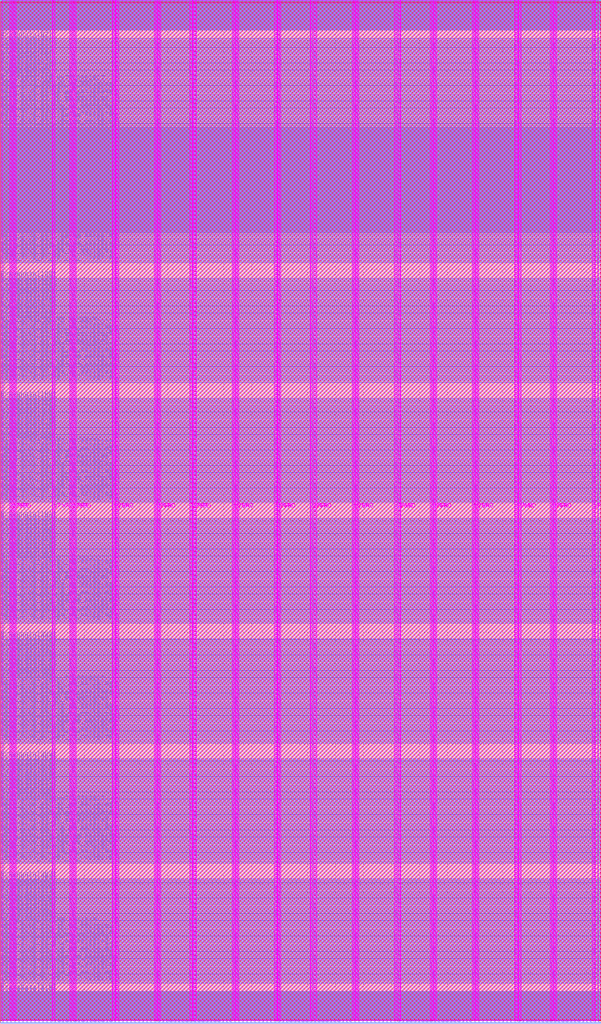
<source format=lef>
VERSION 5.7 ;
  NOWIREEXTENSIONATPIN ON ;
  DIVIDERCHAR "/" ;
  BUSBITCHARS "[]" ;
MACRO eFPGA
  CLASS BLOCK ;
  FOREIGN eFPGA ;
  ORIGIN 0.000 0.000 ;
  SIZE 1076.160 BY 1832.520 ;
  PIN FrameData[0]
    DIRECTION INPUT ;
    USE SIGNAL ;
    ANTENNAGATEAREA 0.180700 ;
    PORT
      LAYER Metal3 ;
        RECT 0.000 1778.500 0.880 1778.900 ;
    END
  END FrameData[0]
  PIN FrameData[100]
    DIRECTION INPUT ;
    USE SIGNAL ;
    ANTENNAGATEAREA 1.807000 ;
    PORT
      LAYER Metal3 ;
        RECT 0.000 1265.260 0.880 1265.660 ;
    END
  END FrameData[100]
  PIN FrameData[101]
    DIRECTION INPUT ;
    USE SIGNAL ;
    ANTENNAGATEAREA 1.807000 ;
    PORT
      LAYER Metal3 ;
        RECT 0.000 1267.780 0.880 1268.180 ;
    END
  END FrameData[101]
  PIN FrameData[102]
    DIRECTION INPUT ;
    USE SIGNAL ;
    ANTENNAGATEAREA 1.807000 ;
    PORT
      LAYER Metal3 ;
        RECT 0.000 1270.300 0.880 1270.700 ;
    END
  END FrameData[102]
  PIN FrameData[103]
    DIRECTION INPUT ;
    USE SIGNAL ;
    ANTENNAGATEAREA 1.807000 ;
    PORT
      LAYER Metal3 ;
        RECT 0.000 1272.820 0.880 1273.220 ;
    END
  END FrameData[103]
  PIN FrameData[104]
    DIRECTION INPUT ;
    USE SIGNAL ;
    ANTENNAGATEAREA 1.807000 ;
    PORT
      LAYER Metal3 ;
        RECT 0.000 1275.340 0.880 1275.740 ;
    END
  END FrameData[104]
  PIN FrameData[105]
    DIRECTION INPUT ;
    USE SIGNAL ;
    ANTENNAGATEAREA 1.807000 ;
    PORT
      LAYER Metal3 ;
        RECT 0.000 1277.860 0.880 1278.260 ;
    END
  END FrameData[105]
  PIN FrameData[106]
    DIRECTION INPUT ;
    USE SIGNAL ;
    ANTENNAGATEAREA 1.807000 ;
    PORT
      LAYER Metal3 ;
        RECT 0.000 1280.380 0.880 1280.780 ;
    END
  END FrameData[106]
  PIN FrameData[107]
    DIRECTION INPUT ;
    USE SIGNAL ;
    ANTENNAGATEAREA 1.807000 ;
    PORT
      LAYER Metal3 ;
        RECT 0.000 1282.900 0.880 1283.300 ;
    END
  END FrameData[107]
  PIN FrameData[108]
    DIRECTION INPUT ;
    USE SIGNAL ;
    ANTENNAGATEAREA 1.807000 ;
    PORT
      LAYER Metal3 ;
        RECT 0.000 1285.420 0.880 1285.820 ;
    END
  END FrameData[108]
  PIN FrameData[109]
    DIRECTION INPUT ;
    USE SIGNAL ;
    ANTENNAGATEAREA 1.807000 ;
    PORT
      LAYER Metal3 ;
        RECT 0.000 1287.940 0.880 1288.340 ;
    END
  END FrameData[109]
  PIN FrameData[10]
    DIRECTION INPUT ;
    USE SIGNAL ;
    ANTENNAGATEAREA 0.180700 ;
    PORT
      LAYER Metal3 ;
        RECT 0.000 1795.300 0.880 1795.700 ;
    END
  END FrameData[10]
  PIN FrameData[110]
    DIRECTION INPUT ;
    USE SIGNAL ;
    ANTENNAGATEAREA 1.807000 ;
    PORT
      LAYER Metal3 ;
        RECT 0.000 1290.460 0.880 1290.860 ;
    END
  END FrameData[110]
  PIN FrameData[111]
    DIRECTION INPUT ;
    USE SIGNAL ;
    ANTENNAGATEAREA 1.807000 ;
    PORT
      LAYER Metal3 ;
        RECT 0.000 1292.980 0.880 1293.380 ;
    END
  END FrameData[111]
  PIN FrameData[112]
    DIRECTION INPUT ;
    USE SIGNAL ;
    ANTENNAGATEAREA 1.807000 ;
    PORT
      LAYER Metal3 ;
        RECT 0.000 1295.500 0.860 1295.900 ;
    END
  END FrameData[112]
  PIN FrameData[113]
    DIRECTION INPUT ;
    USE SIGNAL ;
    ANTENNAGATEAREA 1.807000 ;
    PORT
      LAYER Metal3 ;
        RECT 0.000 1298.020 0.860 1298.420 ;
    END
  END FrameData[113]
  PIN FrameData[114]
    DIRECTION INPUT ;
    USE SIGNAL ;
    ANTENNAGATEAREA 1.807000 ;
    PORT
      LAYER Metal3 ;
        RECT 0.000 1300.540 0.880 1300.940 ;
    END
  END FrameData[114]
  PIN FrameData[115]
    DIRECTION INPUT ;
    USE SIGNAL ;
    ANTENNAGATEAREA 1.807000 ;
    PORT
      LAYER Metal3 ;
        RECT 0.000 1303.060 0.880 1303.460 ;
    END
  END FrameData[115]
  PIN FrameData[116]
    DIRECTION INPUT ;
    USE SIGNAL ;
    ANTENNAGATEAREA 1.807000 ;
    PORT
      LAYER Metal3 ;
        RECT 0.000 1305.580 0.880 1305.980 ;
    END
  END FrameData[116]
  PIN FrameData[117]
    DIRECTION INPUT ;
    USE SIGNAL ;
    ANTENNAGATEAREA 1.807000 ;
    PORT
      LAYER Metal3 ;
        RECT 0.000 1308.100 0.880 1308.500 ;
    END
  END FrameData[117]
  PIN FrameData[118]
    DIRECTION INPUT ;
    USE SIGNAL ;
    ANTENNAGATEAREA 1.987700 ;
    PORT
      LAYER Metal3 ;
        RECT 0.000 1310.620 0.880 1311.020 ;
    END
  END FrameData[118]
  PIN FrameData[119]
    DIRECTION INPUT ;
    USE SIGNAL ;
    ANTENNAGATEAREA 1.987700 ;
    PORT
      LAYER Metal3 ;
        RECT 0.000 1313.140 0.880 1313.540 ;
    END
  END FrameData[119]
  PIN FrameData[11]
    DIRECTION INPUT ;
    USE SIGNAL ;
    ANTENNAGATEAREA 0.180700 ;
    PORT
      LAYER Metal3 ;
        RECT 0.000 1796.980 0.880 1797.380 ;
    END
  END FrameData[11]
  PIN FrameData[120]
    DIRECTION INPUT ;
    USE SIGNAL ;
    ANTENNAGATEAREA 1.987700 ;
    PORT
      LAYER Metal3 ;
        RECT 0.000 1315.660 0.880 1316.060 ;
    END
  END FrameData[120]
  PIN FrameData[121]
    DIRECTION INPUT ;
    USE SIGNAL ;
    ANTENNAGATEAREA 1.987700 ;
    PORT
      LAYER Metal3 ;
        RECT 0.000 1318.180 0.880 1318.580 ;
    END
  END FrameData[121]
  PIN FrameData[122]
    DIRECTION INPUT ;
    USE SIGNAL ;
    ANTENNAGATEAREA 1.987700 ;
    PORT
      LAYER Metal3 ;
        RECT 0.000 1320.700 0.880 1321.100 ;
    END
  END FrameData[122]
  PIN FrameData[123]
    DIRECTION INPUT ;
    USE SIGNAL ;
    ANTENNAGATEAREA 1.987700 ;
    PORT
      LAYER Metal3 ;
        RECT 0.000 1323.220 0.880 1323.620 ;
    END
  END FrameData[123]
  PIN FrameData[124]
    DIRECTION INPUT ;
    USE SIGNAL ;
    ANTENNAGATEAREA 1.987700 ;
    PORT
      LAYER Metal3 ;
        RECT 0.000 1325.740 0.880 1326.140 ;
    END
  END FrameData[124]
  PIN FrameData[125]
    DIRECTION INPUT ;
    USE SIGNAL ;
    ANTENNAGATEAREA 1.987700 ;
    PORT
      LAYER Metal3 ;
        RECT 0.000 1328.260 0.860 1328.660 ;
    END
  END FrameData[125]
  PIN FrameData[126]
    DIRECTION INPUT ;
    USE SIGNAL ;
    ANTENNAGATEAREA 1.987700 ;
    PORT
      LAYER Metal3 ;
        RECT 0.000 1330.780 0.880 1331.180 ;
    END
  END FrameData[126]
  PIN FrameData[127]
    DIRECTION INPUT ;
    USE SIGNAL ;
    ANTENNAGATEAREA 1.987700 ;
    PORT
      LAYER Metal3 ;
        RECT 0.000 1333.300 0.880 1333.700 ;
    END
  END FrameData[127]
  PIN FrameData[128]
    DIRECTION INPUT ;
    USE SIGNAL ;
    ANTENNAGATEAREA 1.807000 ;
    PORT
      LAYER Metal3 ;
        RECT 0.000 1040.140 0.880 1040.540 ;
    END
  END FrameData[128]
  PIN FrameData[129]
    DIRECTION INPUT ;
    USE SIGNAL ;
    ANTENNAGATEAREA 1.807000 ;
    PORT
      LAYER Metal3 ;
        RECT 0.000 1042.660 0.880 1043.060 ;
    END
  END FrameData[129]
  PIN FrameData[12]
    DIRECTION INPUT ;
    USE SIGNAL ;
    ANTENNAGATEAREA 0.180700 ;
    PORT
      LAYER Metal3 ;
        RECT 0.000 1798.660 0.880 1799.060 ;
    END
  END FrameData[12]
  PIN FrameData[130]
    DIRECTION INPUT ;
    USE SIGNAL ;
    ANTENNAGATEAREA 1.807000 ;
    PORT
      LAYER Metal3 ;
        RECT 0.000 1045.180 0.880 1045.580 ;
    END
  END FrameData[130]
  PIN FrameData[131]
    DIRECTION INPUT ;
    USE SIGNAL ;
    ANTENNAGATEAREA 1.807000 ;
    PORT
      LAYER Metal3 ;
        RECT 0.000 1047.700 0.860 1048.100 ;
    END
  END FrameData[131]
  PIN FrameData[132]
    DIRECTION INPUT ;
    USE SIGNAL ;
    ANTENNAGATEAREA 1.807000 ;
    PORT
      LAYER Metal3 ;
        RECT 0.000 1050.220 0.880 1050.620 ;
    END
  END FrameData[132]
  PIN FrameData[133]
    DIRECTION INPUT ;
    USE SIGNAL ;
    ANTENNAGATEAREA 1.807000 ;
    PORT
      LAYER Metal3 ;
        RECT 0.000 1052.740 0.880 1053.140 ;
    END
  END FrameData[133]
  PIN FrameData[134]
    DIRECTION INPUT ;
    USE SIGNAL ;
    ANTENNAGATEAREA 1.807000 ;
    PORT
      LAYER Metal3 ;
        RECT 0.000 1055.260 0.880 1055.660 ;
    END
  END FrameData[134]
  PIN FrameData[135]
    DIRECTION INPUT ;
    USE SIGNAL ;
    ANTENNAGATEAREA 1.807000 ;
    PORT
      LAYER Metal3 ;
        RECT 0.000 1057.780 0.880 1058.180 ;
    END
  END FrameData[135]
  PIN FrameData[136]
    DIRECTION INPUT ;
    USE SIGNAL ;
    ANTENNAGATEAREA 1.807000 ;
    PORT
      LAYER Metal3 ;
        RECT 0.000 1060.300 0.880 1060.700 ;
    END
  END FrameData[136]
  PIN FrameData[137]
    DIRECTION INPUT ;
    USE SIGNAL ;
    ANTENNAGATEAREA 1.807000 ;
    PORT
      LAYER Metal3 ;
        RECT 0.000 1062.820 0.880 1063.220 ;
    END
  END FrameData[137]
  PIN FrameData[138]
    DIRECTION INPUT ;
    USE SIGNAL ;
    ANTENNAGATEAREA 1.807000 ;
    PORT
      LAYER Metal3 ;
        RECT 0.000 1065.340 0.880 1065.740 ;
    END
  END FrameData[138]
  PIN FrameData[139]
    DIRECTION INPUT ;
    USE SIGNAL ;
    ANTENNAGATEAREA 1.807000 ;
    PORT
      LAYER Metal3 ;
        RECT 0.000 1067.860 0.880 1068.260 ;
    END
  END FrameData[139]
  PIN FrameData[13]
    DIRECTION INPUT ;
    USE SIGNAL ;
    ANTENNAGATEAREA 0.180700 ;
    PORT
      LAYER Metal3 ;
        RECT 0.000 1800.340 0.880 1800.740 ;
    END
  END FrameData[13]
  PIN FrameData[140]
    DIRECTION INPUT ;
    USE SIGNAL ;
    ANTENNAGATEAREA 1.807000 ;
    PORT
      LAYER Metal3 ;
        RECT 0.000 1070.380 0.880 1070.780 ;
    END
  END FrameData[140]
  PIN FrameData[141]
    DIRECTION INPUT ;
    USE SIGNAL ;
    ANTENNAGATEAREA 1.807000 ;
    PORT
      LAYER Metal3 ;
        RECT 0.000 1072.900 0.880 1073.300 ;
    END
  END FrameData[141]
  PIN FrameData[142]
    DIRECTION INPUT ;
    USE SIGNAL ;
    ANTENNAGATEAREA 1.807000 ;
    PORT
      LAYER Metal3 ;
        RECT 0.000 1075.420 0.880 1075.820 ;
    END
  END FrameData[142]
  PIN FrameData[143]
    DIRECTION INPUT ;
    USE SIGNAL ;
    ANTENNAGATEAREA 1.807000 ;
    PORT
      LAYER Metal3 ;
        RECT 0.000 1077.940 0.880 1078.340 ;
    END
  END FrameData[143]
  PIN FrameData[144]
    DIRECTION INPUT ;
    USE SIGNAL ;
    ANTENNAGATEAREA 1.807000 ;
    PORT
      LAYER Metal3 ;
        RECT 0.000 1080.460 0.860 1080.860 ;
    END
  END FrameData[144]
  PIN FrameData[145]
    DIRECTION INPUT ;
    USE SIGNAL ;
    ANTENNAGATEAREA 1.807000 ;
    PORT
      LAYER Metal3 ;
        RECT 0.000 1082.980 0.860 1083.380 ;
    END
  END FrameData[145]
  PIN FrameData[146]
    DIRECTION INPUT ;
    USE SIGNAL ;
    ANTENNAGATEAREA 1.807000 ;
    PORT
      LAYER Metal3 ;
        RECT 0.000 1085.500 0.880 1085.900 ;
    END
  END FrameData[146]
  PIN FrameData[147]
    DIRECTION INPUT ;
    USE SIGNAL ;
    ANTENNAGATEAREA 1.807000 ;
    PORT
      LAYER Metal3 ;
        RECT 0.000 1088.020 0.880 1088.420 ;
    END
  END FrameData[147]
  PIN FrameData[148]
    DIRECTION INPUT ;
    USE SIGNAL ;
    ANTENNAGATEAREA 1.807000 ;
    PORT
      LAYER Metal3 ;
        RECT 0.000 1090.540 0.880 1090.940 ;
    END
  END FrameData[148]
  PIN FrameData[149]
    DIRECTION INPUT ;
    USE SIGNAL ;
    ANTENNAGATEAREA 1.807000 ;
    PORT
      LAYER Metal3 ;
        RECT 0.000 1093.060 0.880 1093.460 ;
    END
  END FrameData[149]
  PIN FrameData[14]
    DIRECTION INPUT ;
    USE SIGNAL ;
    ANTENNAGATEAREA 0.180700 ;
    PORT
      LAYER Metal3 ;
        RECT 0.000 1802.020 0.880 1802.420 ;
    END
  END FrameData[14]
  PIN FrameData[150]
    DIRECTION INPUT ;
    USE SIGNAL ;
    ANTENNAGATEAREA 1.987700 ;
    PORT
      LAYER Metal3 ;
        RECT 0.000 1095.580 0.880 1095.980 ;
    END
  END FrameData[150]
  PIN FrameData[151]
    DIRECTION INPUT ;
    USE SIGNAL ;
    ANTENNAGATEAREA 1.987700 ;
    PORT
      LAYER Metal3 ;
        RECT 0.000 1098.100 0.880 1098.500 ;
    END
  END FrameData[151]
  PIN FrameData[152]
    DIRECTION INPUT ;
    USE SIGNAL ;
    ANTENNAGATEAREA 1.987700 ;
    PORT
      LAYER Metal3 ;
        RECT 0.000 1100.620 0.880 1101.020 ;
    END
  END FrameData[152]
  PIN FrameData[153]
    DIRECTION INPUT ;
    USE SIGNAL ;
    ANTENNAGATEAREA 1.987700 ;
    PORT
      LAYER Metal3 ;
        RECT 0.000 1103.140 0.880 1103.540 ;
    END
  END FrameData[153]
  PIN FrameData[154]
    DIRECTION INPUT ;
    USE SIGNAL ;
    ANTENNAGATEAREA 1.987700 ;
    PORT
      LAYER Metal3 ;
        RECT 0.000 1105.660 0.880 1106.060 ;
    END
  END FrameData[154]
  PIN FrameData[155]
    DIRECTION INPUT ;
    USE SIGNAL ;
    ANTENNAGATEAREA 1.987700 ;
    PORT
      LAYER Metal3 ;
        RECT 0.000 1108.180 0.880 1108.580 ;
    END
  END FrameData[155]
  PIN FrameData[156]
    DIRECTION INPUT ;
    USE SIGNAL ;
    ANTENNAGATEAREA 1.987700 ;
    PORT
      LAYER Metal3 ;
        RECT 0.000 1110.700 0.880 1111.100 ;
    END
  END FrameData[156]
  PIN FrameData[157]
    DIRECTION INPUT ;
    USE SIGNAL ;
    ANTENNAGATEAREA 1.987700 ;
    PORT
      LAYER Metal3 ;
        RECT 0.000 1113.220 0.860 1113.620 ;
    END
  END FrameData[157]
  PIN FrameData[158]
    DIRECTION INPUT ;
    USE SIGNAL ;
    ANTENNAGATEAREA 1.987700 ;
    PORT
      LAYER Metal3 ;
        RECT 0.000 1115.740 0.880 1116.140 ;
    END
  END FrameData[158]
  PIN FrameData[159]
    DIRECTION INPUT ;
    USE SIGNAL ;
    ANTENNAGATEAREA 1.987700 ;
    PORT
      LAYER Metal3 ;
        RECT 0.000 1118.260 0.880 1118.660 ;
    END
  END FrameData[159]
  PIN FrameData[15]
    DIRECTION INPUT ;
    USE SIGNAL ;
    ANTENNAGATEAREA 0.180700 ;
    PORT
      LAYER Metal3 ;
        RECT 0.000 1803.700 0.880 1804.100 ;
    END
  END FrameData[15]
  PIN FrameData[160]
    DIRECTION INPUT ;
    USE SIGNAL ;
    ANTENNAGATEAREA 1.807000 ;
    PORT
      LAYER Metal3 ;
        RECT 0.000 825.100 0.880 825.500 ;
    END
  END FrameData[160]
  PIN FrameData[161]
    DIRECTION INPUT ;
    USE SIGNAL ;
    ANTENNAGATEAREA 1.807000 ;
    PORT
      LAYER Metal3 ;
        RECT 0.000 827.620 0.880 828.020 ;
    END
  END FrameData[161]
  PIN FrameData[162]
    DIRECTION INPUT ;
    USE SIGNAL ;
    ANTENNAGATEAREA 1.807000 ;
    PORT
      LAYER Metal3 ;
        RECT 0.000 830.140 0.880 830.540 ;
    END
  END FrameData[162]
  PIN FrameData[163]
    DIRECTION INPUT ;
    USE SIGNAL ;
    ANTENNAGATEAREA 1.807000 ;
    PORT
      LAYER Metal3 ;
        RECT 0.000 832.660 0.860 833.060 ;
    END
  END FrameData[163]
  PIN FrameData[164]
    DIRECTION INPUT ;
    USE SIGNAL ;
    ANTENNAGATEAREA 1.807000 ;
    PORT
      LAYER Metal3 ;
        RECT 0.000 835.180 0.880 835.580 ;
    END
  END FrameData[164]
  PIN FrameData[165]
    DIRECTION INPUT ;
    USE SIGNAL ;
    ANTENNAGATEAREA 1.807000 ;
    PORT
      LAYER Metal3 ;
        RECT 0.000 837.700 0.880 838.100 ;
    END
  END FrameData[165]
  PIN FrameData[166]
    DIRECTION INPUT ;
    USE SIGNAL ;
    ANTENNAGATEAREA 1.807000 ;
    PORT
      LAYER Metal3 ;
        RECT 0.000 840.220 0.880 840.620 ;
    END
  END FrameData[166]
  PIN FrameData[167]
    DIRECTION INPUT ;
    USE SIGNAL ;
    ANTENNAGATEAREA 1.807000 ;
    PORT
      LAYER Metal3 ;
        RECT 0.000 842.740 0.880 843.140 ;
    END
  END FrameData[167]
  PIN FrameData[168]
    DIRECTION INPUT ;
    USE SIGNAL ;
    ANTENNAGATEAREA 1.807000 ;
    PORT
      LAYER Metal3 ;
        RECT 0.000 845.260 0.880 845.660 ;
    END
  END FrameData[168]
  PIN FrameData[169]
    DIRECTION INPUT ;
    USE SIGNAL ;
    ANTENNAGATEAREA 1.807000 ;
    PORT
      LAYER Metal3 ;
        RECT 0.000 847.780 0.880 848.180 ;
    END
  END FrameData[169]
  PIN FrameData[16]
    DIRECTION INPUT ;
    USE SIGNAL ;
    ANTENNAGATEAREA 0.180700 ;
    PORT
      LAYER Metal3 ;
        RECT 0.000 1805.380 0.880 1805.780 ;
    END
  END FrameData[16]
  PIN FrameData[170]
    DIRECTION INPUT ;
    USE SIGNAL ;
    ANTENNAGATEAREA 1.807000 ;
    PORT
      LAYER Metal3 ;
        RECT 0.000 850.300 0.880 850.700 ;
    END
  END FrameData[170]
  PIN FrameData[171]
    DIRECTION INPUT ;
    USE SIGNAL ;
    ANTENNAGATEAREA 1.807000 ;
    PORT
      LAYER Metal3 ;
        RECT 0.000 852.820 0.880 853.220 ;
    END
  END FrameData[171]
  PIN FrameData[172]
    DIRECTION INPUT ;
    USE SIGNAL ;
    ANTENNAGATEAREA 1.807000 ;
    PORT
      LAYER Metal3 ;
        RECT 0.000 855.340 0.880 855.740 ;
    END
  END FrameData[172]
  PIN FrameData[173]
    DIRECTION INPUT ;
    USE SIGNAL ;
    ANTENNAGATEAREA 1.807000 ;
    PORT
      LAYER Metal3 ;
        RECT 0.000 857.860 0.880 858.260 ;
    END
  END FrameData[173]
  PIN FrameData[174]
    DIRECTION INPUT ;
    USE SIGNAL ;
    ANTENNAGATEAREA 1.807000 ;
    PORT
      LAYER Metal3 ;
        RECT 0.000 860.380 0.880 860.780 ;
    END
  END FrameData[174]
  PIN FrameData[175]
    DIRECTION INPUT ;
    USE SIGNAL ;
    ANTENNAGATEAREA 1.807000 ;
    PORT
      LAYER Metal3 ;
        RECT 0.000 862.900 0.880 863.300 ;
    END
  END FrameData[175]
  PIN FrameData[176]
    DIRECTION INPUT ;
    USE SIGNAL ;
    ANTENNAGATEAREA 1.807000 ;
    PORT
      LAYER Metal3 ;
        RECT 0.000 865.420 0.860 865.820 ;
    END
  END FrameData[176]
  PIN FrameData[177]
    DIRECTION INPUT ;
    USE SIGNAL ;
    ANTENNAGATEAREA 1.807000 ;
    PORT
      LAYER Metal3 ;
        RECT 0.000 867.940 0.860 868.340 ;
    END
  END FrameData[177]
  PIN FrameData[178]
    DIRECTION INPUT ;
    USE SIGNAL ;
    ANTENNAGATEAREA 1.807000 ;
    PORT
      LAYER Metal3 ;
        RECT 0.000 870.460 0.880 870.860 ;
    END
  END FrameData[178]
  PIN FrameData[179]
    DIRECTION INPUT ;
    USE SIGNAL ;
    ANTENNAGATEAREA 1.807000 ;
    PORT
      LAYER Metal3 ;
        RECT 0.000 872.980 0.880 873.380 ;
    END
  END FrameData[179]
  PIN FrameData[17]
    DIRECTION INPUT ;
    USE SIGNAL ;
    ANTENNAGATEAREA 0.180700 ;
    PORT
      LAYER Metal3 ;
        RECT 0.000 1807.060 0.880 1807.460 ;
    END
  END FrameData[17]
  PIN FrameData[180]
    DIRECTION INPUT ;
    USE SIGNAL ;
    ANTENNAGATEAREA 1.807000 ;
    PORT
      LAYER Metal3 ;
        RECT 0.000 875.500 0.880 875.900 ;
    END
  END FrameData[180]
  PIN FrameData[181]
    DIRECTION INPUT ;
    USE SIGNAL ;
    ANTENNAGATEAREA 1.807000 ;
    PORT
      LAYER Metal3 ;
        RECT 0.000 878.020 0.880 878.420 ;
    END
  END FrameData[181]
  PIN FrameData[182]
    DIRECTION INPUT ;
    USE SIGNAL ;
    ANTENNAGATEAREA 1.987700 ;
    PORT
      LAYER Metal3 ;
        RECT 0.000 880.540 0.880 880.940 ;
    END
  END FrameData[182]
  PIN FrameData[183]
    DIRECTION INPUT ;
    USE SIGNAL ;
    ANTENNAGATEAREA 1.987700 ;
    PORT
      LAYER Metal3 ;
        RECT 0.000 883.060 0.880 883.460 ;
    END
  END FrameData[183]
  PIN FrameData[184]
    DIRECTION INPUT ;
    USE SIGNAL ;
    ANTENNAGATEAREA 1.987700 ;
    PORT
      LAYER Metal3 ;
        RECT 0.000 885.580 0.880 885.980 ;
    END
  END FrameData[184]
  PIN FrameData[185]
    DIRECTION INPUT ;
    USE SIGNAL ;
    ANTENNAGATEAREA 1.987700 ;
    PORT
      LAYER Metal3 ;
        RECT 0.000 888.100 0.880 888.500 ;
    END
  END FrameData[185]
  PIN FrameData[186]
    DIRECTION INPUT ;
    USE SIGNAL ;
    ANTENNAGATEAREA 1.987700 ;
    PORT
      LAYER Metal3 ;
        RECT 0.000 890.620 0.880 891.020 ;
    END
  END FrameData[186]
  PIN FrameData[187]
    DIRECTION INPUT ;
    USE SIGNAL ;
    ANTENNAGATEAREA 1.987700 ;
    PORT
      LAYER Metal3 ;
        RECT 0.000 893.140 0.880 893.540 ;
    END
  END FrameData[187]
  PIN FrameData[188]
    DIRECTION INPUT ;
    USE SIGNAL ;
    ANTENNAGATEAREA 1.987700 ;
    PORT
      LAYER Metal3 ;
        RECT 0.000 895.660 0.880 896.060 ;
    END
  END FrameData[188]
  PIN FrameData[189]
    DIRECTION INPUT ;
    USE SIGNAL ;
    ANTENNAGATEAREA 1.987700 ;
    PORT
      LAYER Metal3 ;
        RECT 0.000 898.180 0.860 898.580 ;
    END
  END FrameData[189]
  PIN FrameData[18]
    DIRECTION INPUT ;
    USE SIGNAL ;
    ANTENNAGATEAREA 0.180700 ;
    PORT
      LAYER Metal3 ;
        RECT 0.000 1808.740 0.880 1809.140 ;
    END
  END FrameData[18]
  PIN FrameData[190]
    DIRECTION INPUT ;
    USE SIGNAL ;
    ANTENNAGATEAREA 1.987700 ;
    PORT
      LAYER Metal3 ;
        RECT 0.000 900.700 0.880 901.100 ;
    END
  END FrameData[190]
  PIN FrameData[191]
    DIRECTION INPUT ;
    USE SIGNAL ;
    ANTENNAGATEAREA 1.987700 ;
    PORT
      LAYER Metal3 ;
        RECT 0.000 903.220 0.880 903.620 ;
    END
  END FrameData[191]
  PIN FrameData[192]
    DIRECTION INPUT ;
    USE SIGNAL ;
    ANTENNAGATEAREA 1.807000 ;
    PORT
      LAYER Metal3 ;
        RECT 0.000 610.060 0.880 610.460 ;
    END
  END FrameData[192]
  PIN FrameData[193]
    DIRECTION INPUT ;
    USE SIGNAL ;
    ANTENNAGATEAREA 1.807000 ;
    PORT
      LAYER Metal3 ;
        RECT 0.000 612.580 0.880 612.980 ;
    END
  END FrameData[193]
  PIN FrameData[194]
    DIRECTION INPUT ;
    USE SIGNAL ;
    ANTENNAGATEAREA 1.807000 ;
    PORT
      LAYER Metal3 ;
        RECT 0.000 615.100 0.880 615.500 ;
    END
  END FrameData[194]
  PIN FrameData[195]
    DIRECTION INPUT ;
    USE SIGNAL ;
    ANTENNAGATEAREA 1.807000 ;
    PORT
      LAYER Metal3 ;
        RECT 0.000 617.620 0.860 618.020 ;
    END
  END FrameData[195]
  PIN FrameData[196]
    DIRECTION INPUT ;
    USE SIGNAL ;
    ANTENNAGATEAREA 1.807000 ;
    PORT
      LAYER Metal3 ;
        RECT 0.000 620.140 0.880 620.540 ;
    END
  END FrameData[196]
  PIN FrameData[197]
    DIRECTION INPUT ;
    USE SIGNAL ;
    ANTENNAGATEAREA 1.807000 ;
    PORT
      LAYER Metal3 ;
        RECT 0.000 622.660 0.880 623.060 ;
    END
  END FrameData[197]
  PIN FrameData[198]
    DIRECTION INPUT ;
    USE SIGNAL ;
    ANTENNAGATEAREA 1.807000 ;
    PORT
      LAYER Metal3 ;
        RECT 0.000 625.180 0.880 625.580 ;
    END
  END FrameData[198]
  PIN FrameData[199]
    DIRECTION INPUT ;
    USE SIGNAL ;
    ANTENNAGATEAREA 1.807000 ;
    PORT
      LAYER Metal3 ;
        RECT 0.000 627.700 0.880 628.100 ;
    END
  END FrameData[199]
  PIN FrameData[19]
    DIRECTION INPUT ;
    USE SIGNAL ;
    ANTENNAGATEAREA 0.180700 ;
    PORT
      LAYER Metal3 ;
        RECT 0.000 1810.420 0.880 1810.820 ;
    END
  END FrameData[19]
  PIN FrameData[1]
    DIRECTION INPUT ;
    USE SIGNAL ;
    ANTENNAGATEAREA 0.180700 ;
    PORT
      LAYER Metal3 ;
        RECT 0.000 1780.180 0.880 1780.580 ;
    END
  END FrameData[1]
  PIN FrameData[200]
    DIRECTION INPUT ;
    USE SIGNAL ;
    ANTENNAGATEAREA 1.807000 ;
    PORT
      LAYER Metal3 ;
        RECT 0.000 630.220 0.880 630.620 ;
    END
  END FrameData[200]
  PIN FrameData[201]
    DIRECTION INPUT ;
    USE SIGNAL ;
    ANTENNAGATEAREA 1.807000 ;
    PORT
      LAYER Metal3 ;
        RECT 0.000 632.740 0.880 633.140 ;
    END
  END FrameData[201]
  PIN FrameData[202]
    DIRECTION INPUT ;
    USE SIGNAL ;
    ANTENNAGATEAREA 1.807000 ;
    PORT
      LAYER Metal3 ;
        RECT 0.000 635.260 0.880 635.660 ;
    END
  END FrameData[202]
  PIN FrameData[203]
    DIRECTION INPUT ;
    USE SIGNAL ;
    ANTENNAGATEAREA 1.807000 ;
    PORT
      LAYER Metal3 ;
        RECT 0.000 637.780 0.880 638.180 ;
    END
  END FrameData[203]
  PIN FrameData[204]
    DIRECTION INPUT ;
    USE SIGNAL ;
    ANTENNAGATEAREA 1.807000 ;
    PORT
      LAYER Metal3 ;
        RECT 0.000 640.300 0.880 640.700 ;
    END
  END FrameData[204]
  PIN FrameData[205]
    DIRECTION INPUT ;
    USE SIGNAL ;
    ANTENNAGATEAREA 1.807000 ;
    PORT
      LAYER Metal3 ;
        RECT 0.000 642.820 0.880 643.220 ;
    END
  END FrameData[205]
  PIN FrameData[206]
    DIRECTION INPUT ;
    USE SIGNAL ;
    ANTENNAGATEAREA 1.807000 ;
    PORT
      LAYER Metal3 ;
        RECT 0.000 645.340 0.880 645.740 ;
    END
  END FrameData[206]
  PIN FrameData[207]
    DIRECTION INPUT ;
    USE SIGNAL ;
    ANTENNAGATEAREA 1.807000 ;
    PORT
      LAYER Metal3 ;
        RECT 0.000 647.860 0.880 648.260 ;
    END
  END FrameData[207]
  PIN FrameData[208]
    DIRECTION INPUT ;
    USE SIGNAL ;
    ANTENNAGATEAREA 1.807000 ;
    PORT
      LAYER Metal3 ;
        RECT 0.000 650.380 0.860 650.780 ;
    END
  END FrameData[208]
  PIN FrameData[209]
    DIRECTION INPUT ;
    USE SIGNAL ;
    ANTENNAGATEAREA 1.807000 ;
    PORT
      LAYER Metal3 ;
        RECT 0.000 652.900 0.860 653.300 ;
    END
  END FrameData[209]
  PIN FrameData[20]
    DIRECTION INPUT ;
    USE SIGNAL ;
    ANTENNAGATEAREA 0.180700 ;
    PORT
      LAYER Metal3 ;
        RECT 0.000 1812.100 0.880 1812.500 ;
    END
  END FrameData[20]
  PIN FrameData[210]
    DIRECTION INPUT ;
    USE SIGNAL ;
    ANTENNAGATEAREA 1.807000 ;
    PORT
      LAYER Metal3 ;
        RECT 0.000 655.420 0.880 655.820 ;
    END
  END FrameData[210]
  PIN FrameData[211]
    DIRECTION INPUT ;
    USE SIGNAL ;
    ANTENNAGATEAREA 1.807000 ;
    PORT
      LAYER Metal3 ;
        RECT 0.000 657.940 0.880 658.340 ;
    END
  END FrameData[211]
  PIN FrameData[212]
    DIRECTION INPUT ;
    USE SIGNAL ;
    ANTENNAGATEAREA 1.807000 ;
    PORT
      LAYER Metal3 ;
        RECT 0.000 660.460 0.880 660.860 ;
    END
  END FrameData[212]
  PIN FrameData[213]
    DIRECTION INPUT ;
    USE SIGNAL ;
    ANTENNAGATEAREA 1.807000 ;
    PORT
      LAYER Metal3 ;
        RECT 0.000 662.980 0.880 663.380 ;
    END
  END FrameData[213]
  PIN FrameData[214]
    DIRECTION INPUT ;
    USE SIGNAL ;
    ANTENNAGATEAREA 1.987700 ;
    PORT
      LAYER Metal3 ;
        RECT 0.000 665.500 0.880 665.900 ;
    END
  END FrameData[214]
  PIN FrameData[215]
    DIRECTION INPUT ;
    USE SIGNAL ;
    ANTENNAGATEAREA 1.987700 ;
    PORT
      LAYER Metal3 ;
        RECT 0.000 668.020 0.880 668.420 ;
    END
  END FrameData[215]
  PIN FrameData[216]
    DIRECTION INPUT ;
    USE SIGNAL ;
    ANTENNAGATEAREA 1.987700 ;
    PORT
      LAYER Metal3 ;
        RECT 0.000 670.540 0.880 670.940 ;
    END
  END FrameData[216]
  PIN FrameData[217]
    DIRECTION INPUT ;
    USE SIGNAL ;
    ANTENNAGATEAREA 1.987700 ;
    PORT
      LAYER Metal3 ;
        RECT 0.000 673.060 0.880 673.460 ;
    END
  END FrameData[217]
  PIN FrameData[218]
    DIRECTION INPUT ;
    USE SIGNAL ;
    ANTENNAGATEAREA 1.987700 ;
    PORT
      LAYER Metal3 ;
        RECT 0.000 675.580 0.880 675.980 ;
    END
  END FrameData[218]
  PIN FrameData[219]
    DIRECTION INPUT ;
    USE SIGNAL ;
    ANTENNAGATEAREA 1.987700 ;
    PORT
      LAYER Metal3 ;
        RECT 0.000 678.100 0.880 678.500 ;
    END
  END FrameData[219]
  PIN FrameData[21]
    DIRECTION INPUT ;
    USE SIGNAL ;
    ANTENNAGATEAREA 0.180700 ;
    PORT
      LAYER Metal3 ;
        RECT 0.000 1813.780 0.880 1814.180 ;
    END
  END FrameData[21]
  PIN FrameData[220]
    DIRECTION INPUT ;
    USE SIGNAL ;
    ANTENNAGATEAREA 1.987700 ;
    PORT
      LAYER Metal3 ;
        RECT 0.000 680.620 0.880 681.020 ;
    END
  END FrameData[220]
  PIN FrameData[221]
    DIRECTION INPUT ;
    USE SIGNAL ;
    ANTENNAGATEAREA 1.987700 ;
    PORT
      LAYER Metal3 ;
        RECT 0.000 683.140 0.860 683.540 ;
    END
  END FrameData[221]
  PIN FrameData[222]
    DIRECTION INPUT ;
    USE SIGNAL ;
    ANTENNAGATEAREA 1.987700 ;
    PORT
      LAYER Metal3 ;
        RECT 0.000 685.660 0.880 686.060 ;
    END
  END FrameData[222]
  PIN FrameData[223]
    DIRECTION INPUT ;
    USE SIGNAL ;
    ANTENNAGATEAREA 1.987700 ;
    PORT
      LAYER Metal3 ;
        RECT 0.000 688.180 0.880 688.580 ;
    END
  END FrameData[223]
  PIN FrameData[224]
    DIRECTION INPUT ;
    USE SIGNAL ;
    ANTENNAGATEAREA 1.807000 ;
    PORT
      LAYER Metal3 ;
        RECT 0.000 395.020 0.880 395.420 ;
    END
  END FrameData[224]
  PIN FrameData[225]
    DIRECTION INPUT ;
    USE SIGNAL ;
    ANTENNAGATEAREA 1.807000 ;
    PORT
      LAYER Metal3 ;
        RECT 0.000 397.540 0.880 397.940 ;
    END
  END FrameData[225]
  PIN FrameData[226]
    DIRECTION INPUT ;
    USE SIGNAL ;
    ANTENNAGATEAREA 1.807000 ;
    PORT
      LAYER Metal3 ;
        RECT 0.000 400.060 0.880 400.460 ;
    END
  END FrameData[226]
  PIN FrameData[227]
    DIRECTION INPUT ;
    USE SIGNAL ;
    ANTENNAGATEAREA 1.807000 ;
    PORT
      LAYER Metal3 ;
        RECT 0.000 402.580 0.860 402.980 ;
    END
  END FrameData[227]
  PIN FrameData[228]
    DIRECTION INPUT ;
    USE SIGNAL ;
    ANTENNAGATEAREA 1.807000 ;
    PORT
      LAYER Metal3 ;
        RECT 0.000 405.100 0.880 405.500 ;
    END
  END FrameData[228]
  PIN FrameData[229]
    DIRECTION INPUT ;
    USE SIGNAL ;
    ANTENNAGATEAREA 1.807000 ;
    PORT
      LAYER Metal3 ;
        RECT 0.000 407.620 0.880 408.020 ;
    END
  END FrameData[229]
  PIN FrameData[22]
    DIRECTION INPUT ;
    USE SIGNAL ;
    ANTENNAGATEAREA 0.180700 ;
    PORT
      LAYER Metal3 ;
        RECT 0.000 1815.460 0.880 1815.860 ;
    END
  END FrameData[22]
  PIN FrameData[230]
    DIRECTION INPUT ;
    USE SIGNAL ;
    ANTENNAGATEAREA 1.807000 ;
    PORT
      LAYER Metal3 ;
        RECT 0.000 410.140 0.880 410.540 ;
    END
  END FrameData[230]
  PIN FrameData[231]
    DIRECTION INPUT ;
    USE SIGNAL ;
    ANTENNAGATEAREA 1.807000 ;
    PORT
      LAYER Metal3 ;
        RECT 0.000 412.660 0.880 413.060 ;
    END
  END FrameData[231]
  PIN FrameData[232]
    DIRECTION INPUT ;
    USE SIGNAL ;
    ANTENNAGATEAREA 1.807000 ;
    PORT
      LAYER Metal3 ;
        RECT 0.000 415.180 0.880 415.580 ;
    END
  END FrameData[232]
  PIN FrameData[233]
    DIRECTION INPUT ;
    USE SIGNAL ;
    ANTENNAGATEAREA 1.807000 ;
    PORT
      LAYER Metal3 ;
        RECT 0.000 417.700 0.880 418.100 ;
    END
  END FrameData[233]
  PIN FrameData[234]
    DIRECTION INPUT ;
    USE SIGNAL ;
    ANTENNAGATEAREA 1.807000 ;
    PORT
      LAYER Metal3 ;
        RECT 0.000 420.220 0.880 420.620 ;
    END
  END FrameData[234]
  PIN FrameData[235]
    DIRECTION INPUT ;
    USE SIGNAL ;
    ANTENNAGATEAREA 1.807000 ;
    PORT
      LAYER Metal3 ;
        RECT 0.000 422.740 0.880 423.140 ;
    END
  END FrameData[235]
  PIN FrameData[236]
    DIRECTION INPUT ;
    USE SIGNAL ;
    ANTENNAGATEAREA 1.807000 ;
    PORT
      LAYER Metal3 ;
        RECT 0.000 425.260 0.880 425.660 ;
    END
  END FrameData[236]
  PIN FrameData[237]
    DIRECTION INPUT ;
    USE SIGNAL ;
    ANTENNAGATEAREA 1.807000 ;
    PORT
      LAYER Metal3 ;
        RECT 0.000 427.780 0.880 428.180 ;
    END
  END FrameData[237]
  PIN FrameData[238]
    DIRECTION INPUT ;
    USE SIGNAL ;
    ANTENNAGATEAREA 1.807000 ;
    PORT
      LAYER Metal3 ;
        RECT 0.000 430.300 0.880 430.700 ;
    END
  END FrameData[238]
  PIN FrameData[239]
    DIRECTION INPUT ;
    USE SIGNAL ;
    ANTENNAGATEAREA 1.807000 ;
    PORT
      LAYER Metal3 ;
        RECT 0.000 432.820 0.880 433.220 ;
    END
  END FrameData[239]
  PIN FrameData[23]
    DIRECTION INPUT ;
    USE SIGNAL ;
    ANTENNAGATEAREA 0.180700 ;
    PORT
      LAYER Metal3 ;
        RECT 0.000 1817.140 0.880 1817.540 ;
    END
  END FrameData[23]
  PIN FrameData[240]
    DIRECTION INPUT ;
    USE SIGNAL ;
    ANTENNAGATEAREA 1.807000 ;
    PORT
      LAYER Metal3 ;
        RECT 0.000 435.340 0.860 435.740 ;
    END
  END FrameData[240]
  PIN FrameData[241]
    DIRECTION INPUT ;
    USE SIGNAL ;
    ANTENNAGATEAREA 1.807000 ;
    PORT
      LAYER Metal3 ;
        RECT 0.000 437.860 0.860 438.260 ;
    END
  END FrameData[241]
  PIN FrameData[242]
    DIRECTION INPUT ;
    USE SIGNAL ;
    ANTENNAGATEAREA 1.807000 ;
    PORT
      LAYER Metal3 ;
        RECT 0.000 440.380 0.880 440.780 ;
    END
  END FrameData[242]
  PIN FrameData[243]
    DIRECTION INPUT ;
    USE SIGNAL ;
    ANTENNAGATEAREA 1.807000 ;
    PORT
      LAYER Metal3 ;
        RECT 0.000 442.900 0.880 443.300 ;
    END
  END FrameData[243]
  PIN FrameData[244]
    DIRECTION INPUT ;
    USE SIGNAL ;
    ANTENNAGATEAREA 1.807000 ;
    PORT
      LAYER Metal3 ;
        RECT 0.000 445.420 0.880 445.820 ;
    END
  END FrameData[244]
  PIN FrameData[245]
    DIRECTION INPUT ;
    USE SIGNAL ;
    ANTENNAGATEAREA 1.807000 ;
    PORT
      LAYER Metal3 ;
        RECT 0.000 447.940 0.880 448.340 ;
    END
  END FrameData[245]
  PIN FrameData[246]
    DIRECTION INPUT ;
    USE SIGNAL ;
    ANTENNAGATEAREA 1.987700 ;
    PORT
      LAYER Metal3 ;
        RECT 0.000 450.460 0.880 450.860 ;
    END
  END FrameData[246]
  PIN FrameData[247]
    DIRECTION INPUT ;
    USE SIGNAL ;
    ANTENNAGATEAREA 1.987700 ;
    PORT
      LAYER Metal3 ;
        RECT 0.000 452.980 0.880 453.380 ;
    END
  END FrameData[247]
  PIN FrameData[248]
    DIRECTION INPUT ;
    USE SIGNAL ;
    ANTENNAGATEAREA 1.987700 ;
    PORT
      LAYER Metal3 ;
        RECT 0.000 455.500 0.880 455.900 ;
    END
  END FrameData[248]
  PIN FrameData[249]
    DIRECTION INPUT ;
    USE SIGNAL ;
    ANTENNAGATEAREA 1.987700 ;
    PORT
      LAYER Metal3 ;
        RECT 0.000 458.020 0.880 458.420 ;
    END
  END FrameData[249]
  PIN FrameData[24]
    DIRECTION INPUT ;
    USE SIGNAL ;
    ANTENNAGATEAREA 0.180700 ;
    PORT
      LAYER Metal3 ;
        RECT 0.000 1818.820 0.880 1819.220 ;
    END
  END FrameData[24]
  PIN FrameData[250]
    DIRECTION INPUT ;
    USE SIGNAL ;
    ANTENNAGATEAREA 1.987700 ;
    PORT
      LAYER Metal3 ;
        RECT 0.000 460.540 0.880 460.940 ;
    END
  END FrameData[250]
  PIN FrameData[251]
    DIRECTION INPUT ;
    USE SIGNAL ;
    ANTENNAGATEAREA 1.987700 ;
    PORT
      LAYER Metal3 ;
        RECT 0.000 463.060 0.880 463.460 ;
    END
  END FrameData[251]
  PIN FrameData[252]
    DIRECTION INPUT ;
    USE SIGNAL ;
    ANTENNAGATEAREA 1.987700 ;
    PORT
      LAYER Metal3 ;
        RECT 0.000 465.580 0.880 465.980 ;
    END
  END FrameData[252]
  PIN FrameData[253]
    DIRECTION INPUT ;
    USE SIGNAL ;
    ANTENNAGATEAREA 1.987700 ;
    PORT
      LAYER Metal3 ;
        RECT 0.000 468.100 0.860 468.500 ;
    END
  END FrameData[253]
  PIN FrameData[254]
    DIRECTION INPUT ;
    USE SIGNAL ;
    ANTENNAGATEAREA 1.987700 ;
    PORT
      LAYER Metal3 ;
        RECT 0.000 470.620 0.880 471.020 ;
    END
  END FrameData[254]
  PIN FrameData[255]
    DIRECTION INPUT ;
    USE SIGNAL ;
    ANTENNAGATEAREA 1.987700 ;
    PORT
      LAYER Metal3 ;
        RECT 0.000 473.140 0.880 473.540 ;
    END
  END FrameData[255]
  PIN FrameData[256]
    DIRECTION INPUT ;
    USE SIGNAL ;
    ANTENNAGATEAREA 1.807000 ;
    PORT
      LAYER Metal3 ;
        RECT 0.000 179.980 0.880 180.380 ;
    END
  END FrameData[256]
  PIN FrameData[257]
    DIRECTION INPUT ;
    USE SIGNAL ;
    ANTENNAGATEAREA 1.807000 ;
    PORT
      LAYER Metal3 ;
        RECT 0.000 182.500 0.880 182.900 ;
    END
  END FrameData[257]
  PIN FrameData[258]
    DIRECTION INPUT ;
    USE SIGNAL ;
    ANTENNAGATEAREA 1.807000 ;
    PORT
      LAYER Metal3 ;
        RECT 0.000 185.020 0.880 185.420 ;
    END
  END FrameData[258]
  PIN FrameData[259]
    DIRECTION INPUT ;
    USE SIGNAL ;
    ANTENNAGATEAREA 1.807000 ;
    PORT
      LAYER Metal3 ;
        RECT 0.000 187.540 0.860 187.940 ;
    END
  END FrameData[259]
  PIN FrameData[25]
    DIRECTION INPUT ;
    USE SIGNAL ;
    ANTENNAGATEAREA 0.180700 ;
    PORT
      LAYER Metal3 ;
        RECT 0.000 1820.500 0.880 1820.900 ;
    END
  END FrameData[25]
  PIN FrameData[260]
    DIRECTION INPUT ;
    USE SIGNAL ;
    ANTENNAGATEAREA 1.807000 ;
    PORT
      LAYER Metal3 ;
        RECT 0.000 190.060 0.880 190.460 ;
    END
  END FrameData[260]
  PIN FrameData[261]
    DIRECTION INPUT ;
    USE SIGNAL ;
    ANTENNAGATEAREA 1.807000 ;
    PORT
      LAYER Metal3 ;
        RECT 0.000 192.580 0.880 192.980 ;
    END
  END FrameData[261]
  PIN FrameData[262]
    DIRECTION INPUT ;
    USE SIGNAL ;
    ANTENNAGATEAREA 1.807000 ;
    PORT
      LAYER Metal3 ;
        RECT 0.000 195.100 0.880 195.500 ;
    END
  END FrameData[262]
  PIN FrameData[263]
    DIRECTION INPUT ;
    USE SIGNAL ;
    ANTENNAGATEAREA 1.807000 ;
    PORT
      LAYER Metal3 ;
        RECT 0.000 197.620 0.880 198.020 ;
    END
  END FrameData[263]
  PIN FrameData[264]
    DIRECTION INPUT ;
    USE SIGNAL ;
    ANTENNAGATEAREA 1.807000 ;
    PORT
      LAYER Metal3 ;
        RECT 0.000 200.140 0.880 200.540 ;
    END
  END FrameData[264]
  PIN FrameData[265]
    DIRECTION INPUT ;
    USE SIGNAL ;
    ANTENNAGATEAREA 1.807000 ;
    PORT
      LAYER Metal3 ;
        RECT 0.000 202.660 0.880 203.060 ;
    END
  END FrameData[265]
  PIN FrameData[266]
    DIRECTION INPUT ;
    USE SIGNAL ;
    ANTENNAGATEAREA 1.807000 ;
    PORT
      LAYER Metal3 ;
        RECT 0.000 205.180 0.880 205.580 ;
    END
  END FrameData[266]
  PIN FrameData[267]
    DIRECTION INPUT ;
    USE SIGNAL ;
    ANTENNAGATEAREA 1.807000 ;
    PORT
      LAYER Metal3 ;
        RECT 0.000 207.700 0.880 208.100 ;
    END
  END FrameData[267]
  PIN FrameData[268]
    DIRECTION INPUT ;
    USE SIGNAL ;
    ANTENNAGATEAREA 1.807000 ;
    PORT
      LAYER Metal3 ;
        RECT 0.000 210.220 0.880 210.620 ;
    END
  END FrameData[268]
  PIN FrameData[269]
    DIRECTION INPUT ;
    USE SIGNAL ;
    ANTENNAGATEAREA 1.807000 ;
    PORT
      LAYER Metal3 ;
        RECT 0.000 212.740 0.880 213.140 ;
    END
  END FrameData[269]
  PIN FrameData[26]
    DIRECTION INPUT ;
    USE SIGNAL ;
    ANTENNAGATEAREA 0.180700 ;
    PORT
      LAYER Metal3 ;
        RECT 0.000 1822.180 0.880 1822.580 ;
    END
  END FrameData[26]
  PIN FrameData[270]
    DIRECTION INPUT ;
    USE SIGNAL ;
    ANTENNAGATEAREA 1.807000 ;
    PORT
      LAYER Metal3 ;
        RECT 0.000 215.260 0.880 215.660 ;
    END
  END FrameData[270]
  PIN FrameData[271]
    DIRECTION INPUT ;
    USE SIGNAL ;
    ANTENNAGATEAREA 1.807000 ;
    PORT
      LAYER Metal3 ;
        RECT 0.000 217.780 0.880 218.180 ;
    END
  END FrameData[271]
  PIN FrameData[272]
    DIRECTION INPUT ;
    USE SIGNAL ;
    ANTENNAGATEAREA 1.807000 ;
    PORT
      LAYER Metal3 ;
        RECT 0.000 220.300 0.860 220.700 ;
    END
  END FrameData[272]
  PIN FrameData[273]
    DIRECTION INPUT ;
    USE SIGNAL ;
    ANTENNAGATEAREA 1.807000 ;
    PORT
      LAYER Metal3 ;
        RECT 0.000 222.820 0.860 223.220 ;
    END
  END FrameData[273]
  PIN FrameData[274]
    DIRECTION INPUT ;
    USE SIGNAL ;
    ANTENNAGATEAREA 1.807000 ;
    PORT
      LAYER Metal3 ;
        RECT 0.000 225.340 0.880 225.740 ;
    END
  END FrameData[274]
  PIN FrameData[275]
    DIRECTION INPUT ;
    USE SIGNAL ;
    ANTENNAGATEAREA 1.807000 ;
    PORT
      LAYER Metal3 ;
        RECT 0.000 227.860 0.880 228.260 ;
    END
  END FrameData[275]
  PIN FrameData[276]
    DIRECTION INPUT ;
    USE SIGNAL ;
    ANTENNAGATEAREA 1.807000 ;
    PORT
      LAYER Metal3 ;
        RECT 0.000 230.380 0.880 230.780 ;
    END
  END FrameData[276]
  PIN FrameData[277]
    DIRECTION INPUT ;
    USE SIGNAL ;
    ANTENNAGATEAREA 1.807000 ;
    PORT
      LAYER Metal3 ;
        RECT 0.000 232.900 0.880 233.300 ;
    END
  END FrameData[277]
  PIN FrameData[278]
    DIRECTION INPUT ;
    USE SIGNAL ;
    ANTENNAGATEAREA 1.987700 ;
    PORT
      LAYER Metal3 ;
        RECT 0.000 235.420 0.880 235.820 ;
    END
  END FrameData[278]
  PIN FrameData[279]
    DIRECTION INPUT ;
    USE SIGNAL ;
    ANTENNAGATEAREA 1.987700 ;
    PORT
      LAYER Metal3 ;
        RECT 0.000 237.940 0.880 238.340 ;
    END
  END FrameData[279]
  PIN FrameData[27]
    DIRECTION INPUT ;
    USE SIGNAL ;
    ANTENNAGATEAREA 0.180700 ;
    PORT
      LAYER Metal3 ;
        RECT 0.000 1823.860 0.880 1824.260 ;
    END
  END FrameData[27]
  PIN FrameData[280]
    DIRECTION INPUT ;
    USE SIGNAL ;
    ANTENNAGATEAREA 1.987700 ;
    PORT
      LAYER Metal3 ;
        RECT 0.000 240.460 0.880 240.860 ;
    END
  END FrameData[280]
  PIN FrameData[281]
    DIRECTION INPUT ;
    USE SIGNAL ;
    ANTENNAGATEAREA 1.987700 ;
    PORT
      LAYER Metal3 ;
        RECT 0.000 242.980 0.880 243.380 ;
    END
  END FrameData[281]
  PIN FrameData[282]
    DIRECTION INPUT ;
    USE SIGNAL ;
    ANTENNAGATEAREA 1.987700 ;
    PORT
      LAYER Metal3 ;
        RECT 0.000 245.500 0.880 245.900 ;
    END
  END FrameData[282]
  PIN FrameData[283]
    DIRECTION INPUT ;
    USE SIGNAL ;
    ANTENNAGATEAREA 1.987700 ;
    PORT
      LAYER Metal3 ;
        RECT 0.000 248.020 0.880 248.420 ;
    END
  END FrameData[283]
  PIN FrameData[284]
    DIRECTION INPUT ;
    USE SIGNAL ;
    ANTENNAGATEAREA 1.987700 ;
    PORT
      LAYER Metal3 ;
        RECT 0.000 250.540 0.880 250.940 ;
    END
  END FrameData[284]
  PIN FrameData[285]
    DIRECTION INPUT ;
    USE SIGNAL ;
    ANTENNAGATEAREA 1.987700 ;
    PORT
      LAYER Metal3 ;
        RECT 0.000 253.060 0.860 253.460 ;
    END
  END FrameData[285]
  PIN FrameData[286]
    DIRECTION INPUT ;
    USE SIGNAL ;
    ANTENNAGATEAREA 1.987700 ;
    PORT
      LAYER Metal3 ;
        RECT 0.000 255.580 0.880 255.980 ;
    END
  END FrameData[286]
  PIN FrameData[287]
    DIRECTION INPUT ;
    USE SIGNAL ;
    ANTENNAGATEAREA 1.987700 ;
    PORT
      LAYER Metal3 ;
        RECT 0.000 258.100 0.880 258.500 ;
    END
  END FrameData[287]
  PIN FrameData[288]
    DIRECTION INPUT ;
    USE SIGNAL ;
    ANTENNAGATEAREA 0.180700 ;
    PORT
      LAYER Metal3 ;
        RECT 0.000 4.420 0.880 4.820 ;
    END
  END FrameData[288]
  PIN FrameData[289]
    DIRECTION INPUT ;
    USE SIGNAL ;
    ANTENNAGATEAREA 0.180700 ;
    PORT
      LAYER Metal3 ;
        RECT 0.000 6.100 0.880 6.500 ;
    END
  END FrameData[289]
  PIN FrameData[28]
    DIRECTION INPUT ;
    USE SIGNAL ;
    ANTENNAGATEAREA 0.180700 ;
    PORT
      LAYER Metal3 ;
        RECT 0.000 1825.540 0.880 1825.940 ;
    END
  END FrameData[28]
  PIN FrameData[290]
    DIRECTION INPUT ;
    USE SIGNAL ;
    ANTENNAGATEAREA 0.180700 ;
    PORT
      LAYER Metal3 ;
        RECT 0.000 7.780 0.880 8.180 ;
    END
  END FrameData[290]
  PIN FrameData[291]
    DIRECTION INPUT ;
    USE SIGNAL ;
    ANTENNAGATEAREA 0.180700 ;
    PORT
      LAYER Metal3 ;
        RECT 0.000 9.460 0.880 9.860 ;
    END
  END FrameData[291]
  PIN FrameData[292]
    DIRECTION INPUT ;
    USE SIGNAL ;
    ANTENNAGATEAREA 0.180700 ;
    PORT
      LAYER Metal3 ;
        RECT 0.000 11.140 0.880 11.540 ;
    END
  END FrameData[292]
  PIN FrameData[293]
    DIRECTION INPUT ;
    USE SIGNAL ;
    ANTENNAGATEAREA 0.180700 ;
    PORT
      LAYER Metal3 ;
        RECT 0.000 12.820 0.880 13.220 ;
    END
  END FrameData[293]
  PIN FrameData[294]
    DIRECTION INPUT ;
    USE SIGNAL ;
    ANTENNAGATEAREA 0.180700 ;
    PORT
      LAYER Metal3 ;
        RECT 0.000 14.500 0.880 14.900 ;
    END
  END FrameData[294]
  PIN FrameData[295]
    DIRECTION INPUT ;
    USE SIGNAL ;
    ANTENNAGATEAREA 0.180700 ;
    PORT
      LAYER Metal3 ;
        RECT 0.000 16.180 0.880 16.580 ;
    END
  END FrameData[295]
  PIN FrameData[296]
    DIRECTION INPUT ;
    USE SIGNAL ;
    ANTENNAGATEAREA 0.180700 ;
    PORT
      LAYER Metal3 ;
        RECT 0.000 17.860 0.880 18.260 ;
    END
  END FrameData[296]
  PIN FrameData[297]
    DIRECTION INPUT ;
    USE SIGNAL ;
    ANTENNAGATEAREA 0.180700 ;
    PORT
      LAYER Metal3 ;
        RECT 0.000 19.540 0.880 19.940 ;
    END
  END FrameData[297]
  PIN FrameData[298]
    DIRECTION INPUT ;
    USE SIGNAL ;
    ANTENNAGATEAREA 0.180700 ;
    PORT
      LAYER Metal3 ;
        RECT 0.000 21.220 0.880 21.620 ;
    END
  END FrameData[298]
  PIN FrameData[299]
    DIRECTION INPUT ;
    USE SIGNAL ;
    ANTENNAGATEAREA 0.180700 ;
    PORT
      LAYER Metal3 ;
        RECT 0.000 22.900 0.880 23.300 ;
    END
  END FrameData[299]
  PIN FrameData[29]
    DIRECTION INPUT ;
    USE SIGNAL ;
    ANTENNAGATEAREA 0.180700 ;
    PORT
      LAYER Metal3 ;
        RECT 0.000 1827.220 0.880 1827.620 ;
    END
  END FrameData[29]
  PIN FrameData[2]
    DIRECTION INPUT ;
    USE SIGNAL ;
    ANTENNAGATEAREA 0.180700 ;
    PORT
      LAYER Metal3 ;
        RECT 0.000 1781.860 0.880 1782.260 ;
    END
  END FrameData[2]
  PIN FrameData[300]
    DIRECTION INPUT ;
    USE SIGNAL ;
    ANTENNAGATEAREA 0.180700 ;
    PORT
      LAYER Metal3 ;
        RECT 0.000 24.580 0.880 24.980 ;
    END
  END FrameData[300]
  PIN FrameData[301]
    DIRECTION INPUT ;
    USE SIGNAL ;
    ANTENNAGATEAREA 0.180700 ;
    PORT
      LAYER Metal3 ;
        RECT 0.000 26.260 0.880 26.660 ;
    END
  END FrameData[301]
  PIN FrameData[302]
    DIRECTION INPUT ;
    USE SIGNAL ;
    ANTENNAGATEAREA 0.180700 ;
    PORT
      LAYER Metal3 ;
        RECT 0.000 27.940 0.880 28.340 ;
    END
  END FrameData[302]
  PIN FrameData[303]
    DIRECTION INPUT ;
    USE SIGNAL ;
    ANTENNAGATEAREA 0.180700 ;
    PORT
      LAYER Metal3 ;
        RECT 0.000 29.620 0.880 30.020 ;
    END
  END FrameData[303]
  PIN FrameData[304]
    DIRECTION INPUT ;
    USE SIGNAL ;
    ANTENNAGATEAREA 0.180700 ;
    PORT
      LAYER Metal3 ;
        RECT 0.000 31.300 0.880 31.700 ;
    END
  END FrameData[304]
  PIN FrameData[305]
    DIRECTION INPUT ;
    USE SIGNAL ;
    ANTENNAGATEAREA 0.180700 ;
    PORT
      LAYER Metal3 ;
        RECT 0.000 32.980 0.880 33.380 ;
    END
  END FrameData[305]
  PIN FrameData[306]
    DIRECTION INPUT ;
    USE SIGNAL ;
    ANTENNAGATEAREA 0.180700 ;
    PORT
      LAYER Metal3 ;
        RECT 0.000 34.660 0.880 35.060 ;
    END
  END FrameData[306]
  PIN FrameData[307]
    DIRECTION INPUT ;
    USE SIGNAL ;
    ANTENNAGATEAREA 0.180700 ;
    PORT
      LAYER Metal3 ;
        RECT 0.000 36.340 0.880 36.740 ;
    END
  END FrameData[307]
  PIN FrameData[308]
    DIRECTION INPUT ;
    USE SIGNAL ;
    ANTENNAGATEAREA 0.180700 ;
    PORT
      LAYER Metal3 ;
        RECT 0.000 38.020 0.880 38.420 ;
    END
  END FrameData[308]
  PIN FrameData[309]
    DIRECTION INPUT ;
    USE SIGNAL ;
    ANTENNAGATEAREA 0.180700 ;
    PORT
      LAYER Metal3 ;
        RECT 0.000 39.700 0.880 40.100 ;
    END
  END FrameData[309]
  PIN FrameData[30]
    DIRECTION INPUT ;
    USE SIGNAL ;
    ANTENNAGATEAREA 0.180700 ;
    PORT
      LAYER Metal3 ;
        RECT 0.000 1828.900 0.880 1829.300 ;
    END
  END FrameData[30]
  PIN FrameData[310]
    DIRECTION INPUT ;
    USE SIGNAL ;
    ANTENNAGATEAREA 0.180700 ;
    PORT
      LAYER Metal3 ;
        RECT 0.000 41.380 0.880 41.780 ;
    END
  END FrameData[310]
  PIN FrameData[311]
    DIRECTION INPUT ;
    USE SIGNAL ;
    ANTENNAGATEAREA 0.180700 ;
    PORT
      LAYER Metal3 ;
        RECT 0.000 43.060 0.880 43.460 ;
    END
  END FrameData[311]
  PIN FrameData[312]
    DIRECTION INPUT ;
    USE SIGNAL ;
    ANTENNAGATEAREA 0.180700 ;
    PORT
      LAYER Metal3 ;
        RECT 0.000 44.740 0.880 45.140 ;
    END
  END FrameData[312]
  PIN FrameData[313]
    DIRECTION INPUT ;
    USE SIGNAL ;
    ANTENNAGATEAREA 0.180700 ;
    PORT
      LAYER Metal3 ;
        RECT 0.000 46.420 0.880 46.820 ;
    END
  END FrameData[313]
  PIN FrameData[314]
    DIRECTION INPUT ;
    USE SIGNAL ;
    ANTENNAGATEAREA 0.180700 ;
    PORT
      LAYER Metal3 ;
        RECT 0.000 48.100 0.880 48.500 ;
    END
  END FrameData[314]
  PIN FrameData[315]
    DIRECTION INPUT ;
    USE SIGNAL ;
    ANTENNAGATEAREA 0.180700 ;
    PORT
      LAYER Metal3 ;
        RECT 0.000 49.780 0.880 50.180 ;
    END
  END FrameData[315]
  PIN FrameData[316]
    DIRECTION INPUT ;
    USE SIGNAL ;
    ANTENNAGATEAREA 0.180700 ;
    PORT
      LAYER Metal3 ;
        RECT 0.000 51.460 0.880 51.860 ;
    END
  END FrameData[316]
  PIN FrameData[317]
    DIRECTION INPUT ;
    USE SIGNAL ;
    ANTENNAGATEAREA 0.180700 ;
    PORT
      LAYER Metal3 ;
        RECT 0.000 53.140 0.880 53.540 ;
    END
  END FrameData[317]
  PIN FrameData[318]
    DIRECTION INPUT ;
    USE SIGNAL ;
    ANTENNAGATEAREA 0.180700 ;
    PORT
      LAYER Metal3 ;
        RECT 0.000 54.820 0.880 55.220 ;
    END
  END FrameData[318]
  PIN FrameData[319]
    DIRECTION INPUT ;
    USE SIGNAL ;
    ANTENNAGATEAREA 0.180700 ;
    PORT
      LAYER Metal3 ;
        RECT 0.000 56.500 0.880 56.900 ;
    END
  END FrameData[319]
  PIN FrameData[31]
    DIRECTION INPUT ;
    USE SIGNAL ;
    ANTENNAGATEAREA 0.180700 ;
    PORT
      LAYER Metal3 ;
        RECT 0.000 1830.580 0.880 1830.980 ;
    END
  END FrameData[31]
  PIN FrameData[32]
    DIRECTION INPUT ;
    USE SIGNAL ;
    ANTENNAGATEAREA 1.807000 ;
    PORT
      LAYER Metal3 ;
        RECT 0.000 1685.260 0.880 1685.660 ;
    END
  END FrameData[32]
  PIN FrameData[33]
    DIRECTION INPUT ;
    USE SIGNAL ;
    ANTENNAGATEAREA 1.807000 ;
    PORT
      LAYER Metal3 ;
        RECT 0.000 1687.780 0.880 1688.180 ;
    END
  END FrameData[33]
  PIN FrameData[34]
    DIRECTION INPUT ;
    USE SIGNAL ;
    ANTENNAGATEAREA 1.807000 ;
    PORT
      LAYER Metal3 ;
        RECT 0.000 1690.300 0.880 1690.700 ;
    END
  END FrameData[34]
  PIN FrameData[35]
    DIRECTION INPUT ;
    USE SIGNAL ;
    ANTENNAGATEAREA 1.807000 ;
    PORT
      LAYER Metal3 ;
        RECT 0.000 1692.820 0.860 1693.220 ;
    END
  END FrameData[35]
  PIN FrameData[36]
    DIRECTION INPUT ;
    USE SIGNAL ;
    ANTENNAGATEAREA 1.807000 ;
    PORT
      LAYER Metal3 ;
        RECT 0.000 1695.340 0.880 1695.740 ;
    END
  END FrameData[36]
  PIN FrameData[37]
    DIRECTION INPUT ;
    USE SIGNAL ;
    ANTENNAGATEAREA 1.807000 ;
    PORT
      LAYER Metal3 ;
        RECT 0.000 1697.860 0.880 1698.260 ;
    END
  END FrameData[37]
  PIN FrameData[38]
    DIRECTION INPUT ;
    USE SIGNAL ;
    ANTENNAGATEAREA 1.807000 ;
    PORT
      LAYER Metal3 ;
        RECT 0.000 1700.380 0.880 1700.780 ;
    END
  END FrameData[38]
  PIN FrameData[39]
    DIRECTION INPUT ;
    USE SIGNAL ;
    ANTENNAGATEAREA 1.807000 ;
    PORT
      LAYER Metal3 ;
        RECT 0.000 1702.900 0.880 1703.300 ;
    END
  END FrameData[39]
  PIN FrameData[3]
    DIRECTION INPUT ;
    USE SIGNAL ;
    ANTENNAGATEAREA 0.180700 ;
    PORT
      LAYER Metal3 ;
        RECT 0.000 1783.540 0.880 1783.940 ;
    END
  END FrameData[3]
  PIN FrameData[40]
    DIRECTION INPUT ;
    USE SIGNAL ;
    ANTENNAGATEAREA 1.807000 ;
    PORT
      LAYER Metal3 ;
        RECT 0.000 1705.420 0.880 1705.820 ;
    END
  END FrameData[40]
  PIN FrameData[41]
    DIRECTION INPUT ;
    USE SIGNAL ;
    ANTENNAGATEAREA 1.807000 ;
    PORT
      LAYER Metal3 ;
        RECT 0.000 1707.940 0.880 1708.340 ;
    END
  END FrameData[41]
  PIN FrameData[42]
    DIRECTION INPUT ;
    USE SIGNAL ;
    ANTENNAGATEAREA 1.807000 ;
    PORT
      LAYER Metal3 ;
        RECT 0.000 1710.460 0.880 1710.860 ;
    END
  END FrameData[42]
  PIN FrameData[43]
    DIRECTION INPUT ;
    USE SIGNAL ;
    ANTENNAGATEAREA 1.807000 ;
    PORT
      LAYER Metal3 ;
        RECT 0.000 1712.980 0.880 1713.380 ;
    END
  END FrameData[43]
  PIN FrameData[44]
    DIRECTION INPUT ;
    USE SIGNAL ;
    ANTENNAGATEAREA 1.807000 ;
    PORT
      LAYER Metal3 ;
        RECT 0.000 1715.500 0.880 1715.900 ;
    END
  END FrameData[44]
  PIN FrameData[45]
    DIRECTION INPUT ;
    USE SIGNAL ;
    ANTENNAGATEAREA 1.807000 ;
    PORT
      LAYER Metal3 ;
        RECT 0.000 1718.020 0.880 1718.420 ;
    END
  END FrameData[45]
  PIN FrameData[46]
    DIRECTION INPUT ;
    USE SIGNAL ;
    ANTENNAGATEAREA 1.807000 ;
    PORT
      LAYER Metal3 ;
        RECT 0.000 1720.540 0.880 1720.940 ;
    END
  END FrameData[46]
  PIN FrameData[47]
    DIRECTION INPUT ;
    USE SIGNAL ;
    ANTENNAGATEAREA 1.807000 ;
    PORT
      LAYER Metal3 ;
        RECT 0.000 1723.060 0.880 1723.460 ;
    END
  END FrameData[47]
  PIN FrameData[48]
    DIRECTION INPUT ;
    USE SIGNAL ;
    ANTENNAGATEAREA 1.807000 ;
    PORT
      LAYER Metal3 ;
        RECT 0.000 1725.580 0.860 1725.980 ;
    END
  END FrameData[48]
  PIN FrameData[49]
    DIRECTION INPUT ;
    USE SIGNAL ;
    ANTENNAGATEAREA 1.807000 ;
    PORT
      LAYER Metal3 ;
        RECT 0.000 1728.100 0.860 1728.500 ;
    END
  END FrameData[49]
  PIN FrameData[4]
    DIRECTION INPUT ;
    USE SIGNAL ;
    ANTENNAGATEAREA 0.180700 ;
    PORT
      LAYER Metal3 ;
        RECT 0.000 1785.220 0.880 1785.620 ;
    END
  END FrameData[4]
  PIN FrameData[50]
    DIRECTION INPUT ;
    USE SIGNAL ;
    ANTENNAGATEAREA 1.807000 ;
    PORT
      LAYER Metal3 ;
        RECT 0.000 1730.620 0.880 1731.020 ;
    END
  END FrameData[50]
  PIN FrameData[51]
    DIRECTION INPUT ;
    USE SIGNAL ;
    ANTENNAGATEAREA 1.807000 ;
    PORT
      LAYER Metal3 ;
        RECT 0.000 1733.140 0.880 1733.540 ;
    END
  END FrameData[51]
  PIN FrameData[52]
    DIRECTION INPUT ;
    USE SIGNAL ;
    ANTENNAGATEAREA 1.807000 ;
    PORT
      LAYER Metal3 ;
        RECT 0.000 1735.660 0.880 1736.060 ;
    END
  END FrameData[52]
  PIN FrameData[53]
    DIRECTION INPUT ;
    USE SIGNAL ;
    ANTENNAGATEAREA 1.807000 ;
    PORT
      LAYER Metal3 ;
        RECT 0.000 1738.180 0.880 1738.580 ;
    END
  END FrameData[53]
  PIN FrameData[54]
    DIRECTION INPUT ;
    USE SIGNAL ;
    ANTENNAGATEAREA 1.987700 ;
    PORT
      LAYER Metal3 ;
        RECT 0.000 1740.700 0.880 1741.100 ;
    END
  END FrameData[54]
  PIN FrameData[55]
    DIRECTION INPUT ;
    USE SIGNAL ;
    ANTENNAGATEAREA 1.987700 ;
    PORT
      LAYER Metal3 ;
        RECT 0.000 1743.220 0.880 1743.620 ;
    END
  END FrameData[55]
  PIN FrameData[56]
    DIRECTION INPUT ;
    USE SIGNAL ;
    ANTENNAGATEAREA 1.987700 ;
    PORT
      LAYER Metal3 ;
        RECT 0.000 1745.740 0.880 1746.140 ;
    END
  END FrameData[56]
  PIN FrameData[57]
    DIRECTION INPUT ;
    USE SIGNAL ;
    ANTENNAGATEAREA 1.987700 ;
    PORT
      LAYER Metal3 ;
        RECT 0.000 1748.260 0.880 1748.660 ;
    END
  END FrameData[57]
  PIN FrameData[58]
    DIRECTION INPUT ;
    USE SIGNAL ;
    ANTENNAGATEAREA 1.987700 ;
    PORT
      LAYER Metal3 ;
        RECT 0.000 1750.780 0.880 1751.180 ;
    END
  END FrameData[58]
  PIN FrameData[59]
    DIRECTION INPUT ;
    USE SIGNAL ;
    ANTENNAGATEAREA 1.987700 ;
    PORT
      LAYER Metal3 ;
        RECT 0.000 1753.300 0.880 1753.700 ;
    END
  END FrameData[59]
  PIN FrameData[5]
    DIRECTION INPUT ;
    USE SIGNAL ;
    ANTENNAGATEAREA 0.180700 ;
    PORT
      LAYER Metal3 ;
        RECT 0.000 1786.900 0.880 1787.300 ;
    END
  END FrameData[5]
  PIN FrameData[60]
    DIRECTION INPUT ;
    USE SIGNAL ;
    ANTENNAGATEAREA 1.987700 ;
    PORT
      LAYER Metal3 ;
        RECT 0.000 1755.820 0.880 1756.220 ;
    END
  END FrameData[60]
  PIN FrameData[61]
    DIRECTION INPUT ;
    USE SIGNAL ;
    ANTENNAGATEAREA 1.987700 ;
    PORT
      LAYER Metal3 ;
        RECT 0.000 1758.340 0.860 1758.740 ;
    END
  END FrameData[61]
  PIN FrameData[62]
    DIRECTION INPUT ;
    USE SIGNAL ;
    ANTENNAGATEAREA 1.987700 ;
    PORT
      LAYER Metal3 ;
        RECT 0.000 1760.860 0.880 1761.260 ;
    END
  END FrameData[62]
  PIN FrameData[63]
    DIRECTION INPUT ;
    USE SIGNAL ;
    ANTENNAGATEAREA 1.987700 ;
    PORT
      LAYER Metal3 ;
        RECT 0.000 1763.380 0.880 1763.780 ;
    END
  END FrameData[63]
  PIN FrameData[64]
    DIRECTION INPUT ;
    USE SIGNAL ;
    ANTENNAGATEAREA 1.807000 ;
    PORT
      LAYER Metal3 ;
        RECT 0.000 1470.220 0.880 1470.620 ;
    END
  END FrameData[64]
  PIN FrameData[65]
    DIRECTION INPUT ;
    USE SIGNAL ;
    ANTENNAGATEAREA 1.807000 ;
    PORT
      LAYER Metal3 ;
        RECT 0.000 1472.740 0.880 1473.140 ;
    END
  END FrameData[65]
  PIN FrameData[66]
    DIRECTION INPUT ;
    USE SIGNAL ;
    ANTENNAGATEAREA 1.807000 ;
    PORT
      LAYER Metal3 ;
        RECT 0.000 1475.260 0.880 1475.660 ;
    END
  END FrameData[66]
  PIN FrameData[67]
    DIRECTION INPUT ;
    USE SIGNAL ;
    ANTENNAGATEAREA 1.807000 ;
    PORT
      LAYER Metal3 ;
        RECT 0.000 1477.780 0.860 1478.180 ;
    END
  END FrameData[67]
  PIN FrameData[68]
    DIRECTION INPUT ;
    USE SIGNAL ;
    ANTENNAGATEAREA 1.807000 ;
    PORT
      LAYER Metal3 ;
        RECT 0.000 1480.300 0.880 1480.700 ;
    END
  END FrameData[68]
  PIN FrameData[69]
    DIRECTION INPUT ;
    USE SIGNAL ;
    ANTENNAGATEAREA 1.807000 ;
    PORT
      LAYER Metal3 ;
        RECT 0.000 1482.820 0.880 1483.220 ;
    END
  END FrameData[69]
  PIN FrameData[6]
    DIRECTION INPUT ;
    USE SIGNAL ;
    ANTENNAGATEAREA 0.180700 ;
    PORT
      LAYER Metal3 ;
        RECT 0.000 1788.580 0.880 1788.980 ;
    END
  END FrameData[6]
  PIN FrameData[70]
    DIRECTION INPUT ;
    USE SIGNAL ;
    ANTENNAGATEAREA 1.807000 ;
    PORT
      LAYER Metal3 ;
        RECT 0.000 1485.340 0.880 1485.740 ;
    END
  END FrameData[70]
  PIN FrameData[71]
    DIRECTION INPUT ;
    USE SIGNAL ;
    ANTENNAGATEAREA 1.807000 ;
    PORT
      LAYER Metal3 ;
        RECT 0.000 1487.860 0.880 1488.260 ;
    END
  END FrameData[71]
  PIN FrameData[72]
    DIRECTION INPUT ;
    USE SIGNAL ;
    ANTENNAGATEAREA 1.807000 ;
    PORT
      LAYER Metal3 ;
        RECT 0.000 1490.380 0.880 1490.780 ;
    END
  END FrameData[72]
  PIN FrameData[73]
    DIRECTION INPUT ;
    USE SIGNAL ;
    ANTENNAGATEAREA 1.807000 ;
    PORT
      LAYER Metal3 ;
        RECT 0.000 1492.900 0.880 1493.300 ;
    END
  END FrameData[73]
  PIN FrameData[74]
    DIRECTION INPUT ;
    USE SIGNAL ;
    ANTENNAGATEAREA 1.807000 ;
    PORT
      LAYER Metal3 ;
        RECT 0.000 1495.420 0.880 1495.820 ;
    END
  END FrameData[74]
  PIN FrameData[75]
    DIRECTION INPUT ;
    USE SIGNAL ;
    ANTENNAGATEAREA 1.807000 ;
    PORT
      LAYER Metal3 ;
        RECT 0.000 1497.940 0.880 1498.340 ;
    END
  END FrameData[75]
  PIN FrameData[76]
    DIRECTION INPUT ;
    USE SIGNAL ;
    ANTENNAGATEAREA 1.807000 ;
    PORT
      LAYER Metal3 ;
        RECT 0.000 1500.460 0.880 1500.860 ;
    END
  END FrameData[76]
  PIN FrameData[77]
    DIRECTION INPUT ;
    USE SIGNAL ;
    ANTENNAGATEAREA 1.807000 ;
    PORT
      LAYER Metal3 ;
        RECT 0.000 1502.980 0.880 1503.380 ;
    END
  END FrameData[77]
  PIN FrameData[78]
    DIRECTION INPUT ;
    USE SIGNAL ;
    ANTENNAGATEAREA 1.807000 ;
    PORT
      LAYER Metal3 ;
        RECT 0.000 1505.500 0.880 1505.900 ;
    END
  END FrameData[78]
  PIN FrameData[79]
    DIRECTION INPUT ;
    USE SIGNAL ;
    ANTENNAGATEAREA 1.807000 ;
    PORT
      LAYER Metal3 ;
        RECT 0.000 1508.020 0.880 1508.420 ;
    END
  END FrameData[79]
  PIN FrameData[7]
    DIRECTION INPUT ;
    USE SIGNAL ;
    ANTENNAGATEAREA 0.180700 ;
    PORT
      LAYER Metal3 ;
        RECT 0.000 1790.260 0.880 1790.660 ;
    END
  END FrameData[7]
  PIN FrameData[80]
    DIRECTION INPUT ;
    USE SIGNAL ;
    ANTENNAGATEAREA 1.807000 ;
    PORT
      LAYER Metal3 ;
        RECT 0.000 1510.540 0.860 1510.940 ;
    END
  END FrameData[80]
  PIN FrameData[81]
    DIRECTION INPUT ;
    USE SIGNAL ;
    ANTENNAGATEAREA 1.807000 ;
    PORT
      LAYER Metal3 ;
        RECT 0.000 1513.060 0.860 1513.460 ;
    END
  END FrameData[81]
  PIN FrameData[82]
    DIRECTION INPUT ;
    USE SIGNAL ;
    ANTENNAGATEAREA 1.807000 ;
    PORT
      LAYER Metal3 ;
        RECT 0.000 1515.580 0.880 1515.980 ;
    END
  END FrameData[82]
  PIN FrameData[83]
    DIRECTION INPUT ;
    USE SIGNAL ;
    ANTENNAGATEAREA 1.807000 ;
    PORT
      LAYER Metal3 ;
        RECT 0.000 1518.100 0.880 1518.500 ;
    END
  END FrameData[83]
  PIN FrameData[84]
    DIRECTION INPUT ;
    USE SIGNAL ;
    ANTENNAGATEAREA 1.807000 ;
    PORT
      LAYER Metal3 ;
        RECT 0.000 1520.620 0.880 1521.020 ;
    END
  END FrameData[84]
  PIN FrameData[85]
    DIRECTION INPUT ;
    USE SIGNAL ;
    ANTENNAGATEAREA 1.807000 ;
    PORT
      LAYER Metal3 ;
        RECT 0.000 1523.140 0.880 1523.540 ;
    END
  END FrameData[85]
  PIN FrameData[86]
    DIRECTION INPUT ;
    USE SIGNAL ;
    ANTENNAGATEAREA 1.987700 ;
    PORT
      LAYER Metal3 ;
        RECT 0.000 1525.660 0.880 1526.060 ;
    END
  END FrameData[86]
  PIN FrameData[87]
    DIRECTION INPUT ;
    USE SIGNAL ;
    ANTENNAGATEAREA 1.987700 ;
    PORT
      LAYER Metal3 ;
        RECT 0.000 1528.180 0.880 1528.580 ;
    END
  END FrameData[87]
  PIN FrameData[88]
    DIRECTION INPUT ;
    USE SIGNAL ;
    ANTENNAGATEAREA 1.987700 ;
    PORT
      LAYER Metal3 ;
        RECT 0.000 1530.700 0.880 1531.100 ;
    END
  END FrameData[88]
  PIN FrameData[89]
    DIRECTION INPUT ;
    USE SIGNAL ;
    ANTENNAGATEAREA 1.987700 ;
    PORT
      LAYER Metal3 ;
        RECT 0.000 1533.220 0.880 1533.620 ;
    END
  END FrameData[89]
  PIN FrameData[8]
    DIRECTION INPUT ;
    USE SIGNAL ;
    ANTENNAGATEAREA 0.180700 ;
    PORT
      LAYER Metal3 ;
        RECT 0.000 1791.940 0.880 1792.340 ;
    END
  END FrameData[8]
  PIN FrameData[90]
    DIRECTION INPUT ;
    USE SIGNAL ;
    ANTENNAGATEAREA 1.987700 ;
    PORT
      LAYER Metal3 ;
        RECT 0.000 1535.740 0.880 1536.140 ;
    END
  END FrameData[90]
  PIN FrameData[91]
    DIRECTION INPUT ;
    USE SIGNAL ;
    ANTENNAGATEAREA 1.987700 ;
    PORT
      LAYER Metal3 ;
        RECT 0.000 1538.260 0.880 1538.660 ;
    END
  END FrameData[91]
  PIN FrameData[92]
    DIRECTION INPUT ;
    USE SIGNAL ;
    ANTENNAGATEAREA 1.987700 ;
    PORT
      LAYER Metal3 ;
        RECT 0.000 1540.780 0.880 1541.180 ;
    END
  END FrameData[92]
  PIN FrameData[93]
    DIRECTION INPUT ;
    USE SIGNAL ;
    ANTENNAGATEAREA 1.987700 ;
    PORT
      LAYER Metal3 ;
        RECT 0.000 1543.300 0.860 1543.700 ;
    END
  END FrameData[93]
  PIN FrameData[94]
    DIRECTION INPUT ;
    USE SIGNAL ;
    ANTENNAGATEAREA 1.987700 ;
    PORT
      LAYER Metal3 ;
        RECT 0.000 1545.820 0.880 1546.220 ;
    END
  END FrameData[94]
  PIN FrameData[95]
    DIRECTION INPUT ;
    USE SIGNAL ;
    ANTENNAGATEAREA 1.987700 ;
    PORT
      LAYER Metal3 ;
        RECT 0.000 1548.340 0.880 1548.740 ;
    END
  END FrameData[95]
  PIN FrameData[96]
    DIRECTION INPUT ;
    USE SIGNAL ;
    ANTENNAGATEAREA 1.807000 ;
    PORT
      LAYER Metal3 ;
        RECT 0.000 1255.180 0.880 1255.580 ;
    END
  END FrameData[96]
  PIN FrameData[97]
    DIRECTION INPUT ;
    USE SIGNAL ;
    ANTENNAGATEAREA 1.807000 ;
    PORT
      LAYER Metal3 ;
        RECT 0.000 1257.700 0.880 1258.100 ;
    END
  END FrameData[97]
  PIN FrameData[98]
    DIRECTION INPUT ;
    USE SIGNAL ;
    ANTENNAGATEAREA 1.807000 ;
    PORT
      LAYER Metal3 ;
        RECT 0.000 1260.220 0.880 1260.620 ;
    END
  END FrameData[98]
  PIN FrameData[99]
    DIRECTION INPUT ;
    USE SIGNAL ;
    ANTENNAGATEAREA 1.807000 ;
    PORT
      LAYER Metal3 ;
        RECT 0.000 1262.740 0.860 1263.140 ;
    END
  END FrameData[99]
  PIN FrameData[9]
    DIRECTION INPUT ;
    USE SIGNAL ;
    ANTENNAGATEAREA 0.180700 ;
    PORT
      LAYER Metal3 ;
        RECT 0.000 1793.620 0.880 1794.020 ;
    END
  END FrameData[9]
  PIN FrameStrobe[0]
    DIRECTION INPUT ;
    USE SIGNAL ;
    ANTENNAGATEAREA 0.180700 ;
    PORT
      LAYER Metal2 ;
        RECT 10.360 0.000 10.760 0.480 ;
    END
  END FrameStrobe[0]
  PIN FrameStrobe[100]
    DIRECTION INPUT ;
    USE SIGNAL ;
    ANTENNAGATEAREA 0.180700 ;
    PORT
      LAYER Metal2 ;
        RECT 978.040 0.000 978.440 0.480 ;
    END
  END FrameStrobe[100]
  PIN FrameStrobe[101]
    DIRECTION INPUT ;
    USE SIGNAL ;
    ANTENNAGATEAREA 0.180700 ;
    PORT
      LAYER Metal2 ;
        RECT 982.840 0.000 983.240 0.480 ;
    END
  END FrameStrobe[101]
  PIN FrameStrobe[102]
    DIRECTION INPUT ;
    USE SIGNAL ;
    ANTENNAGATEAREA 0.180700 ;
    PORT
      LAYER Metal2 ;
        RECT 987.640 0.000 988.040 0.480 ;
    END
  END FrameStrobe[102]
  PIN FrameStrobe[103]
    DIRECTION INPUT ;
    USE SIGNAL ;
    ANTENNAGATEAREA 0.180700 ;
    PORT
      LAYER Metal2 ;
        RECT 992.440 0.000 992.840 0.480 ;
    END
  END FrameStrobe[103]
  PIN FrameStrobe[104]
    DIRECTION INPUT ;
    USE SIGNAL ;
    ANTENNAGATEAREA 0.180700 ;
    PORT
      LAYER Metal2 ;
        RECT 997.240 0.000 997.640 0.480 ;
    END
  END FrameStrobe[104]
  PIN FrameStrobe[105]
    DIRECTION INPUT ;
    USE SIGNAL ;
    ANTENNAGATEAREA 0.180700 ;
    PORT
      LAYER Metal2 ;
        RECT 1002.040 0.000 1002.440 0.480 ;
    END
  END FrameStrobe[105]
  PIN FrameStrobe[106]
    DIRECTION INPUT ;
    USE SIGNAL ;
    ANTENNAGATEAREA 0.180700 ;
    PORT
      LAYER Metal2 ;
        RECT 1006.840 0.000 1007.240 0.480 ;
    END
  END FrameStrobe[106]
  PIN FrameStrobe[107]
    DIRECTION INPUT ;
    USE SIGNAL ;
    ANTENNAGATEAREA 0.180700 ;
    PORT
      LAYER Metal2 ;
        RECT 1011.640 0.000 1012.040 0.480 ;
    END
  END FrameStrobe[107]
  PIN FrameStrobe[108]
    DIRECTION INPUT ;
    USE SIGNAL ;
    ANTENNAGATEAREA 0.180700 ;
    PORT
      LAYER Metal2 ;
        RECT 1016.440 0.000 1016.840 0.480 ;
    END
  END FrameStrobe[108]
  PIN FrameStrobe[109]
    DIRECTION INPUT ;
    USE SIGNAL ;
    ANTENNAGATEAREA 0.180700 ;
    PORT
      LAYER Metal2 ;
        RECT 1021.240 0.000 1021.640 0.480 ;
    END
  END FrameStrobe[109]
  PIN FrameStrobe[10]
    DIRECTION INPUT ;
    USE SIGNAL ;
    ANTENNAGATEAREA 0.180700 ;
    PORT
      LAYER Metal2 ;
        RECT 58.360 0.000 58.760 0.480 ;
    END
  END FrameStrobe[10]
  PIN FrameStrobe[110]
    DIRECTION INPUT ;
    USE SIGNAL ;
    ANTENNAGATEAREA 0.180700 ;
    PORT
      LAYER Metal2 ;
        RECT 1026.040 0.000 1026.440 0.480 ;
    END
  END FrameStrobe[110]
  PIN FrameStrobe[111]
    DIRECTION INPUT ;
    USE SIGNAL ;
    ANTENNAGATEAREA 0.180700 ;
    PORT
      LAYER Metal2 ;
        RECT 1030.840 0.000 1031.240 0.480 ;
    END
  END FrameStrobe[111]
  PIN FrameStrobe[112]
    DIRECTION INPUT ;
    USE SIGNAL ;
    ANTENNAGATEAREA 0.180700 ;
    PORT
      LAYER Metal2 ;
        RECT 1035.640 0.000 1036.040 0.480 ;
    END
  END FrameStrobe[112]
  PIN FrameStrobe[113]
    DIRECTION INPUT ;
    USE SIGNAL ;
    ANTENNAGATEAREA 0.180700 ;
    PORT
      LAYER Metal2 ;
        RECT 1040.440 0.000 1040.840 0.480 ;
    END
  END FrameStrobe[113]
  PIN FrameStrobe[114]
    DIRECTION INPUT ;
    USE SIGNAL ;
    ANTENNAGATEAREA 0.180700 ;
    PORT
      LAYER Metal2 ;
        RECT 1045.240 0.000 1045.640 0.480 ;
    END
  END FrameStrobe[114]
  PIN FrameStrobe[115]
    DIRECTION INPUT ;
    USE SIGNAL ;
    ANTENNAGATEAREA 0.180700 ;
    PORT
      LAYER Metal2 ;
        RECT 1050.040 0.000 1050.440 0.480 ;
    END
  END FrameStrobe[115]
  PIN FrameStrobe[116]
    DIRECTION INPUT ;
    USE SIGNAL ;
    ANTENNAGATEAREA 0.180700 ;
    PORT
      LAYER Metal2 ;
        RECT 1054.840 0.000 1055.240 0.480 ;
    END
  END FrameStrobe[116]
  PIN FrameStrobe[117]
    DIRECTION INPUT ;
    USE SIGNAL ;
    ANTENNAGATEAREA 0.180700 ;
    PORT
      LAYER Metal2 ;
        RECT 1059.640 0.000 1060.040 0.480 ;
    END
  END FrameStrobe[117]
  PIN FrameStrobe[118]
    DIRECTION INPUT ;
    USE SIGNAL ;
    ANTENNAGATEAREA 0.180700 ;
    PORT
      LAYER Metal2 ;
        RECT 1064.440 0.000 1064.840 0.480 ;
    END
  END FrameStrobe[118]
  PIN FrameStrobe[119]
    DIRECTION INPUT ;
    USE SIGNAL ;
    ANTENNAGATEAREA 0.180700 ;
    PORT
      LAYER Metal2 ;
        RECT 1069.240 0.000 1069.640 0.480 ;
    END
  END FrameStrobe[119]
  PIN FrameStrobe[11]
    DIRECTION INPUT ;
    USE SIGNAL ;
    ANTENNAGATEAREA 0.180700 ;
    PORT
      LAYER Metal2 ;
        RECT 63.160 0.000 63.560 0.480 ;
    END
  END FrameStrobe[11]
  PIN FrameStrobe[12]
    DIRECTION INPUT ;
    USE SIGNAL ;
    ANTENNAGATEAREA 0.180700 ;
    PORT
      LAYER Metal2 ;
        RECT 67.960 0.000 68.360 0.480 ;
    END
  END FrameStrobe[12]
  PIN FrameStrobe[13]
    DIRECTION INPUT ;
    USE SIGNAL ;
    ANTENNAGATEAREA 0.180700 ;
    PORT
      LAYER Metal2 ;
        RECT 72.760 0.000 73.160 0.480 ;
    END
  END FrameStrobe[13]
  PIN FrameStrobe[14]
    DIRECTION INPUT ;
    USE SIGNAL ;
    ANTENNAGATEAREA 0.180700 ;
    PORT
      LAYER Metal2 ;
        RECT 77.560 0.000 77.960 0.480 ;
    END
  END FrameStrobe[14]
  PIN FrameStrobe[15]
    DIRECTION INPUT ;
    USE SIGNAL ;
    ANTENNAGATEAREA 0.180700 ;
    PORT
      LAYER Metal2 ;
        RECT 82.360 0.000 82.760 0.480 ;
    END
  END FrameStrobe[15]
  PIN FrameStrobe[16]
    DIRECTION INPUT ;
    USE SIGNAL ;
    ANTENNAGATEAREA 0.180700 ;
    PORT
      LAYER Metal2 ;
        RECT 87.160 0.000 87.560 0.480 ;
    END
  END FrameStrobe[16]
  PIN FrameStrobe[17]
    DIRECTION INPUT ;
    USE SIGNAL ;
    ANTENNAGATEAREA 0.180700 ;
    PORT
      LAYER Metal2 ;
        RECT 91.960 0.000 92.360 0.480 ;
    END
  END FrameStrobe[17]
  PIN FrameStrobe[18]
    DIRECTION INPUT ;
    USE SIGNAL ;
    ANTENNAGATEAREA 0.180700 ;
    PORT
      LAYER Metal2 ;
        RECT 96.760 0.000 97.160 0.480 ;
    END
  END FrameStrobe[18]
  PIN FrameStrobe[19]
    DIRECTION INPUT ;
    USE SIGNAL ;
    ANTENNAGATEAREA 0.180700 ;
    PORT
      LAYER Metal2 ;
        RECT 101.560 0.000 101.960 0.480 ;
    END
  END FrameStrobe[19]
  PIN FrameStrobe[1]
    DIRECTION INPUT ;
    USE SIGNAL ;
    ANTENNAGATEAREA 0.180700 ;
    PORT
      LAYER Metal2 ;
        RECT 15.160 0.000 15.560 0.480 ;
    END
  END FrameStrobe[1]
  PIN FrameStrobe[20]
    DIRECTION INPUT ;
    USE SIGNAL ;
    ANTENNAGATEAREA 6.753500 ;
    PORT
      LAYER Metal2 ;
        RECT 197.560 0.000 197.960 0.480 ;
    END
  END FrameStrobe[20]
  PIN FrameStrobe[21]
    DIRECTION INPUT ;
    USE SIGNAL ;
    ANTENNAGATEAREA 6.753500 ;
    PORT
      LAYER Metal2 ;
        RECT 203.320 0.000 203.720 0.480 ;
    END
  END FrameStrobe[21]
  PIN FrameStrobe[22]
    DIRECTION INPUT ;
    USE SIGNAL ;
    ANTENNAGATEAREA 6.753500 ;
    PORT
      LAYER Metal2 ;
        RECT 209.080 0.000 209.480 0.480 ;
    END
  END FrameStrobe[22]
  PIN FrameStrobe[23]
    DIRECTION INPUT ;
    USE SIGNAL ;
    ANTENNAGATEAREA 6.753500 ;
    PORT
      LAYER Metal2 ;
        RECT 214.840 0.000 215.240 0.480 ;
    END
  END FrameStrobe[23]
  PIN FrameStrobe[24]
    DIRECTION INPUT ;
    USE SIGNAL ;
    ANTENNAGATEAREA 1.002300 ;
    PORT
      LAYER Metal2 ;
        RECT 220.600 0.000 221.000 0.480 ;
    END
  END FrameStrobe[24]
  PIN FrameStrobe[25]
    DIRECTION INPUT ;
    USE SIGNAL ;
    ANTENNAGATEAREA 0.180700 ;
    PORT
      LAYER Metal2 ;
        RECT 226.360 0.000 226.760 0.480 ;
    END
  END FrameStrobe[25]
  PIN FrameStrobe[26]
    DIRECTION INPUT ;
    USE SIGNAL ;
    ANTENNAGATEAREA 0.180700 ;
    PORT
      LAYER Metal2 ;
        RECT 232.120 0.000 232.520 0.480 ;
    END
  END FrameStrobe[26]
  PIN FrameStrobe[27]
    DIRECTION INPUT ;
    USE SIGNAL ;
    ANTENNAGATEAREA 0.180700 ;
    PORT
      LAYER Metal2 ;
        RECT 237.880 0.000 238.280 0.480 ;
    END
  END FrameStrobe[27]
  PIN FrameStrobe[28]
    DIRECTION INPUT ;
    USE SIGNAL ;
    ANTENNAGATEAREA 0.180700 ;
    PORT
      LAYER Metal2 ;
        RECT 243.640 0.000 244.040 0.480 ;
    END
  END FrameStrobe[28]
  PIN FrameStrobe[29]
    DIRECTION INPUT ;
    USE SIGNAL ;
    ANTENNAGATEAREA 0.180700 ;
    PORT
      LAYER Metal2 ;
        RECT 249.400 0.000 249.800 0.480 ;
    END
  END FrameStrobe[29]
  PIN FrameStrobe[2]
    DIRECTION INPUT ;
    USE SIGNAL ;
    ANTENNAGATEAREA 0.180700 ;
    PORT
      LAYER Metal2 ;
        RECT 19.960 0.000 20.360 0.480 ;
    END
  END FrameStrobe[2]
  PIN FrameStrobe[30]
    DIRECTION INPUT ;
    USE SIGNAL ;
    ANTENNAGATEAREA 0.180700 ;
    PORT
      LAYER Metal2 ;
        RECT 255.160 0.000 255.560 0.480 ;
    END
  END FrameStrobe[30]
  PIN FrameStrobe[31]
    DIRECTION INPUT ;
    USE SIGNAL ;
    ANTENNAGATEAREA 0.180700 ;
    PORT
      LAYER Metal2 ;
        RECT 260.920 0.000 261.320 0.480 ;
    END
  END FrameStrobe[31]
  PIN FrameStrobe[32]
    DIRECTION INPUT ;
    USE SIGNAL ;
    ANTENNAGATEAREA 0.180700 ;
    PORT
      LAYER Metal2 ;
        RECT 266.680 0.000 267.080 0.480 ;
    END
  END FrameStrobe[32]
  PIN FrameStrobe[33]
    DIRECTION INPUT ;
    USE SIGNAL ;
    ANTENNAGATEAREA 0.180700 ;
    PORT
      LAYER Metal2 ;
        RECT 272.440 0.000 272.840 0.480 ;
    END
  END FrameStrobe[33]
  PIN FrameStrobe[34]
    DIRECTION INPUT ;
    USE SIGNAL ;
    ANTENNAGATEAREA 0.180700 ;
    PORT
      LAYER Metal2 ;
        RECT 278.200 0.000 278.600 0.480 ;
    END
  END FrameStrobe[34]
  PIN FrameStrobe[35]
    DIRECTION INPUT ;
    USE SIGNAL ;
    ANTENNAGATEAREA 0.180700 ;
    PORT
      LAYER Metal2 ;
        RECT 283.960 0.000 284.360 0.480 ;
    END
  END FrameStrobe[35]
  PIN FrameStrobe[36]
    DIRECTION INPUT ;
    USE SIGNAL ;
    ANTENNAGATEAREA 0.180700 ;
    PORT
      LAYER Metal2 ;
        RECT 289.720 0.000 290.120 0.480 ;
    END
  END FrameStrobe[36]
  PIN FrameStrobe[37]
    DIRECTION INPUT ;
    USE SIGNAL ;
    ANTENNAGATEAREA 0.180700 ;
    PORT
      LAYER Metal2 ;
        RECT 295.480 0.000 295.880 0.480 ;
    END
  END FrameStrobe[37]
  PIN FrameStrobe[38]
    DIRECTION INPUT ;
    USE SIGNAL ;
    ANTENNAGATEAREA 0.180700 ;
    PORT
      LAYER Metal2 ;
        RECT 301.240 0.000 301.640 0.480 ;
    END
  END FrameStrobe[38]
  PIN FrameStrobe[39]
    DIRECTION INPUT ;
    USE SIGNAL ;
    ANTENNAGATEAREA 0.180700 ;
    PORT
      LAYER Metal2 ;
        RECT 307.000 0.000 307.400 0.480 ;
    END
  END FrameStrobe[39]
  PIN FrameStrobe[3]
    DIRECTION INPUT ;
    USE SIGNAL ;
    ANTENNAGATEAREA 0.180700 ;
    PORT
      LAYER Metal2 ;
        RECT 24.760 0.000 25.160 0.480 ;
    END
  END FrameStrobe[3]
  PIN FrameStrobe[40]
    DIRECTION INPUT ;
    USE SIGNAL ;
    ANTENNAGATEAREA 6.753500 ;
    PORT
      LAYER Metal2 ;
        RECT 412.600 0.000 413.000 0.480 ;
    END
  END FrameStrobe[40]
  PIN FrameStrobe[41]
    DIRECTION INPUT ;
    USE SIGNAL ;
    ANTENNAGATEAREA 6.753500 ;
    PORT
      LAYER Metal2 ;
        RECT 418.360 0.000 418.760 0.480 ;
    END
  END FrameStrobe[41]
  PIN FrameStrobe[42]
    DIRECTION INPUT ;
    USE SIGNAL ;
    ANTENNAGATEAREA 6.753500 ;
    PORT
      LAYER Metal2 ;
        RECT 424.120 0.000 424.520 0.480 ;
    END
  END FrameStrobe[42]
  PIN FrameStrobe[43]
    DIRECTION INPUT ;
    USE SIGNAL ;
    ANTENNAGATEAREA 6.753500 ;
    PORT
      LAYER Metal2 ;
        RECT 429.880 0.000 430.280 0.480 ;
    END
  END FrameStrobe[43]
  PIN FrameStrobe[44]
    DIRECTION INPUT ;
    USE SIGNAL ;
    ANTENNAGATEAREA 1.002300 ;
    PORT
      LAYER Metal2 ;
        RECT 435.640 0.000 436.040 0.480 ;
    END
  END FrameStrobe[44]
  PIN FrameStrobe[45]
    DIRECTION INPUT ;
    USE SIGNAL ;
    ANTENNAGATEAREA 0.180700 ;
    PORT
      LAYER Metal2 ;
        RECT 441.400 0.000 441.800 0.480 ;
    END
  END FrameStrobe[45]
  PIN FrameStrobe[46]
    DIRECTION INPUT ;
    USE SIGNAL ;
    ANTENNAGATEAREA 0.180700 ;
    PORT
      LAYER Metal2 ;
        RECT 447.160 0.000 447.560 0.480 ;
    END
  END FrameStrobe[46]
  PIN FrameStrobe[47]
    DIRECTION INPUT ;
    USE SIGNAL ;
    ANTENNAGATEAREA 0.180700 ;
    PORT
      LAYER Metal2 ;
        RECT 452.920 0.000 453.320 0.480 ;
    END
  END FrameStrobe[47]
  PIN FrameStrobe[48]
    DIRECTION INPUT ;
    USE SIGNAL ;
    ANTENNAGATEAREA 0.180700 ;
    PORT
      LAYER Metal2 ;
        RECT 458.680 0.000 459.080 0.480 ;
    END
  END FrameStrobe[48]
  PIN FrameStrobe[49]
    DIRECTION INPUT ;
    USE SIGNAL ;
    ANTENNAGATEAREA 0.180700 ;
    PORT
      LAYER Metal2 ;
        RECT 464.440 0.000 464.840 0.480 ;
    END
  END FrameStrobe[49]
  PIN FrameStrobe[4]
    DIRECTION INPUT ;
    USE SIGNAL ;
    ANTENNAGATEAREA 0.180700 ;
    PORT
      LAYER Metal2 ;
        RECT 29.560 0.000 29.960 0.480 ;
    END
  END FrameStrobe[4]
  PIN FrameStrobe[50]
    DIRECTION INPUT ;
    USE SIGNAL ;
    ANTENNAGATEAREA 0.180700 ;
    PORT
      LAYER Metal2 ;
        RECT 470.200 0.000 470.600 0.480 ;
    END
  END FrameStrobe[50]
  PIN FrameStrobe[51]
    DIRECTION INPUT ;
    USE SIGNAL ;
    ANTENNAGATEAREA 0.180700 ;
    PORT
      LAYER Metal2 ;
        RECT 475.960 0.000 476.360 0.480 ;
    END
  END FrameStrobe[51]
  PIN FrameStrobe[52]
    DIRECTION INPUT ;
    USE SIGNAL ;
    ANTENNAGATEAREA 0.180700 ;
    PORT
      LAYER Metal2 ;
        RECT 481.720 0.000 482.120 0.480 ;
    END
  END FrameStrobe[52]
  PIN FrameStrobe[53]
    DIRECTION INPUT ;
    USE SIGNAL ;
    ANTENNAGATEAREA 0.180700 ;
    PORT
      LAYER Metal2 ;
        RECT 487.480 0.000 487.880 0.480 ;
    END
  END FrameStrobe[53]
  PIN FrameStrobe[54]
    DIRECTION INPUT ;
    USE SIGNAL ;
    ANTENNAGATEAREA 0.180700 ;
    PORT
      LAYER Metal2 ;
        RECT 493.240 0.000 493.640 0.480 ;
    END
  END FrameStrobe[54]
  PIN FrameStrobe[55]
    DIRECTION INPUT ;
    USE SIGNAL ;
    ANTENNAGATEAREA 0.180700 ;
    PORT
      LAYER Metal2 ;
        RECT 499.000 0.000 499.400 0.480 ;
    END
  END FrameStrobe[55]
  PIN FrameStrobe[56]
    DIRECTION INPUT ;
    USE SIGNAL ;
    ANTENNAGATEAREA 0.180700 ;
    PORT
      LAYER Metal2 ;
        RECT 504.760 0.000 505.160 0.480 ;
    END
  END FrameStrobe[56]
  PIN FrameStrobe[57]
    DIRECTION INPUT ;
    USE SIGNAL ;
    ANTENNAGATEAREA 0.180700 ;
    PORT
      LAYER Metal2 ;
        RECT 510.520 0.000 510.920 0.480 ;
    END
  END FrameStrobe[57]
  PIN FrameStrobe[58]
    DIRECTION INPUT ;
    USE SIGNAL ;
    ANTENNAGATEAREA 0.180700 ;
    PORT
      LAYER Metal2 ;
        RECT 516.280 0.000 516.680 0.480 ;
    END
  END FrameStrobe[58]
  PIN FrameStrobe[59]
    DIRECTION INPUT ;
    USE SIGNAL ;
    ANTENNAGATEAREA 0.180700 ;
    PORT
      LAYER Metal2 ;
        RECT 522.040 0.000 522.440 0.480 ;
    END
  END FrameStrobe[59]
  PIN FrameStrobe[5]
    DIRECTION INPUT ;
    USE SIGNAL ;
    ANTENNAGATEAREA 0.180700 ;
    PORT
      LAYER Metal2 ;
        RECT 34.360 0.000 34.760 0.480 ;
    END
  END FrameStrobe[5]
  PIN FrameStrobe[60]
    DIRECTION INPUT ;
    USE SIGNAL ;
    ANTENNAGATEAREA 6.753500 ;
    PORT
      LAYER Metal2 ;
        RECT 627.640 0.000 628.040 0.480 ;
    END
  END FrameStrobe[60]
  PIN FrameStrobe[61]
    DIRECTION INPUT ;
    USE SIGNAL ;
    ANTENNAGATEAREA 6.753500 ;
    PORT
      LAYER Metal2 ;
        RECT 633.400 0.000 633.800 0.480 ;
    END
  END FrameStrobe[61]
  PIN FrameStrobe[62]
    DIRECTION INPUT ;
    USE SIGNAL ;
    ANTENNAGATEAREA 6.753500 ;
    PORT
      LAYER Metal2 ;
        RECT 639.160 0.000 639.560 0.480 ;
    END
  END FrameStrobe[62]
  PIN FrameStrobe[63]
    DIRECTION INPUT ;
    USE SIGNAL ;
    ANTENNAGATEAREA 6.753500 ;
    PORT
      LAYER Metal2 ;
        RECT 644.920 0.000 645.320 0.480 ;
    END
  END FrameStrobe[63]
  PIN FrameStrobe[64]
    DIRECTION INPUT ;
    USE SIGNAL ;
    ANTENNAGATEAREA 1.002300 ;
    PORT
      LAYER Metal2 ;
        RECT 650.680 0.000 651.080 0.480 ;
    END
  END FrameStrobe[64]
  PIN FrameStrobe[65]
    DIRECTION INPUT ;
    USE SIGNAL ;
    ANTENNAGATEAREA 0.180700 ;
    PORT
      LAYER Metal2 ;
        RECT 656.440 0.000 656.840 0.480 ;
    END
  END FrameStrobe[65]
  PIN FrameStrobe[66]
    DIRECTION INPUT ;
    USE SIGNAL ;
    ANTENNAGATEAREA 0.180700 ;
    PORT
      LAYER Metal2 ;
        RECT 662.200 0.000 662.600 0.480 ;
    END
  END FrameStrobe[66]
  PIN FrameStrobe[67]
    DIRECTION INPUT ;
    USE SIGNAL ;
    ANTENNAGATEAREA 0.180700 ;
    PORT
      LAYER Metal2 ;
        RECT 667.960 0.000 668.360 0.480 ;
    END
  END FrameStrobe[67]
  PIN FrameStrobe[68]
    DIRECTION INPUT ;
    USE SIGNAL ;
    ANTENNAGATEAREA 0.180700 ;
    PORT
      LAYER Metal2 ;
        RECT 673.720 0.000 674.120 0.480 ;
    END
  END FrameStrobe[68]
  PIN FrameStrobe[69]
    DIRECTION INPUT ;
    USE SIGNAL ;
    ANTENNAGATEAREA 0.180700 ;
    PORT
      LAYER Metal2 ;
        RECT 679.480 0.000 679.880 0.480 ;
    END
  END FrameStrobe[69]
  PIN FrameStrobe[6]
    DIRECTION INPUT ;
    USE SIGNAL ;
    ANTENNAGATEAREA 0.180700 ;
    PORT
      LAYER Metal2 ;
        RECT 39.160 0.000 39.560 0.480 ;
    END
  END FrameStrobe[6]
  PIN FrameStrobe[70]
    DIRECTION INPUT ;
    USE SIGNAL ;
    ANTENNAGATEAREA 0.180700 ;
    PORT
      LAYER Metal2 ;
        RECT 685.240 0.000 685.640 0.480 ;
    END
  END FrameStrobe[70]
  PIN FrameStrobe[71]
    DIRECTION INPUT ;
    USE SIGNAL ;
    ANTENNAGATEAREA 0.180700 ;
    PORT
      LAYER Metal2 ;
        RECT 691.000 0.000 691.400 0.480 ;
    END
  END FrameStrobe[71]
  PIN FrameStrobe[72]
    DIRECTION INPUT ;
    USE SIGNAL ;
    ANTENNAGATEAREA 0.180700 ;
    PORT
      LAYER Metal2 ;
        RECT 696.760 0.000 697.160 0.480 ;
    END
  END FrameStrobe[72]
  PIN FrameStrobe[73]
    DIRECTION INPUT ;
    USE SIGNAL ;
    ANTENNAGATEAREA 0.180700 ;
    PORT
      LAYER Metal2 ;
        RECT 702.520 0.000 702.920 0.480 ;
    END
  END FrameStrobe[73]
  PIN FrameStrobe[74]
    DIRECTION INPUT ;
    USE SIGNAL ;
    ANTENNAGATEAREA 0.180700 ;
    PORT
      LAYER Metal2 ;
        RECT 708.280 0.000 708.680 0.480 ;
    END
  END FrameStrobe[74]
  PIN FrameStrobe[75]
    DIRECTION INPUT ;
    USE SIGNAL ;
    ANTENNAGATEAREA 0.180700 ;
    PORT
      LAYER Metal2 ;
        RECT 714.040 0.000 714.440 0.480 ;
    END
  END FrameStrobe[75]
  PIN FrameStrobe[76]
    DIRECTION INPUT ;
    USE SIGNAL ;
    ANTENNAGATEAREA 0.180700 ;
    PORT
      LAYER Metal2 ;
        RECT 719.800 0.000 720.200 0.480 ;
    END
  END FrameStrobe[76]
  PIN FrameStrobe[77]
    DIRECTION INPUT ;
    USE SIGNAL ;
    ANTENNAGATEAREA 0.180700 ;
    PORT
      LAYER Metal2 ;
        RECT 725.560 0.000 725.960 0.480 ;
    END
  END FrameStrobe[77]
  PIN FrameStrobe[78]
    DIRECTION INPUT ;
    USE SIGNAL ;
    ANTENNAGATEAREA 0.180700 ;
    PORT
      LAYER Metal2 ;
        RECT 731.320 0.000 731.720 0.480 ;
    END
  END FrameStrobe[78]
  PIN FrameStrobe[79]
    DIRECTION INPUT ;
    USE SIGNAL ;
    ANTENNAGATEAREA 0.180700 ;
    PORT
      LAYER Metal2 ;
        RECT 737.080 0.000 737.480 0.480 ;
    END
  END FrameStrobe[79]
  PIN FrameStrobe[7]
    DIRECTION INPUT ;
    USE SIGNAL ;
    ANTENNAGATEAREA 0.180700 ;
    PORT
      LAYER Metal2 ;
        RECT 43.960 0.000 44.360 0.480 ;
    END
  END FrameStrobe[7]
  PIN FrameStrobe[80]
    DIRECTION INPUT ;
    USE SIGNAL ;
    ANTENNAGATEAREA 6.753500 ;
    PORT
      LAYER Metal2 ;
        RECT 842.680 0.000 843.080 0.480 ;
    END
  END FrameStrobe[80]
  PIN FrameStrobe[81]
    DIRECTION INPUT ;
    USE SIGNAL ;
    ANTENNAGATEAREA 6.753500 ;
    PORT
      LAYER Metal2 ;
        RECT 848.440 0.000 848.840 0.480 ;
    END
  END FrameStrobe[81]
  PIN FrameStrobe[82]
    DIRECTION INPUT ;
    USE SIGNAL ;
    ANTENNAGATEAREA 6.753500 ;
    PORT
      LAYER Metal2 ;
        RECT 854.200 0.000 854.600 0.480 ;
    END
  END FrameStrobe[82]
  PIN FrameStrobe[83]
    DIRECTION INPUT ;
    USE SIGNAL ;
    ANTENNAGATEAREA 6.753500 ;
    PORT
      LAYER Metal2 ;
        RECT 859.960 0.000 860.360 0.480 ;
    END
  END FrameStrobe[83]
  PIN FrameStrobe[84]
    DIRECTION INPUT ;
    USE SIGNAL ;
    ANTENNAGATEAREA 1.002300 ;
    PORT
      LAYER Metal2 ;
        RECT 865.720 0.000 866.120 0.480 ;
    END
  END FrameStrobe[84]
  PIN FrameStrobe[85]
    DIRECTION INPUT ;
    USE SIGNAL ;
    ANTENNAGATEAREA 0.180700 ;
    PORT
      LAYER Metal2 ;
        RECT 871.480 0.000 871.880 0.480 ;
    END
  END FrameStrobe[85]
  PIN FrameStrobe[86]
    DIRECTION INPUT ;
    USE SIGNAL ;
    ANTENNAGATEAREA 0.180700 ;
    PORT
      LAYER Metal2 ;
        RECT 877.240 0.000 877.640 0.480 ;
    END
  END FrameStrobe[86]
  PIN FrameStrobe[87]
    DIRECTION INPUT ;
    USE SIGNAL ;
    ANTENNAGATEAREA 0.180700 ;
    PORT
      LAYER Metal2 ;
        RECT 883.000 0.000 883.400 0.480 ;
    END
  END FrameStrobe[87]
  PIN FrameStrobe[88]
    DIRECTION INPUT ;
    USE SIGNAL ;
    ANTENNAGATEAREA 0.180700 ;
    PORT
      LAYER Metal2 ;
        RECT 888.760 0.000 889.160 0.480 ;
    END
  END FrameStrobe[88]
  PIN FrameStrobe[89]
    DIRECTION INPUT ;
    USE SIGNAL ;
    ANTENNAGATEAREA 0.180700 ;
    PORT
      LAYER Metal2 ;
        RECT 894.520 0.000 894.920 0.480 ;
    END
  END FrameStrobe[89]
  PIN FrameStrobe[8]
    DIRECTION INPUT ;
    USE SIGNAL ;
    ANTENNAGATEAREA 0.180700 ;
    PORT
      LAYER Metal2 ;
        RECT 48.760 0.000 49.160 0.480 ;
    END
  END FrameStrobe[8]
  PIN FrameStrobe[90]
    DIRECTION INPUT ;
    USE SIGNAL ;
    ANTENNAGATEAREA 0.180700 ;
    PORT
      LAYER Metal2 ;
        RECT 900.280 0.000 900.680 0.480 ;
    END
  END FrameStrobe[90]
  PIN FrameStrobe[91]
    DIRECTION INPUT ;
    USE SIGNAL ;
    ANTENNAGATEAREA 0.180700 ;
    PORT
      LAYER Metal2 ;
        RECT 906.040 0.000 906.440 0.480 ;
    END
  END FrameStrobe[91]
  PIN FrameStrobe[92]
    DIRECTION INPUT ;
    USE SIGNAL ;
    ANTENNAGATEAREA 0.180700 ;
    PORT
      LAYER Metal2 ;
        RECT 911.800 0.000 912.200 0.480 ;
    END
  END FrameStrobe[92]
  PIN FrameStrobe[93]
    DIRECTION INPUT ;
    USE SIGNAL ;
    ANTENNAGATEAREA 0.180700 ;
    PORT
      LAYER Metal2 ;
        RECT 917.560 0.000 917.960 0.480 ;
    END
  END FrameStrobe[93]
  PIN FrameStrobe[94]
    DIRECTION INPUT ;
    USE SIGNAL ;
    ANTENNAGATEAREA 0.180700 ;
    PORT
      LAYER Metal2 ;
        RECT 923.320 0.000 923.720 0.480 ;
    END
  END FrameStrobe[94]
  PIN FrameStrobe[95]
    DIRECTION INPUT ;
    USE SIGNAL ;
    ANTENNAGATEAREA 0.180700 ;
    PORT
      LAYER Metal2 ;
        RECT 929.080 0.000 929.480 0.480 ;
    END
  END FrameStrobe[95]
  PIN FrameStrobe[96]
    DIRECTION INPUT ;
    USE SIGNAL ;
    ANTENNAGATEAREA 0.180700 ;
    PORT
      LAYER Metal2 ;
        RECT 934.840 0.000 935.240 0.480 ;
    END
  END FrameStrobe[96]
  PIN FrameStrobe[97]
    DIRECTION INPUT ;
    USE SIGNAL ;
    ANTENNAGATEAREA 0.180700 ;
    PORT
      LAYER Metal2 ;
        RECT 940.600 0.000 941.000 0.480 ;
    END
  END FrameStrobe[97]
  PIN FrameStrobe[98]
    DIRECTION INPUT ;
    USE SIGNAL ;
    ANTENNAGATEAREA 0.180700 ;
    PORT
      LAYER Metal2 ;
        RECT 946.360 0.000 946.760 0.480 ;
    END
  END FrameStrobe[98]
  PIN FrameStrobe[99]
    DIRECTION INPUT ;
    USE SIGNAL ;
    ANTENNAGATEAREA 0.180700 ;
    PORT
      LAYER Metal2 ;
        RECT 952.120 0.000 952.520 0.480 ;
    END
  END FrameStrobe[99]
  PIN FrameStrobe[9]
    DIRECTION INPUT ;
    USE SIGNAL ;
    ANTENNAGATEAREA 0.180700 ;
    PORT
      LAYER Metal2 ;
        RECT 53.560 0.000 53.960 0.480 ;
    END
  END FrameStrobe[9]
  PIN Tile_X0Y1_CLK_TT_PROJECT
    DIRECTION OUTPUT ;
    USE SIGNAL ;
    ANTENNADIFFAREA 0.708600 ;
    PORT
      LAYER Metal3 ;
        RECT 0.000 1680.220 0.880 1680.620 ;
    END
  END Tile_X0Y1_CLK_TT_PROJECT
  PIN Tile_X0Y1_ENA_TT_PROJECT
    DIRECTION OUTPUT ;
    USE SIGNAL ;
    ANTENNADIFFAREA 0.677200 ;
    PORT
      LAYER Metal3 ;
        RECT 0.000 1677.700 0.880 1678.100 ;
    END
  END Tile_X0Y1_ENA_TT_PROJECT
  PIN Tile_X0Y1_RST_N_TT_PROJECT
    DIRECTION OUTPUT ;
    USE SIGNAL ;
    ANTENNADIFFAREA 0.677200 ;
    PORT
      LAYER Metal3 ;
        RECT 0.000 1682.740 0.860 1683.140 ;
    END
  END Tile_X0Y1_RST_N_TT_PROJECT
  PIN Tile_X0Y1_UIO_IN_TT_PROJECT0
    DIRECTION OUTPUT ;
    USE SIGNAL ;
    ANTENNADIFFAREA 0.958400 ;
    PORT
      LAYER Metal3 ;
        RECT 0.000 1657.540 0.880 1657.940 ;
    END
  END Tile_X0Y1_UIO_IN_TT_PROJECT0
  PIN Tile_X0Y1_UIO_IN_TT_PROJECT1
    DIRECTION OUTPUT ;
    USE SIGNAL ;
    ANTENNADIFFAREA 0.958400 ;
    PORT
      LAYER Metal3 ;
        RECT 0.000 1660.060 0.880 1660.460 ;
    END
  END Tile_X0Y1_UIO_IN_TT_PROJECT1
  PIN Tile_X0Y1_UIO_IN_TT_PROJECT2
    DIRECTION OUTPUT ;
    USE SIGNAL ;
    ANTENNADIFFAREA 0.958400 ;
    PORT
      LAYER Metal3 ;
        RECT 0.000 1662.580 0.880 1662.980 ;
    END
  END Tile_X0Y1_UIO_IN_TT_PROJECT2
  PIN Tile_X0Y1_UIO_IN_TT_PROJECT3
    DIRECTION OUTPUT ;
    USE SIGNAL ;
    ANTENNADIFFAREA 0.958400 ;
    PORT
      LAYER Metal3 ;
        RECT 0.000 1665.100 0.880 1665.500 ;
    END
  END Tile_X0Y1_UIO_IN_TT_PROJECT3
  PIN Tile_X0Y1_UIO_IN_TT_PROJECT4
    DIRECTION OUTPUT ;
    USE SIGNAL ;
    ANTENNADIFFAREA 0.958400 ;
    PORT
      LAYER Metal3 ;
        RECT 0.000 1667.620 0.860 1668.020 ;
    END
  END Tile_X0Y1_UIO_IN_TT_PROJECT4
  PIN Tile_X0Y1_UIO_IN_TT_PROJECT5
    DIRECTION OUTPUT ;
    USE SIGNAL ;
    ANTENNADIFFAREA 0.958400 ;
    PORT
      LAYER Metal3 ;
        RECT 0.000 1670.140 0.880 1670.540 ;
    END
  END Tile_X0Y1_UIO_IN_TT_PROJECT5
  PIN Tile_X0Y1_UIO_IN_TT_PROJECT6
    DIRECTION OUTPUT ;
    USE SIGNAL ;
    ANTENNADIFFAREA 0.958400 ;
    PORT
      LAYER Metal3 ;
        RECT 0.000 1672.660 0.880 1673.060 ;
    END
  END Tile_X0Y1_UIO_IN_TT_PROJECT6
  PIN Tile_X0Y1_UIO_IN_TT_PROJECT7
    DIRECTION OUTPUT ;
    USE SIGNAL ;
    ANTENNADIFFAREA 0.958400 ;
    PORT
      LAYER Metal3 ;
        RECT 0.000 1675.180 0.880 1675.580 ;
    END
  END Tile_X0Y1_UIO_IN_TT_PROJECT7
  PIN Tile_X0Y1_UIO_OE_TT_PROJECT0
    DIRECTION INPUT ;
    USE SIGNAL ;
    ANTENNAGATEAREA 1.033500 ;
    PORT
      LAYER Metal3 ;
        RECT 0.000 1617.220 0.880 1617.620 ;
    END
  END Tile_X0Y1_UIO_OE_TT_PROJECT0
  PIN Tile_X0Y1_UIO_OE_TT_PROJECT1
    DIRECTION INPUT ;
    USE SIGNAL ;
    ANTENNAGATEAREA 1.046500 ;
    PORT
      LAYER Metal3 ;
        RECT 0.000 1619.740 0.880 1620.140 ;
    END
  END Tile_X0Y1_UIO_OE_TT_PROJECT1
  PIN Tile_X0Y1_UIO_OE_TT_PROJECT2
    DIRECTION INPUT ;
    USE SIGNAL ;
    ANTENNAGATEAREA 1.046500 ;
    PORT
      LAYER Metal3 ;
        RECT 0.000 1622.260 0.880 1622.660 ;
    END
  END Tile_X0Y1_UIO_OE_TT_PROJECT2
  PIN Tile_X0Y1_UIO_OE_TT_PROJECT3
    DIRECTION INPUT ;
    USE SIGNAL ;
    ANTENNAGATEAREA 1.046500 ;
    PORT
      LAYER Metal3 ;
        RECT 0.000 1624.780 0.880 1625.180 ;
    END
  END Tile_X0Y1_UIO_OE_TT_PROJECT3
  PIN Tile_X0Y1_UIO_OE_TT_PROJECT4
    DIRECTION INPUT ;
    USE SIGNAL ;
    ANTENNAGATEAREA 1.046500 ;
    PORT
      LAYER Metal3 ;
        RECT 0.000 1627.300 0.880 1627.700 ;
    END
  END Tile_X0Y1_UIO_OE_TT_PROJECT4
  PIN Tile_X0Y1_UIO_OE_TT_PROJECT5
    DIRECTION INPUT ;
    USE SIGNAL ;
    ANTENNAGATEAREA 1.046500 ;
    PORT
      LAYER Metal3 ;
        RECT 0.000 1629.820 0.880 1630.220 ;
    END
  END Tile_X0Y1_UIO_OE_TT_PROJECT5
  PIN Tile_X0Y1_UIO_OE_TT_PROJECT6
    DIRECTION INPUT ;
    USE SIGNAL ;
    ANTENNAGATEAREA 1.046500 ;
    PORT
      LAYER Metal3 ;
        RECT 0.000 1632.340 0.880 1632.740 ;
    END
  END Tile_X0Y1_UIO_OE_TT_PROJECT6
  PIN Tile_X0Y1_UIO_OE_TT_PROJECT7
    DIRECTION INPUT ;
    USE SIGNAL ;
    ANTENNAGATEAREA 1.046500 ;
    PORT
      LAYER Metal3 ;
        RECT 0.000 1634.860 0.880 1635.260 ;
    END
  END Tile_X0Y1_UIO_OE_TT_PROJECT7
  PIN Tile_X0Y1_UIO_OUT_TT_PROJECT0
    DIRECTION INPUT ;
    USE SIGNAL ;
    ANTENNAGATEAREA 1.292200 ;
    PORT
      LAYER Metal3 ;
        RECT 0.000 1597.060 0.880 1597.460 ;
    END
  END Tile_X0Y1_UIO_OUT_TT_PROJECT0
  PIN Tile_X0Y1_UIO_OUT_TT_PROJECT1
    DIRECTION INPUT ;
    USE SIGNAL ;
    ANTENNAGATEAREA 1.292200 ;
    PORT
      LAYER Metal3 ;
        RECT 0.000 1599.580 0.880 1599.980 ;
    END
  END Tile_X0Y1_UIO_OUT_TT_PROJECT1
  PIN Tile_X0Y1_UIO_OUT_TT_PROJECT2
    DIRECTION INPUT ;
    USE SIGNAL ;
    ANTENNAGATEAREA 1.292200 ;
    PORT
      LAYER Metal3 ;
        RECT 0.000 1602.100 0.880 1602.500 ;
    END
  END Tile_X0Y1_UIO_OUT_TT_PROJECT2
  PIN Tile_X0Y1_UIO_OUT_TT_PROJECT3
    DIRECTION INPUT ;
    USE SIGNAL ;
    ANTENNAGATEAREA 1.292200 ;
    PORT
      LAYER Metal3 ;
        RECT 0.000 1604.620 0.880 1605.020 ;
    END
  END Tile_X0Y1_UIO_OUT_TT_PROJECT3
  PIN Tile_X0Y1_UIO_OUT_TT_PROJECT4
    DIRECTION INPUT ;
    USE SIGNAL ;
    ANTENNAGATEAREA 1.292200 ;
    PORT
      LAYER Metal3 ;
        RECT 0.000 1607.140 0.860 1607.540 ;
    END
  END Tile_X0Y1_UIO_OUT_TT_PROJECT4
  PIN Tile_X0Y1_UIO_OUT_TT_PROJECT5
    DIRECTION INPUT ;
    USE SIGNAL ;
    ANTENNAGATEAREA 1.292200 ;
    PORT
      LAYER Metal3 ;
        RECT 0.000 1609.660 0.880 1610.060 ;
    END
  END Tile_X0Y1_UIO_OUT_TT_PROJECT5
  PIN Tile_X0Y1_UIO_OUT_TT_PROJECT6
    DIRECTION INPUT ;
    USE SIGNAL ;
    ANTENNAGATEAREA 1.292200 ;
    PORT
      LAYER Metal3 ;
        RECT 0.000 1612.180 0.880 1612.580 ;
    END
  END Tile_X0Y1_UIO_OUT_TT_PROJECT6
  PIN Tile_X0Y1_UIO_OUT_TT_PROJECT7
    DIRECTION INPUT ;
    USE SIGNAL ;
    ANTENNAGATEAREA 1.279200 ;
    PORT
      LAYER Metal3 ;
        RECT 0.000 1614.700 0.880 1615.100 ;
    END
  END Tile_X0Y1_UIO_OUT_TT_PROJECT7
  PIN Tile_X0Y1_UI_IN_TT_PROJECT0
    DIRECTION OUTPUT ;
    USE SIGNAL ;
    ANTENNADIFFAREA 0.958400 ;
    PORT
      LAYER Metal3 ;
        RECT 0.000 1637.380 0.880 1637.780 ;
    END
  END Tile_X0Y1_UI_IN_TT_PROJECT0
  PIN Tile_X0Y1_UI_IN_TT_PROJECT1
    DIRECTION OUTPUT ;
    USE SIGNAL ;
    ANTENNADIFFAREA 0.958400 ;
    PORT
      LAYER Metal3 ;
        RECT 0.000 1639.900 0.880 1640.300 ;
    END
  END Tile_X0Y1_UI_IN_TT_PROJECT1
  PIN Tile_X0Y1_UI_IN_TT_PROJECT2
    DIRECTION OUTPUT ;
    USE SIGNAL ;
    ANTENNADIFFAREA 0.958400 ;
    PORT
      LAYER Metal3 ;
        RECT 0.000 1642.420 0.880 1642.820 ;
    END
  END Tile_X0Y1_UI_IN_TT_PROJECT2
  PIN Tile_X0Y1_UI_IN_TT_PROJECT3
    DIRECTION OUTPUT ;
    USE SIGNAL ;
    ANTENNADIFFAREA 0.958400 ;
    PORT
      LAYER Metal3 ;
        RECT 0.000 1644.940 0.880 1645.340 ;
    END
  END Tile_X0Y1_UI_IN_TT_PROJECT3
  PIN Tile_X0Y1_UI_IN_TT_PROJECT4
    DIRECTION OUTPUT ;
    USE SIGNAL ;
    ANTENNADIFFAREA 0.958400 ;
    PORT
      LAYER Metal3 ;
        RECT 0.000 1647.460 0.880 1647.860 ;
    END
  END Tile_X0Y1_UI_IN_TT_PROJECT4
  PIN Tile_X0Y1_UI_IN_TT_PROJECT5
    DIRECTION OUTPUT ;
    USE SIGNAL ;
    ANTENNADIFFAREA 0.958400 ;
    PORT
      LAYER Metal3 ;
        RECT 0.000 1649.980 0.860 1650.380 ;
    END
  END Tile_X0Y1_UI_IN_TT_PROJECT5
  PIN Tile_X0Y1_UI_IN_TT_PROJECT6
    DIRECTION OUTPUT ;
    USE SIGNAL ;
    ANTENNADIFFAREA 0.958400 ;
    PORT
      LAYER Metal3 ;
        RECT 0.000 1652.500 0.880 1652.900 ;
    END
  END Tile_X0Y1_UI_IN_TT_PROJECT6
  PIN Tile_X0Y1_UI_IN_TT_PROJECT7
    DIRECTION OUTPUT ;
    USE SIGNAL ;
    ANTENNADIFFAREA 0.662000 ;
    PORT
      LAYER Metal3 ;
        RECT 0.000 1655.020 0.880 1655.420 ;
    END
  END Tile_X0Y1_UI_IN_TT_PROJECT7
  PIN Tile_X0Y1_UO_OUT_TT_PROJECT0
    DIRECTION INPUT ;
    USE SIGNAL ;
    ANTENNAGATEAREA 1.197600 ;
    PORT
      LAYER Metal3 ;
        RECT 0.000 1576.900 0.880 1577.300 ;
    END
  END Tile_X0Y1_UO_OUT_TT_PROJECT0
  PIN Tile_X0Y1_UO_OUT_TT_PROJECT1
    DIRECTION INPUT ;
    USE SIGNAL ;
    ANTENNAGATEAREA 1.197600 ;
    PORT
      LAYER Metal3 ;
        RECT 0.000 1579.420 0.880 1579.820 ;
    END
  END Tile_X0Y1_UO_OUT_TT_PROJECT1
  PIN Tile_X0Y1_UO_OUT_TT_PROJECT2
    DIRECTION INPUT ;
    USE SIGNAL ;
    ANTENNAGATEAREA 0.881400 ;
    PORT
      LAYER Metal3 ;
        RECT 0.000 1581.940 0.880 1582.340 ;
    END
  END Tile_X0Y1_UO_OUT_TT_PROJECT2
  PIN Tile_X0Y1_UO_OUT_TT_PROJECT3
    DIRECTION INPUT ;
    USE SIGNAL ;
    ANTENNAGATEAREA 0.881400 ;
    PORT
      LAYER Metal3 ;
        RECT 0.000 1584.460 0.880 1584.860 ;
    END
  END Tile_X0Y1_UO_OUT_TT_PROJECT3
  PIN Tile_X0Y1_UO_OUT_TT_PROJECT4
    DIRECTION INPUT ;
    USE SIGNAL ;
    ANTENNAGATEAREA 1.131800 ;
    PORT
      LAYER Metal3 ;
        RECT 0.000 1586.980 0.880 1587.380 ;
    END
  END Tile_X0Y1_UO_OUT_TT_PROJECT4
  PIN Tile_X0Y1_UO_OUT_TT_PROJECT5
    DIRECTION INPUT ;
    USE SIGNAL ;
    ANTENNAGATEAREA 1.197600 ;
    PORT
      LAYER Metal3 ;
        RECT 0.000 1589.500 0.880 1589.900 ;
    END
  END Tile_X0Y1_UO_OUT_TT_PROJECT5
  PIN Tile_X0Y1_UO_OUT_TT_PROJECT6
    DIRECTION INPUT ;
    USE SIGNAL ;
    ANTENNAGATEAREA 0.881400 ;
    PORT
      LAYER Metal3 ;
        RECT 0.000 1592.020 0.880 1592.420 ;
    END
  END Tile_X0Y1_UO_OUT_TT_PROJECT6
  PIN Tile_X0Y1_UO_OUT_TT_PROJECT7
    DIRECTION INPUT ;
    USE SIGNAL ;
    ANTENNAGATEAREA 1.094600 ;
    PORT
      LAYER Metal3 ;
        RECT 0.000 1594.540 0.880 1594.940 ;
    END
  END Tile_X0Y1_UO_OUT_TT_PROJECT7
  PIN Tile_X0Y2_CLK_TT_PROJECT
    DIRECTION OUTPUT ;
    USE SIGNAL ;
    ANTENNADIFFAREA 0.708600 ;
    PORT
      LAYER Metal3 ;
        RECT 0.000 1465.180 0.880 1465.580 ;
    END
  END Tile_X0Y2_CLK_TT_PROJECT
  PIN Tile_X0Y2_ENA_TT_PROJECT
    DIRECTION OUTPUT ;
    USE SIGNAL ;
    ANTENNADIFFAREA 0.677200 ;
    PORT
      LAYER Metal3 ;
        RECT 0.000 1462.660 0.880 1463.060 ;
    END
  END Tile_X0Y2_ENA_TT_PROJECT
  PIN Tile_X0Y2_RST_N_TT_PROJECT
    DIRECTION OUTPUT ;
    USE SIGNAL ;
    ANTENNADIFFAREA 0.677200 ;
    PORT
      LAYER Metal3 ;
        RECT 0.000 1467.700 0.860 1468.100 ;
    END
  END Tile_X0Y2_RST_N_TT_PROJECT
  PIN Tile_X0Y2_UIO_IN_TT_PROJECT0
    DIRECTION OUTPUT ;
    USE SIGNAL ;
    ANTENNADIFFAREA 0.958400 ;
    PORT
      LAYER Metal3 ;
        RECT 0.000 1442.500 0.880 1442.900 ;
    END
  END Tile_X0Y2_UIO_IN_TT_PROJECT0
  PIN Tile_X0Y2_UIO_IN_TT_PROJECT1
    DIRECTION OUTPUT ;
    USE SIGNAL ;
    ANTENNADIFFAREA 0.958400 ;
    PORT
      LAYER Metal3 ;
        RECT 0.000 1445.020 0.880 1445.420 ;
    END
  END Tile_X0Y2_UIO_IN_TT_PROJECT1
  PIN Tile_X0Y2_UIO_IN_TT_PROJECT2
    DIRECTION OUTPUT ;
    USE SIGNAL ;
    ANTENNADIFFAREA 0.958400 ;
    PORT
      LAYER Metal3 ;
        RECT 0.000 1447.540 0.880 1447.940 ;
    END
  END Tile_X0Y2_UIO_IN_TT_PROJECT2
  PIN Tile_X0Y2_UIO_IN_TT_PROJECT3
    DIRECTION OUTPUT ;
    USE SIGNAL ;
    ANTENNADIFFAREA 0.958400 ;
    PORT
      LAYER Metal3 ;
        RECT 0.000 1450.060 0.880 1450.460 ;
    END
  END Tile_X0Y2_UIO_IN_TT_PROJECT3
  PIN Tile_X0Y2_UIO_IN_TT_PROJECT4
    DIRECTION OUTPUT ;
    USE SIGNAL ;
    ANTENNADIFFAREA 0.958400 ;
    PORT
      LAYER Metal3 ;
        RECT 0.000 1452.580 0.860 1452.980 ;
    END
  END Tile_X0Y2_UIO_IN_TT_PROJECT4
  PIN Tile_X0Y2_UIO_IN_TT_PROJECT5
    DIRECTION OUTPUT ;
    USE SIGNAL ;
    ANTENNADIFFAREA 0.958400 ;
    PORT
      LAYER Metal3 ;
        RECT 0.000 1455.100 0.880 1455.500 ;
    END
  END Tile_X0Y2_UIO_IN_TT_PROJECT5
  PIN Tile_X0Y2_UIO_IN_TT_PROJECT6
    DIRECTION OUTPUT ;
    USE SIGNAL ;
    ANTENNADIFFAREA 0.958400 ;
    PORT
      LAYER Metal3 ;
        RECT 0.000 1457.620 0.880 1458.020 ;
    END
  END Tile_X0Y2_UIO_IN_TT_PROJECT6
  PIN Tile_X0Y2_UIO_IN_TT_PROJECT7
    DIRECTION OUTPUT ;
    USE SIGNAL ;
    ANTENNADIFFAREA 0.958400 ;
    PORT
      LAYER Metal3 ;
        RECT 0.000 1460.140 0.880 1460.540 ;
    END
  END Tile_X0Y2_UIO_IN_TT_PROJECT7
  PIN Tile_X0Y2_UIO_OE_TT_PROJECT0
    DIRECTION INPUT ;
    USE SIGNAL ;
    ANTENNAGATEAREA 1.033500 ;
    PORT
      LAYER Metal3 ;
        RECT 0.000 1402.180 0.880 1402.580 ;
    END
  END Tile_X0Y2_UIO_OE_TT_PROJECT0
  PIN Tile_X0Y2_UIO_OE_TT_PROJECT1
    DIRECTION INPUT ;
    USE SIGNAL ;
    ANTENNAGATEAREA 1.046500 ;
    PORT
      LAYER Metal3 ;
        RECT 0.000 1404.700 0.880 1405.100 ;
    END
  END Tile_X0Y2_UIO_OE_TT_PROJECT1
  PIN Tile_X0Y2_UIO_OE_TT_PROJECT2
    DIRECTION INPUT ;
    USE SIGNAL ;
    ANTENNAGATEAREA 1.046500 ;
    PORT
      LAYER Metal3 ;
        RECT 0.000 1407.220 0.880 1407.620 ;
    END
  END Tile_X0Y2_UIO_OE_TT_PROJECT2
  PIN Tile_X0Y2_UIO_OE_TT_PROJECT3
    DIRECTION INPUT ;
    USE SIGNAL ;
    ANTENNAGATEAREA 1.046500 ;
    PORT
      LAYER Metal3 ;
        RECT 0.000 1409.740 0.880 1410.140 ;
    END
  END Tile_X0Y2_UIO_OE_TT_PROJECT3
  PIN Tile_X0Y2_UIO_OE_TT_PROJECT4
    DIRECTION INPUT ;
    USE SIGNAL ;
    ANTENNAGATEAREA 1.046500 ;
    PORT
      LAYER Metal3 ;
        RECT 0.000 1412.260 0.880 1412.660 ;
    END
  END Tile_X0Y2_UIO_OE_TT_PROJECT4
  PIN Tile_X0Y2_UIO_OE_TT_PROJECT5
    DIRECTION INPUT ;
    USE SIGNAL ;
    ANTENNAGATEAREA 1.046500 ;
    PORT
      LAYER Metal3 ;
        RECT 0.000 1414.780 0.880 1415.180 ;
    END
  END Tile_X0Y2_UIO_OE_TT_PROJECT5
  PIN Tile_X0Y2_UIO_OE_TT_PROJECT6
    DIRECTION INPUT ;
    USE SIGNAL ;
    ANTENNAGATEAREA 1.046500 ;
    PORT
      LAYER Metal3 ;
        RECT 0.000 1417.300 0.880 1417.700 ;
    END
  END Tile_X0Y2_UIO_OE_TT_PROJECT6
  PIN Tile_X0Y2_UIO_OE_TT_PROJECT7
    DIRECTION INPUT ;
    USE SIGNAL ;
    ANTENNAGATEAREA 1.046500 ;
    PORT
      LAYER Metal3 ;
        RECT 0.000 1419.820 0.880 1420.220 ;
    END
  END Tile_X0Y2_UIO_OE_TT_PROJECT7
  PIN Tile_X0Y2_UIO_OUT_TT_PROJECT0
    DIRECTION INPUT ;
    USE SIGNAL ;
    ANTENNAGATEAREA 1.292200 ;
    PORT
      LAYER Metal3 ;
        RECT 0.000 1382.020 0.880 1382.420 ;
    END
  END Tile_X0Y2_UIO_OUT_TT_PROJECT0
  PIN Tile_X0Y2_UIO_OUT_TT_PROJECT1
    DIRECTION INPUT ;
    USE SIGNAL ;
    ANTENNAGATEAREA 1.292200 ;
    PORT
      LAYER Metal3 ;
        RECT 0.000 1384.540 0.880 1384.940 ;
    END
  END Tile_X0Y2_UIO_OUT_TT_PROJECT1
  PIN Tile_X0Y2_UIO_OUT_TT_PROJECT2
    DIRECTION INPUT ;
    USE SIGNAL ;
    ANTENNAGATEAREA 1.292200 ;
    PORT
      LAYER Metal3 ;
        RECT 0.000 1387.060 0.880 1387.460 ;
    END
  END Tile_X0Y2_UIO_OUT_TT_PROJECT2
  PIN Tile_X0Y2_UIO_OUT_TT_PROJECT3
    DIRECTION INPUT ;
    USE SIGNAL ;
    ANTENNAGATEAREA 1.292200 ;
    PORT
      LAYER Metal3 ;
        RECT 0.000 1389.580 0.880 1389.980 ;
    END
  END Tile_X0Y2_UIO_OUT_TT_PROJECT3
  PIN Tile_X0Y2_UIO_OUT_TT_PROJECT4
    DIRECTION INPUT ;
    USE SIGNAL ;
    ANTENNAGATEAREA 1.292200 ;
    PORT
      LAYER Metal3 ;
        RECT 0.000 1392.100 0.860 1392.500 ;
    END
  END Tile_X0Y2_UIO_OUT_TT_PROJECT4
  PIN Tile_X0Y2_UIO_OUT_TT_PROJECT5
    DIRECTION INPUT ;
    USE SIGNAL ;
    ANTENNAGATEAREA 1.292200 ;
    PORT
      LAYER Metal3 ;
        RECT 0.000 1394.620 0.880 1395.020 ;
    END
  END Tile_X0Y2_UIO_OUT_TT_PROJECT5
  PIN Tile_X0Y2_UIO_OUT_TT_PROJECT6
    DIRECTION INPUT ;
    USE SIGNAL ;
    ANTENNAGATEAREA 1.292200 ;
    PORT
      LAYER Metal3 ;
        RECT 0.000 1397.140 0.880 1397.540 ;
    END
  END Tile_X0Y2_UIO_OUT_TT_PROJECT6
  PIN Tile_X0Y2_UIO_OUT_TT_PROJECT7
    DIRECTION INPUT ;
    USE SIGNAL ;
    ANTENNAGATEAREA 1.279200 ;
    PORT
      LAYER Metal3 ;
        RECT 0.000 1399.660 0.880 1400.060 ;
    END
  END Tile_X0Y2_UIO_OUT_TT_PROJECT7
  PIN Tile_X0Y2_UI_IN_TT_PROJECT0
    DIRECTION OUTPUT ;
    USE SIGNAL ;
    ANTENNADIFFAREA 0.958400 ;
    PORT
      LAYER Metal3 ;
        RECT 0.000 1422.340 0.880 1422.740 ;
    END
  END Tile_X0Y2_UI_IN_TT_PROJECT0
  PIN Tile_X0Y2_UI_IN_TT_PROJECT1
    DIRECTION OUTPUT ;
    USE SIGNAL ;
    ANTENNADIFFAREA 0.958400 ;
    PORT
      LAYER Metal3 ;
        RECT 0.000 1424.860 0.880 1425.260 ;
    END
  END Tile_X0Y2_UI_IN_TT_PROJECT1
  PIN Tile_X0Y2_UI_IN_TT_PROJECT2
    DIRECTION OUTPUT ;
    USE SIGNAL ;
    ANTENNADIFFAREA 0.958400 ;
    PORT
      LAYER Metal3 ;
        RECT 0.000 1427.380 0.880 1427.780 ;
    END
  END Tile_X0Y2_UI_IN_TT_PROJECT2
  PIN Tile_X0Y2_UI_IN_TT_PROJECT3
    DIRECTION OUTPUT ;
    USE SIGNAL ;
    ANTENNADIFFAREA 0.958400 ;
    PORT
      LAYER Metal3 ;
        RECT 0.000 1429.900 0.880 1430.300 ;
    END
  END Tile_X0Y2_UI_IN_TT_PROJECT3
  PIN Tile_X0Y2_UI_IN_TT_PROJECT4
    DIRECTION OUTPUT ;
    USE SIGNAL ;
    ANTENNADIFFAREA 0.958400 ;
    PORT
      LAYER Metal3 ;
        RECT 0.000 1432.420 0.880 1432.820 ;
    END
  END Tile_X0Y2_UI_IN_TT_PROJECT4
  PIN Tile_X0Y2_UI_IN_TT_PROJECT5
    DIRECTION OUTPUT ;
    USE SIGNAL ;
    ANTENNADIFFAREA 0.958400 ;
    PORT
      LAYER Metal3 ;
        RECT 0.000 1434.940 0.860 1435.340 ;
    END
  END Tile_X0Y2_UI_IN_TT_PROJECT5
  PIN Tile_X0Y2_UI_IN_TT_PROJECT6
    DIRECTION OUTPUT ;
    USE SIGNAL ;
    ANTENNADIFFAREA 0.958400 ;
    PORT
      LAYER Metal3 ;
        RECT 0.000 1437.460 0.880 1437.860 ;
    END
  END Tile_X0Y2_UI_IN_TT_PROJECT6
  PIN Tile_X0Y2_UI_IN_TT_PROJECT7
    DIRECTION OUTPUT ;
    USE SIGNAL ;
    ANTENNADIFFAREA 0.662000 ;
    PORT
      LAYER Metal3 ;
        RECT 0.000 1439.980 0.880 1440.380 ;
    END
  END Tile_X0Y2_UI_IN_TT_PROJECT7
  PIN Tile_X0Y2_UO_OUT_TT_PROJECT0
    DIRECTION INPUT ;
    USE SIGNAL ;
    ANTENNAGATEAREA 1.197600 ;
    PORT
      LAYER Metal3 ;
        RECT 0.000 1361.860 0.880 1362.260 ;
    END
  END Tile_X0Y2_UO_OUT_TT_PROJECT0
  PIN Tile_X0Y2_UO_OUT_TT_PROJECT1
    DIRECTION INPUT ;
    USE SIGNAL ;
    ANTENNAGATEAREA 1.197600 ;
    PORT
      LAYER Metal3 ;
        RECT 0.000 1364.380 0.880 1364.780 ;
    END
  END Tile_X0Y2_UO_OUT_TT_PROJECT1
  PIN Tile_X0Y2_UO_OUT_TT_PROJECT2
    DIRECTION INPUT ;
    USE SIGNAL ;
    ANTENNAGATEAREA 0.881400 ;
    PORT
      LAYER Metal3 ;
        RECT 0.000 1366.900 0.880 1367.300 ;
    END
  END Tile_X0Y2_UO_OUT_TT_PROJECT2
  PIN Tile_X0Y2_UO_OUT_TT_PROJECT3
    DIRECTION INPUT ;
    USE SIGNAL ;
    ANTENNAGATEAREA 0.881400 ;
    PORT
      LAYER Metal3 ;
        RECT 0.000 1369.420 0.880 1369.820 ;
    END
  END Tile_X0Y2_UO_OUT_TT_PROJECT3
  PIN Tile_X0Y2_UO_OUT_TT_PROJECT4
    DIRECTION INPUT ;
    USE SIGNAL ;
    ANTENNAGATEAREA 1.131800 ;
    PORT
      LAYER Metal3 ;
        RECT 0.000 1371.940 0.880 1372.340 ;
    END
  END Tile_X0Y2_UO_OUT_TT_PROJECT4
  PIN Tile_X0Y2_UO_OUT_TT_PROJECT5
    DIRECTION INPUT ;
    USE SIGNAL ;
    ANTENNAGATEAREA 1.197600 ;
    PORT
      LAYER Metal3 ;
        RECT 0.000 1374.460 0.880 1374.860 ;
    END
  END Tile_X0Y2_UO_OUT_TT_PROJECT5
  PIN Tile_X0Y2_UO_OUT_TT_PROJECT6
    DIRECTION INPUT ;
    USE SIGNAL ;
    ANTENNAGATEAREA 0.881400 ;
    PORT
      LAYER Metal3 ;
        RECT 0.000 1376.980 0.880 1377.380 ;
    END
  END Tile_X0Y2_UO_OUT_TT_PROJECT6
  PIN Tile_X0Y2_UO_OUT_TT_PROJECT7
    DIRECTION INPUT ;
    USE SIGNAL ;
    ANTENNAGATEAREA 1.094600 ;
    PORT
      LAYER Metal3 ;
        RECT 0.000 1379.500 0.880 1379.900 ;
    END
  END Tile_X0Y2_UO_OUT_TT_PROJECT7
  PIN Tile_X0Y3_CLK_TT_PROJECT
    DIRECTION OUTPUT ;
    USE SIGNAL ;
    ANTENNADIFFAREA 0.708600 ;
    PORT
      LAYER Metal3 ;
        RECT 0.000 1250.140 0.880 1250.540 ;
    END
  END Tile_X0Y3_CLK_TT_PROJECT
  PIN Tile_X0Y3_ENA_TT_PROJECT
    DIRECTION OUTPUT ;
    USE SIGNAL ;
    ANTENNADIFFAREA 0.677200 ;
    PORT
      LAYER Metal3 ;
        RECT 0.000 1247.620 0.880 1248.020 ;
    END
  END Tile_X0Y3_ENA_TT_PROJECT
  PIN Tile_X0Y3_RST_N_TT_PROJECT
    DIRECTION OUTPUT ;
    USE SIGNAL ;
    ANTENNADIFFAREA 0.677200 ;
    PORT
      LAYER Metal3 ;
        RECT 0.000 1252.660 0.860 1253.060 ;
    END
  END Tile_X0Y3_RST_N_TT_PROJECT
  PIN Tile_X0Y3_UIO_IN_TT_PROJECT0
    DIRECTION OUTPUT ;
    USE SIGNAL ;
    ANTENNADIFFAREA 0.958400 ;
    PORT
      LAYER Metal3 ;
        RECT 0.000 1227.460 0.880 1227.860 ;
    END
  END Tile_X0Y3_UIO_IN_TT_PROJECT0
  PIN Tile_X0Y3_UIO_IN_TT_PROJECT1
    DIRECTION OUTPUT ;
    USE SIGNAL ;
    ANTENNADIFFAREA 0.958400 ;
    PORT
      LAYER Metal3 ;
        RECT 0.000 1229.980 0.880 1230.380 ;
    END
  END Tile_X0Y3_UIO_IN_TT_PROJECT1
  PIN Tile_X0Y3_UIO_IN_TT_PROJECT2
    DIRECTION OUTPUT ;
    USE SIGNAL ;
    ANTENNADIFFAREA 0.958400 ;
    PORT
      LAYER Metal3 ;
        RECT 0.000 1232.500 0.880 1232.900 ;
    END
  END Tile_X0Y3_UIO_IN_TT_PROJECT2
  PIN Tile_X0Y3_UIO_IN_TT_PROJECT3
    DIRECTION OUTPUT ;
    USE SIGNAL ;
    ANTENNADIFFAREA 0.958400 ;
    PORT
      LAYER Metal3 ;
        RECT 0.000 1235.020 0.880 1235.420 ;
    END
  END Tile_X0Y3_UIO_IN_TT_PROJECT3
  PIN Tile_X0Y3_UIO_IN_TT_PROJECT4
    DIRECTION OUTPUT ;
    USE SIGNAL ;
    ANTENNADIFFAREA 0.958400 ;
    PORT
      LAYER Metal3 ;
        RECT 0.000 1237.540 0.860 1237.940 ;
    END
  END Tile_X0Y3_UIO_IN_TT_PROJECT4
  PIN Tile_X0Y3_UIO_IN_TT_PROJECT5
    DIRECTION OUTPUT ;
    USE SIGNAL ;
    ANTENNADIFFAREA 0.958400 ;
    PORT
      LAYER Metal3 ;
        RECT 0.000 1240.060 0.880 1240.460 ;
    END
  END Tile_X0Y3_UIO_IN_TT_PROJECT5
  PIN Tile_X0Y3_UIO_IN_TT_PROJECT6
    DIRECTION OUTPUT ;
    USE SIGNAL ;
    ANTENNADIFFAREA 0.958400 ;
    PORT
      LAYER Metal3 ;
        RECT 0.000 1242.580 0.880 1242.980 ;
    END
  END Tile_X0Y3_UIO_IN_TT_PROJECT6
  PIN Tile_X0Y3_UIO_IN_TT_PROJECT7
    DIRECTION OUTPUT ;
    USE SIGNAL ;
    ANTENNADIFFAREA 0.958400 ;
    PORT
      LAYER Metal3 ;
        RECT 0.000 1245.100 0.880 1245.500 ;
    END
  END Tile_X0Y3_UIO_IN_TT_PROJECT7
  PIN Tile_X0Y3_UIO_OE_TT_PROJECT0
    DIRECTION INPUT ;
    USE SIGNAL ;
    ANTENNAGATEAREA 1.033500 ;
    PORT
      LAYER Metal3 ;
        RECT 0.000 1187.140 0.880 1187.540 ;
    END
  END Tile_X0Y3_UIO_OE_TT_PROJECT0
  PIN Tile_X0Y3_UIO_OE_TT_PROJECT1
    DIRECTION INPUT ;
    USE SIGNAL ;
    ANTENNAGATEAREA 1.046500 ;
    PORT
      LAYER Metal3 ;
        RECT 0.000 1189.660 0.880 1190.060 ;
    END
  END Tile_X0Y3_UIO_OE_TT_PROJECT1
  PIN Tile_X0Y3_UIO_OE_TT_PROJECT2
    DIRECTION INPUT ;
    USE SIGNAL ;
    ANTENNAGATEAREA 1.046500 ;
    PORT
      LAYER Metal3 ;
        RECT 0.000 1192.180 0.880 1192.580 ;
    END
  END Tile_X0Y3_UIO_OE_TT_PROJECT2
  PIN Tile_X0Y3_UIO_OE_TT_PROJECT3
    DIRECTION INPUT ;
    USE SIGNAL ;
    ANTENNAGATEAREA 1.046500 ;
    PORT
      LAYER Metal3 ;
        RECT 0.000 1194.700 0.880 1195.100 ;
    END
  END Tile_X0Y3_UIO_OE_TT_PROJECT3
  PIN Tile_X0Y3_UIO_OE_TT_PROJECT4
    DIRECTION INPUT ;
    USE SIGNAL ;
    ANTENNAGATEAREA 1.046500 ;
    PORT
      LAYER Metal3 ;
        RECT 0.000 1197.220 0.880 1197.620 ;
    END
  END Tile_X0Y3_UIO_OE_TT_PROJECT4
  PIN Tile_X0Y3_UIO_OE_TT_PROJECT5
    DIRECTION INPUT ;
    USE SIGNAL ;
    ANTENNAGATEAREA 1.046500 ;
    PORT
      LAYER Metal3 ;
        RECT 0.000 1199.740 0.880 1200.140 ;
    END
  END Tile_X0Y3_UIO_OE_TT_PROJECT5
  PIN Tile_X0Y3_UIO_OE_TT_PROJECT6
    DIRECTION INPUT ;
    USE SIGNAL ;
    ANTENNAGATEAREA 1.046500 ;
    PORT
      LAYER Metal3 ;
        RECT 0.000 1202.260 0.880 1202.660 ;
    END
  END Tile_X0Y3_UIO_OE_TT_PROJECT6
  PIN Tile_X0Y3_UIO_OE_TT_PROJECT7
    DIRECTION INPUT ;
    USE SIGNAL ;
    ANTENNAGATEAREA 1.046500 ;
    PORT
      LAYER Metal3 ;
        RECT 0.000 1204.780 0.880 1205.180 ;
    END
  END Tile_X0Y3_UIO_OE_TT_PROJECT7
  PIN Tile_X0Y3_UIO_OUT_TT_PROJECT0
    DIRECTION INPUT ;
    USE SIGNAL ;
    ANTENNAGATEAREA 1.292200 ;
    PORT
      LAYER Metal3 ;
        RECT 0.000 1166.980 0.880 1167.380 ;
    END
  END Tile_X0Y3_UIO_OUT_TT_PROJECT0
  PIN Tile_X0Y3_UIO_OUT_TT_PROJECT1
    DIRECTION INPUT ;
    USE SIGNAL ;
    ANTENNAGATEAREA 1.292200 ;
    PORT
      LAYER Metal3 ;
        RECT 0.000 1169.500 0.880 1169.900 ;
    END
  END Tile_X0Y3_UIO_OUT_TT_PROJECT1
  PIN Tile_X0Y3_UIO_OUT_TT_PROJECT2
    DIRECTION INPUT ;
    USE SIGNAL ;
    ANTENNAGATEAREA 1.292200 ;
    PORT
      LAYER Metal3 ;
        RECT 0.000 1172.020 0.880 1172.420 ;
    END
  END Tile_X0Y3_UIO_OUT_TT_PROJECT2
  PIN Tile_X0Y3_UIO_OUT_TT_PROJECT3
    DIRECTION INPUT ;
    USE SIGNAL ;
    ANTENNAGATEAREA 1.292200 ;
    PORT
      LAYER Metal3 ;
        RECT 0.000 1174.540 0.880 1174.940 ;
    END
  END Tile_X0Y3_UIO_OUT_TT_PROJECT3
  PIN Tile_X0Y3_UIO_OUT_TT_PROJECT4
    DIRECTION INPUT ;
    USE SIGNAL ;
    ANTENNAGATEAREA 1.292200 ;
    PORT
      LAYER Metal3 ;
        RECT 0.000 1177.060 0.860 1177.460 ;
    END
  END Tile_X0Y3_UIO_OUT_TT_PROJECT4
  PIN Tile_X0Y3_UIO_OUT_TT_PROJECT5
    DIRECTION INPUT ;
    USE SIGNAL ;
    ANTENNAGATEAREA 1.292200 ;
    PORT
      LAYER Metal3 ;
        RECT 0.000 1179.580 0.880 1179.980 ;
    END
  END Tile_X0Y3_UIO_OUT_TT_PROJECT5
  PIN Tile_X0Y3_UIO_OUT_TT_PROJECT6
    DIRECTION INPUT ;
    USE SIGNAL ;
    ANTENNAGATEAREA 1.292200 ;
    PORT
      LAYER Metal3 ;
        RECT 0.000 1182.100 0.880 1182.500 ;
    END
  END Tile_X0Y3_UIO_OUT_TT_PROJECT6
  PIN Tile_X0Y3_UIO_OUT_TT_PROJECT7
    DIRECTION INPUT ;
    USE SIGNAL ;
    ANTENNAGATEAREA 1.279200 ;
    PORT
      LAYER Metal3 ;
        RECT 0.000 1184.620 0.880 1185.020 ;
    END
  END Tile_X0Y3_UIO_OUT_TT_PROJECT7
  PIN Tile_X0Y3_UI_IN_TT_PROJECT0
    DIRECTION OUTPUT ;
    USE SIGNAL ;
    ANTENNADIFFAREA 0.958400 ;
    PORT
      LAYER Metal3 ;
        RECT 0.000 1207.300 0.880 1207.700 ;
    END
  END Tile_X0Y3_UI_IN_TT_PROJECT0
  PIN Tile_X0Y3_UI_IN_TT_PROJECT1
    DIRECTION OUTPUT ;
    USE SIGNAL ;
    ANTENNADIFFAREA 0.958400 ;
    PORT
      LAYER Metal3 ;
        RECT 0.000 1209.820 0.880 1210.220 ;
    END
  END Tile_X0Y3_UI_IN_TT_PROJECT1
  PIN Tile_X0Y3_UI_IN_TT_PROJECT2
    DIRECTION OUTPUT ;
    USE SIGNAL ;
    ANTENNADIFFAREA 0.958400 ;
    PORT
      LAYER Metal3 ;
        RECT 0.000 1212.340 0.880 1212.740 ;
    END
  END Tile_X0Y3_UI_IN_TT_PROJECT2
  PIN Tile_X0Y3_UI_IN_TT_PROJECT3
    DIRECTION OUTPUT ;
    USE SIGNAL ;
    ANTENNADIFFAREA 0.958400 ;
    PORT
      LAYER Metal3 ;
        RECT 0.000 1214.860 0.880 1215.260 ;
    END
  END Tile_X0Y3_UI_IN_TT_PROJECT3
  PIN Tile_X0Y3_UI_IN_TT_PROJECT4
    DIRECTION OUTPUT ;
    USE SIGNAL ;
    ANTENNADIFFAREA 0.958400 ;
    PORT
      LAYER Metal3 ;
        RECT 0.000 1217.380 0.880 1217.780 ;
    END
  END Tile_X0Y3_UI_IN_TT_PROJECT4
  PIN Tile_X0Y3_UI_IN_TT_PROJECT5
    DIRECTION OUTPUT ;
    USE SIGNAL ;
    ANTENNADIFFAREA 0.958400 ;
    PORT
      LAYER Metal3 ;
        RECT 0.000 1219.900 0.860 1220.300 ;
    END
  END Tile_X0Y3_UI_IN_TT_PROJECT5
  PIN Tile_X0Y3_UI_IN_TT_PROJECT6
    DIRECTION OUTPUT ;
    USE SIGNAL ;
    ANTENNADIFFAREA 0.958400 ;
    PORT
      LAYER Metal3 ;
        RECT 0.000 1222.420 0.880 1222.820 ;
    END
  END Tile_X0Y3_UI_IN_TT_PROJECT6
  PIN Tile_X0Y3_UI_IN_TT_PROJECT7
    DIRECTION OUTPUT ;
    USE SIGNAL ;
    ANTENNADIFFAREA 0.662000 ;
    PORT
      LAYER Metal3 ;
        RECT 0.000 1224.940 0.880 1225.340 ;
    END
  END Tile_X0Y3_UI_IN_TT_PROJECT7
  PIN Tile_X0Y3_UO_OUT_TT_PROJECT0
    DIRECTION INPUT ;
    USE SIGNAL ;
    ANTENNAGATEAREA 1.197600 ;
    PORT
      LAYER Metal3 ;
        RECT 0.000 1146.820 0.880 1147.220 ;
    END
  END Tile_X0Y3_UO_OUT_TT_PROJECT0
  PIN Tile_X0Y3_UO_OUT_TT_PROJECT1
    DIRECTION INPUT ;
    USE SIGNAL ;
    ANTENNAGATEAREA 1.197600 ;
    PORT
      LAYER Metal3 ;
        RECT 0.000 1149.340 0.880 1149.740 ;
    END
  END Tile_X0Y3_UO_OUT_TT_PROJECT1
  PIN Tile_X0Y3_UO_OUT_TT_PROJECT2
    DIRECTION INPUT ;
    USE SIGNAL ;
    ANTENNAGATEAREA 0.881400 ;
    PORT
      LAYER Metal3 ;
        RECT 0.000 1151.860 0.880 1152.260 ;
    END
  END Tile_X0Y3_UO_OUT_TT_PROJECT2
  PIN Tile_X0Y3_UO_OUT_TT_PROJECT3
    DIRECTION INPUT ;
    USE SIGNAL ;
    ANTENNAGATEAREA 0.881400 ;
    PORT
      LAYER Metal3 ;
        RECT 0.000 1154.380 0.880 1154.780 ;
    END
  END Tile_X0Y3_UO_OUT_TT_PROJECT3
  PIN Tile_X0Y3_UO_OUT_TT_PROJECT4
    DIRECTION INPUT ;
    USE SIGNAL ;
    ANTENNAGATEAREA 1.131800 ;
    PORT
      LAYER Metal3 ;
        RECT 0.000 1156.900 0.880 1157.300 ;
    END
  END Tile_X0Y3_UO_OUT_TT_PROJECT4
  PIN Tile_X0Y3_UO_OUT_TT_PROJECT5
    DIRECTION INPUT ;
    USE SIGNAL ;
    ANTENNAGATEAREA 1.197600 ;
    PORT
      LAYER Metal3 ;
        RECT 0.000 1159.420 0.880 1159.820 ;
    END
  END Tile_X0Y3_UO_OUT_TT_PROJECT5
  PIN Tile_X0Y3_UO_OUT_TT_PROJECT6
    DIRECTION INPUT ;
    USE SIGNAL ;
    ANTENNAGATEAREA 0.881400 ;
    PORT
      LAYER Metal3 ;
        RECT 0.000 1161.940 0.880 1162.340 ;
    END
  END Tile_X0Y3_UO_OUT_TT_PROJECT6
  PIN Tile_X0Y3_UO_OUT_TT_PROJECT7
    DIRECTION INPUT ;
    USE SIGNAL ;
    ANTENNAGATEAREA 1.094600 ;
    PORT
      LAYER Metal3 ;
        RECT 0.000 1164.460 0.880 1164.860 ;
    END
  END Tile_X0Y3_UO_OUT_TT_PROJECT7
  PIN Tile_X0Y4_CLK_TT_PROJECT
    DIRECTION OUTPUT ;
    USE SIGNAL ;
    ANTENNADIFFAREA 0.708600 ;
    PORT
      LAYER Metal3 ;
        RECT 0.000 1035.100 0.880 1035.500 ;
    END
  END Tile_X0Y4_CLK_TT_PROJECT
  PIN Tile_X0Y4_ENA_TT_PROJECT
    DIRECTION OUTPUT ;
    USE SIGNAL ;
    ANTENNADIFFAREA 0.677200 ;
    PORT
      LAYER Metal3 ;
        RECT 0.000 1032.580 0.880 1032.980 ;
    END
  END Tile_X0Y4_ENA_TT_PROJECT
  PIN Tile_X0Y4_RST_N_TT_PROJECT
    DIRECTION OUTPUT ;
    USE SIGNAL ;
    ANTENNADIFFAREA 0.677200 ;
    PORT
      LAYER Metal3 ;
        RECT 0.000 1037.620 0.860 1038.020 ;
    END
  END Tile_X0Y4_RST_N_TT_PROJECT
  PIN Tile_X0Y4_UIO_IN_TT_PROJECT0
    DIRECTION OUTPUT ;
    USE SIGNAL ;
    ANTENNADIFFAREA 0.958400 ;
    PORT
      LAYER Metal3 ;
        RECT 0.000 1012.420 0.880 1012.820 ;
    END
  END Tile_X0Y4_UIO_IN_TT_PROJECT0
  PIN Tile_X0Y4_UIO_IN_TT_PROJECT1
    DIRECTION OUTPUT ;
    USE SIGNAL ;
    ANTENNADIFFAREA 0.958400 ;
    PORT
      LAYER Metal3 ;
        RECT 0.000 1014.940 0.880 1015.340 ;
    END
  END Tile_X0Y4_UIO_IN_TT_PROJECT1
  PIN Tile_X0Y4_UIO_IN_TT_PROJECT2
    DIRECTION OUTPUT ;
    USE SIGNAL ;
    ANTENNADIFFAREA 0.958400 ;
    PORT
      LAYER Metal3 ;
        RECT 0.000 1017.460 0.880 1017.860 ;
    END
  END Tile_X0Y4_UIO_IN_TT_PROJECT2
  PIN Tile_X0Y4_UIO_IN_TT_PROJECT3
    DIRECTION OUTPUT ;
    USE SIGNAL ;
    ANTENNADIFFAREA 0.958400 ;
    PORT
      LAYER Metal3 ;
        RECT 0.000 1019.980 0.880 1020.380 ;
    END
  END Tile_X0Y4_UIO_IN_TT_PROJECT3
  PIN Tile_X0Y4_UIO_IN_TT_PROJECT4
    DIRECTION OUTPUT ;
    USE SIGNAL ;
    ANTENNADIFFAREA 0.958400 ;
    PORT
      LAYER Metal3 ;
        RECT 0.000 1022.500 0.860 1022.900 ;
    END
  END Tile_X0Y4_UIO_IN_TT_PROJECT4
  PIN Tile_X0Y4_UIO_IN_TT_PROJECT5
    DIRECTION OUTPUT ;
    USE SIGNAL ;
    ANTENNADIFFAREA 0.958400 ;
    PORT
      LAYER Metal3 ;
        RECT 0.000 1025.020 0.880 1025.420 ;
    END
  END Tile_X0Y4_UIO_IN_TT_PROJECT5
  PIN Tile_X0Y4_UIO_IN_TT_PROJECT6
    DIRECTION OUTPUT ;
    USE SIGNAL ;
    ANTENNADIFFAREA 0.958400 ;
    PORT
      LAYER Metal3 ;
        RECT 0.000 1027.540 0.880 1027.940 ;
    END
  END Tile_X0Y4_UIO_IN_TT_PROJECT6
  PIN Tile_X0Y4_UIO_IN_TT_PROJECT7
    DIRECTION OUTPUT ;
    USE SIGNAL ;
    ANTENNADIFFAREA 0.958400 ;
    PORT
      LAYER Metal3 ;
        RECT 0.000 1030.060 0.880 1030.460 ;
    END
  END Tile_X0Y4_UIO_IN_TT_PROJECT7
  PIN Tile_X0Y4_UIO_OE_TT_PROJECT0
    DIRECTION INPUT ;
    USE SIGNAL ;
    ANTENNAGATEAREA 1.033500 ;
    PORT
      LAYER Metal3 ;
        RECT 0.000 972.100 0.880 972.500 ;
    END
  END Tile_X0Y4_UIO_OE_TT_PROJECT0
  PIN Tile_X0Y4_UIO_OE_TT_PROJECT1
    DIRECTION INPUT ;
    USE SIGNAL ;
    ANTENNAGATEAREA 1.046500 ;
    PORT
      LAYER Metal3 ;
        RECT 0.000 974.620 0.880 975.020 ;
    END
  END Tile_X0Y4_UIO_OE_TT_PROJECT1
  PIN Tile_X0Y4_UIO_OE_TT_PROJECT2
    DIRECTION INPUT ;
    USE SIGNAL ;
    ANTENNAGATEAREA 1.046500 ;
    PORT
      LAYER Metal3 ;
        RECT 0.000 977.140 0.880 977.540 ;
    END
  END Tile_X0Y4_UIO_OE_TT_PROJECT2
  PIN Tile_X0Y4_UIO_OE_TT_PROJECT3
    DIRECTION INPUT ;
    USE SIGNAL ;
    ANTENNAGATEAREA 1.046500 ;
    PORT
      LAYER Metal3 ;
        RECT 0.000 979.660 0.880 980.060 ;
    END
  END Tile_X0Y4_UIO_OE_TT_PROJECT3
  PIN Tile_X0Y4_UIO_OE_TT_PROJECT4
    DIRECTION INPUT ;
    USE SIGNAL ;
    ANTENNAGATEAREA 1.046500 ;
    PORT
      LAYER Metal3 ;
        RECT 0.000 982.180 0.880 982.580 ;
    END
  END Tile_X0Y4_UIO_OE_TT_PROJECT4
  PIN Tile_X0Y4_UIO_OE_TT_PROJECT5
    DIRECTION INPUT ;
    USE SIGNAL ;
    ANTENNAGATEAREA 1.046500 ;
    PORT
      LAYER Metal3 ;
        RECT 0.000 984.700 0.880 985.100 ;
    END
  END Tile_X0Y4_UIO_OE_TT_PROJECT5
  PIN Tile_X0Y4_UIO_OE_TT_PROJECT6
    DIRECTION INPUT ;
    USE SIGNAL ;
    ANTENNAGATEAREA 1.046500 ;
    PORT
      LAYER Metal3 ;
        RECT 0.000 987.220 0.880 987.620 ;
    END
  END Tile_X0Y4_UIO_OE_TT_PROJECT6
  PIN Tile_X0Y4_UIO_OE_TT_PROJECT7
    DIRECTION INPUT ;
    USE SIGNAL ;
    ANTENNAGATEAREA 1.046500 ;
    PORT
      LAYER Metal3 ;
        RECT 0.000 989.740 0.880 990.140 ;
    END
  END Tile_X0Y4_UIO_OE_TT_PROJECT7
  PIN Tile_X0Y4_UIO_OUT_TT_PROJECT0
    DIRECTION INPUT ;
    USE SIGNAL ;
    ANTENNAGATEAREA 1.292200 ;
    PORT
      LAYER Metal3 ;
        RECT 0.000 951.940 0.880 952.340 ;
    END
  END Tile_X0Y4_UIO_OUT_TT_PROJECT0
  PIN Tile_X0Y4_UIO_OUT_TT_PROJECT1
    DIRECTION INPUT ;
    USE SIGNAL ;
    ANTENNAGATEAREA 1.292200 ;
    PORT
      LAYER Metal3 ;
        RECT 0.000 954.460 0.880 954.860 ;
    END
  END Tile_X0Y4_UIO_OUT_TT_PROJECT1
  PIN Tile_X0Y4_UIO_OUT_TT_PROJECT2
    DIRECTION INPUT ;
    USE SIGNAL ;
    ANTENNAGATEAREA 1.292200 ;
    PORT
      LAYER Metal3 ;
        RECT 0.000 956.980 0.880 957.380 ;
    END
  END Tile_X0Y4_UIO_OUT_TT_PROJECT2
  PIN Tile_X0Y4_UIO_OUT_TT_PROJECT3
    DIRECTION INPUT ;
    USE SIGNAL ;
    ANTENNAGATEAREA 1.292200 ;
    PORT
      LAYER Metal3 ;
        RECT 0.000 959.500 0.880 959.900 ;
    END
  END Tile_X0Y4_UIO_OUT_TT_PROJECT3
  PIN Tile_X0Y4_UIO_OUT_TT_PROJECT4
    DIRECTION INPUT ;
    USE SIGNAL ;
    ANTENNAGATEAREA 1.292200 ;
    PORT
      LAYER Metal3 ;
        RECT 0.000 962.020 0.860 962.420 ;
    END
  END Tile_X0Y4_UIO_OUT_TT_PROJECT4
  PIN Tile_X0Y4_UIO_OUT_TT_PROJECT5
    DIRECTION INPUT ;
    USE SIGNAL ;
    ANTENNAGATEAREA 1.292200 ;
    PORT
      LAYER Metal3 ;
        RECT 0.000 964.540 0.880 964.940 ;
    END
  END Tile_X0Y4_UIO_OUT_TT_PROJECT5
  PIN Tile_X0Y4_UIO_OUT_TT_PROJECT6
    DIRECTION INPUT ;
    USE SIGNAL ;
    ANTENNAGATEAREA 1.292200 ;
    PORT
      LAYER Metal3 ;
        RECT 0.000 967.060 0.880 967.460 ;
    END
  END Tile_X0Y4_UIO_OUT_TT_PROJECT6
  PIN Tile_X0Y4_UIO_OUT_TT_PROJECT7
    DIRECTION INPUT ;
    USE SIGNAL ;
    ANTENNAGATEAREA 1.279200 ;
    PORT
      LAYER Metal3 ;
        RECT 0.000 969.580 0.880 969.980 ;
    END
  END Tile_X0Y4_UIO_OUT_TT_PROJECT7
  PIN Tile_X0Y4_UI_IN_TT_PROJECT0
    DIRECTION OUTPUT ;
    USE SIGNAL ;
    ANTENNADIFFAREA 0.958400 ;
    PORT
      LAYER Metal3 ;
        RECT 0.000 992.260 0.880 992.660 ;
    END
  END Tile_X0Y4_UI_IN_TT_PROJECT0
  PIN Tile_X0Y4_UI_IN_TT_PROJECT1
    DIRECTION OUTPUT ;
    USE SIGNAL ;
    ANTENNADIFFAREA 0.958400 ;
    PORT
      LAYER Metal3 ;
        RECT 0.000 994.780 0.880 995.180 ;
    END
  END Tile_X0Y4_UI_IN_TT_PROJECT1
  PIN Tile_X0Y4_UI_IN_TT_PROJECT2
    DIRECTION OUTPUT ;
    USE SIGNAL ;
    ANTENNADIFFAREA 0.958400 ;
    PORT
      LAYER Metal3 ;
        RECT 0.000 997.300 0.880 997.700 ;
    END
  END Tile_X0Y4_UI_IN_TT_PROJECT2
  PIN Tile_X0Y4_UI_IN_TT_PROJECT3
    DIRECTION OUTPUT ;
    USE SIGNAL ;
    ANTENNADIFFAREA 0.958400 ;
    PORT
      LAYER Metal3 ;
        RECT 0.000 999.820 0.880 1000.220 ;
    END
  END Tile_X0Y4_UI_IN_TT_PROJECT3
  PIN Tile_X0Y4_UI_IN_TT_PROJECT4
    DIRECTION OUTPUT ;
    USE SIGNAL ;
    ANTENNADIFFAREA 0.958400 ;
    PORT
      LAYER Metal3 ;
        RECT 0.000 1002.340 0.880 1002.740 ;
    END
  END Tile_X0Y4_UI_IN_TT_PROJECT4
  PIN Tile_X0Y4_UI_IN_TT_PROJECT5
    DIRECTION OUTPUT ;
    USE SIGNAL ;
    ANTENNADIFFAREA 0.958400 ;
    PORT
      LAYER Metal3 ;
        RECT 0.000 1004.860 0.860 1005.260 ;
    END
  END Tile_X0Y4_UI_IN_TT_PROJECT5
  PIN Tile_X0Y4_UI_IN_TT_PROJECT6
    DIRECTION OUTPUT ;
    USE SIGNAL ;
    ANTENNADIFFAREA 0.958400 ;
    PORT
      LAYER Metal3 ;
        RECT 0.000 1007.380 0.880 1007.780 ;
    END
  END Tile_X0Y4_UI_IN_TT_PROJECT6
  PIN Tile_X0Y4_UI_IN_TT_PROJECT7
    DIRECTION OUTPUT ;
    USE SIGNAL ;
    ANTENNADIFFAREA 0.662000 ;
    PORT
      LAYER Metal3 ;
        RECT 0.000 1009.900 0.880 1010.300 ;
    END
  END Tile_X0Y4_UI_IN_TT_PROJECT7
  PIN Tile_X0Y4_UO_OUT_TT_PROJECT0
    DIRECTION INPUT ;
    USE SIGNAL ;
    ANTENNAGATEAREA 1.197600 ;
    PORT
      LAYER Metal3 ;
        RECT 0.000 931.780 0.880 932.180 ;
    END
  END Tile_X0Y4_UO_OUT_TT_PROJECT0
  PIN Tile_X0Y4_UO_OUT_TT_PROJECT1
    DIRECTION INPUT ;
    USE SIGNAL ;
    ANTENNAGATEAREA 1.197600 ;
    PORT
      LAYER Metal3 ;
        RECT 0.000 934.300 0.880 934.700 ;
    END
  END Tile_X0Y4_UO_OUT_TT_PROJECT1
  PIN Tile_X0Y4_UO_OUT_TT_PROJECT2
    DIRECTION INPUT ;
    USE SIGNAL ;
    ANTENNAGATEAREA 0.881400 ;
    PORT
      LAYER Metal3 ;
        RECT 0.000 936.820 0.880 937.220 ;
    END
  END Tile_X0Y4_UO_OUT_TT_PROJECT2
  PIN Tile_X0Y4_UO_OUT_TT_PROJECT3
    DIRECTION INPUT ;
    USE SIGNAL ;
    ANTENNAGATEAREA 0.881400 ;
    PORT
      LAYER Metal3 ;
        RECT 0.000 939.340 0.880 939.740 ;
    END
  END Tile_X0Y4_UO_OUT_TT_PROJECT3
  PIN Tile_X0Y4_UO_OUT_TT_PROJECT4
    DIRECTION INPUT ;
    USE SIGNAL ;
    ANTENNAGATEAREA 1.131800 ;
    PORT
      LAYER Metal3 ;
        RECT 0.000 941.860 0.880 942.260 ;
    END
  END Tile_X0Y4_UO_OUT_TT_PROJECT4
  PIN Tile_X0Y4_UO_OUT_TT_PROJECT5
    DIRECTION INPUT ;
    USE SIGNAL ;
    ANTENNAGATEAREA 1.197600 ;
    PORT
      LAYER Metal3 ;
        RECT 0.000 944.380 0.880 944.780 ;
    END
  END Tile_X0Y4_UO_OUT_TT_PROJECT5
  PIN Tile_X0Y4_UO_OUT_TT_PROJECT6
    DIRECTION INPUT ;
    USE SIGNAL ;
    ANTENNAGATEAREA 0.881400 ;
    PORT
      LAYER Metal3 ;
        RECT 0.000 946.900 0.880 947.300 ;
    END
  END Tile_X0Y4_UO_OUT_TT_PROJECT6
  PIN Tile_X0Y4_UO_OUT_TT_PROJECT7
    DIRECTION INPUT ;
    USE SIGNAL ;
    ANTENNAGATEAREA 1.094600 ;
    PORT
      LAYER Metal3 ;
        RECT 0.000 949.420 0.880 949.820 ;
    END
  END Tile_X0Y4_UO_OUT_TT_PROJECT7
  PIN Tile_X0Y5_CLK_TT_PROJECT
    DIRECTION OUTPUT ;
    USE SIGNAL ;
    ANTENNADIFFAREA 0.708600 ;
    PORT
      LAYER Metal3 ;
        RECT 0.000 820.060 0.880 820.460 ;
    END
  END Tile_X0Y5_CLK_TT_PROJECT
  PIN Tile_X0Y5_ENA_TT_PROJECT
    DIRECTION OUTPUT ;
    USE SIGNAL ;
    ANTENNADIFFAREA 0.677200 ;
    PORT
      LAYER Metal3 ;
        RECT 0.000 817.540 0.880 817.940 ;
    END
  END Tile_X0Y5_ENA_TT_PROJECT
  PIN Tile_X0Y5_RST_N_TT_PROJECT
    DIRECTION OUTPUT ;
    USE SIGNAL ;
    ANTENNADIFFAREA 0.677200 ;
    PORT
      LAYER Metal3 ;
        RECT 0.000 822.580 0.860 822.980 ;
    END
  END Tile_X0Y5_RST_N_TT_PROJECT
  PIN Tile_X0Y5_UIO_IN_TT_PROJECT0
    DIRECTION OUTPUT ;
    USE SIGNAL ;
    ANTENNADIFFAREA 0.958400 ;
    PORT
      LAYER Metal3 ;
        RECT 0.000 797.380 0.880 797.780 ;
    END
  END Tile_X0Y5_UIO_IN_TT_PROJECT0
  PIN Tile_X0Y5_UIO_IN_TT_PROJECT1
    DIRECTION OUTPUT ;
    USE SIGNAL ;
    ANTENNADIFFAREA 0.958400 ;
    PORT
      LAYER Metal3 ;
        RECT 0.000 799.900 0.880 800.300 ;
    END
  END Tile_X0Y5_UIO_IN_TT_PROJECT1
  PIN Tile_X0Y5_UIO_IN_TT_PROJECT2
    DIRECTION OUTPUT ;
    USE SIGNAL ;
    ANTENNADIFFAREA 0.958400 ;
    PORT
      LAYER Metal3 ;
        RECT 0.000 802.420 0.880 802.820 ;
    END
  END Tile_X0Y5_UIO_IN_TT_PROJECT2
  PIN Tile_X0Y5_UIO_IN_TT_PROJECT3
    DIRECTION OUTPUT ;
    USE SIGNAL ;
    ANTENNADIFFAREA 0.958400 ;
    PORT
      LAYER Metal3 ;
        RECT 0.000 804.940 0.880 805.340 ;
    END
  END Tile_X0Y5_UIO_IN_TT_PROJECT3
  PIN Tile_X0Y5_UIO_IN_TT_PROJECT4
    DIRECTION OUTPUT ;
    USE SIGNAL ;
    ANTENNADIFFAREA 0.958400 ;
    PORT
      LAYER Metal3 ;
        RECT 0.000 807.460 0.860 807.860 ;
    END
  END Tile_X0Y5_UIO_IN_TT_PROJECT4
  PIN Tile_X0Y5_UIO_IN_TT_PROJECT5
    DIRECTION OUTPUT ;
    USE SIGNAL ;
    ANTENNADIFFAREA 0.958400 ;
    PORT
      LAYER Metal3 ;
        RECT 0.000 809.980 0.880 810.380 ;
    END
  END Tile_X0Y5_UIO_IN_TT_PROJECT5
  PIN Tile_X0Y5_UIO_IN_TT_PROJECT6
    DIRECTION OUTPUT ;
    USE SIGNAL ;
    ANTENNADIFFAREA 0.958400 ;
    PORT
      LAYER Metal3 ;
        RECT 0.000 812.500 0.880 812.900 ;
    END
  END Tile_X0Y5_UIO_IN_TT_PROJECT6
  PIN Tile_X0Y5_UIO_IN_TT_PROJECT7
    DIRECTION OUTPUT ;
    USE SIGNAL ;
    ANTENNADIFFAREA 0.958400 ;
    PORT
      LAYER Metal3 ;
        RECT 0.000 815.020 0.880 815.420 ;
    END
  END Tile_X0Y5_UIO_IN_TT_PROJECT7
  PIN Tile_X0Y5_UIO_OE_TT_PROJECT0
    DIRECTION INPUT ;
    USE SIGNAL ;
    ANTENNAGATEAREA 1.033500 ;
    PORT
      LAYER Metal3 ;
        RECT 0.000 757.060 0.880 757.460 ;
    END
  END Tile_X0Y5_UIO_OE_TT_PROJECT0
  PIN Tile_X0Y5_UIO_OE_TT_PROJECT1
    DIRECTION INPUT ;
    USE SIGNAL ;
    ANTENNAGATEAREA 1.046500 ;
    PORT
      LAYER Metal3 ;
        RECT 0.000 759.580 0.880 759.980 ;
    END
  END Tile_X0Y5_UIO_OE_TT_PROJECT1
  PIN Tile_X0Y5_UIO_OE_TT_PROJECT2
    DIRECTION INPUT ;
    USE SIGNAL ;
    ANTENNAGATEAREA 1.046500 ;
    PORT
      LAYER Metal3 ;
        RECT 0.000 762.100 0.880 762.500 ;
    END
  END Tile_X0Y5_UIO_OE_TT_PROJECT2
  PIN Tile_X0Y5_UIO_OE_TT_PROJECT3
    DIRECTION INPUT ;
    USE SIGNAL ;
    ANTENNAGATEAREA 1.046500 ;
    PORT
      LAYER Metal3 ;
        RECT 0.000 764.620 0.880 765.020 ;
    END
  END Tile_X0Y5_UIO_OE_TT_PROJECT3
  PIN Tile_X0Y5_UIO_OE_TT_PROJECT4
    DIRECTION INPUT ;
    USE SIGNAL ;
    ANTENNAGATEAREA 1.046500 ;
    PORT
      LAYER Metal3 ;
        RECT 0.000 767.140 0.880 767.540 ;
    END
  END Tile_X0Y5_UIO_OE_TT_PROJECT4
  PIN Tile_X0Y5_UIO_OE_TT_PROJECT5
    DIRECTION INPUT ;
    USE SIGNAL ;
    ANTENNAGATEAREA 1.046500 ;
    PORT
      LAYER Metal3 ;
        RECT 0.000 769.660 0.880 770.060 ;
    END
  END Tile_X0Y5_UIO_OE_TT_PROJECT5
  PIN Tile_X0Y5_UIO_OE_TT_PROJECT6
    DIRECTION INPUT ;
    USE SIGNAL ;
    ANTENNAGATEAREA 1.046500 ;
    PORT
      LAYER Metal3 ;
        RECT 0.000 772.180 0.880 772.580 ;
    END
  END Tile_X0Y5_UIO_OE_TT_PROJECT6
  PIN Tile_X0Y5_UIO_OE_TT_PROJECT7
    DIRECTION INPUT ;
    USE SIGNAL ;
    ANTENNAGATEAREA 1.046500 ;
    PORT
      LAYER Metal3 ;
        RECT 0.000 774.700 0.880 775.100 ;
    END
  END Tile_X0Y5_UIO_OE_TT_PROJECT7
  PIN Tile_X0Y5_UIO_OUT_TT_PROJECT0
    DIRECTION INPUT ;
    USE SIGNAL ;
    ANTENNAGATEAREA 1.292200 ;
    PORT
      LAYER Metal3 ;
        RECT 0.000 736.900 0.880 737.300 ;
    END
  END Tile_X0Y5_UIO_OUT_TT_PROJECT0
  PIN Tile_X0Y5_UIO_OUT_TT_PROJECT1
    DIRECTION INPUT ;
    USE SIGNAL ;
    ANTENNAGATEAREA 1.292200 ;
    PORT
      LAYER Metal3 ;
        RECT 0.000 739.420 0.880 739.820 ;
    END
  END Tile_X0Y5_UIO_OUT_TT_PROJECT1
  PIN Tile_X0Y5_UIO_OUT_TT_PROJECT2
    DIRECTION INPUT ;
    USE SIGNAL ;
    ANTENNAGATEAREA 1.292200 ;
    PORT
      LAYER Metal3 ;
        RECT 0.000 741.940 0.880 742.340 ;
    END
  END Tile_X0Y5_UIO_OUT_TT_PROJECT2
  PIN Tile_X0Y5_UIO_OUT_TT_PROJECT3
    DIRECTION INPUT ;
    USE SIGNAL ;
    ANTENNAGATEAREA 1.292200 ;
    PORT
      LAYER Metal3 ;
        RECT 0.000 744.460 0.880 744.860 ;
    END
  END Tile_X0Y5_UIO_OUT_TT_PROJECT3
  PIN Tile_X0Y5_UIO_OUT_TT_PROJECT4
    DIRECTION INPUT ;
    USE SIGNAL ;
    ANTENNAGATEAREA 1.292200 ;
    PORT
      LAYER Metal3 ;
        RECT 0.000 746.980 0.860 747.380 ;
    END
  END Tile_X0Y5_UIO_OUT_TT_PROJECT4
  PIN Tile_X0Y5_UIO_OUT_TT_PROJECT5
    DIRECTION INPUT ;
    USE SIGNAL ;
    ANTENNAGATEAREA 1.292200 ;
    PORT
      LAYER Metal3 ;
        RECT 0.000 749.500 0.880 749.900 ;
    END
  END Tile_X0Y5_UIO_OUT_TT_PROJECT5
  PIN Tile_X0Y5_UIO_OUT_TT_PROJECT6
    DIRECTION INPUT ;
    USE SIGNAL ;
    ANTENNAGATEAREA 1.292200 ;
    PORT
      LAYER Metal3 ;
        RECT 0.000 752.020 0.880 752.420 ;
    END
  END Tile_X0Y5_UIO_OUT_TT_PROJECT6
  PIN Tile_X0Y5_UIO_OUT_TT_PROJECT7
    DIRECTION INPUT ;
    USE SIGNAL ;
    ANTENNAGATEAREA 1.279200 ;
    PORT
      LAYER Metal3 ;
        RECT 0.000 754.540 0.880 754.940 ;
    END
  END Tile_X0Y5_UIO_OUT_TT_PROJECT7
  PIN Tile_X0Y5_UI_IN_TT_PROJECT0
    DIRECTION OUTPUT ;
    USE SIGNAL ;
    ANTENNADIFFAREA 0.958400 ;
    PORT
      LAYER Metal3 ;
        RECT 0.000 777.220 0.880 777.620 ;
    END
  END Tile_X0Y5_UI_IN_TT_PROJECT0
  PIN Tile_X0Y5_UI_IN_TT_PROJECT1
    DIRECTION OUTPUT ;
    USE SIGNAL ;
    ANTENNADIFFAREA 0.958400 ;
    PORT
      LAYER Metal3 ;
        RECT 0.000 779.740 0.880 780.140 ;
    END
  END Tile_X0Y5_UI_IN_TT_PROJECT1
  PIN Tile_X0Y5_UI_IN_TT_PROJECT2
    DIRECTION OUTPUT ;
    USE SIGNAL ;
    ANTENNADIFFAREA 0.958400 ;
    PORT
      LAYER Metal3 ;
        RECT 0.000 782.260 0.880 782.660 ;
    END
  END Tile_X0Y5_UI_IN_TT_PROJECT2
  PIN Tile_X0Y5_UI_IN_TT_PROJECT3
    DIRECTION OUTPUT ;
    USE SIGNAL ;
    ANTENNADIFFAREA 0.958400 ;
    PORT
      LAYER Metal3 ;
        RECT 0.000 784.780 0.880 785.180 ;
    END
  END Tile_X0Y5_UI_IN_TT_PROJECT3
  PIN Tile_X0Y5_UI_IN_TT_PROJECT4
    DIRECTION OUTPUT ;
    USE SIGNAL ;
    ANTENNADIFFAREA 0.958400 ;
    PORT
      LAYER Metal3 ;
        RECT 0.000 787.300 0.880 787.700 ;
    END
  END Tile_X0Y5_UI_IN_TT_PROJECT4
  PIN Tile_X0Y5_UI_IN_TT_PROJECT5
    DIRECTION OUTPUT ;
    USE SIGNAL ;
    ANTENNADIFFAREA 0.958400 ;
    PORT
      LAYER Metal3 ;
        RECT 0.000 789.820 0.860 790.220 ;
    END
  END Tile_X0Y5_UI_IN_TT_PROJECT5
  PIN Tile_X0Y5_UI_IN_TT_PROJECT6
    DIRECTION OUTPUT ;
    USE SIGNAL ;
    ANTENNADIFFAREA 0.958400 ;
    PORT
      LAYER Metal3 ;
        RECT 0.000 792.340 0.880 792.740 ;
    END
  END Tile_X0Y5_UI_IN_TT_PROJECT6
  PIN Tile_X0Y5_UI_IN_TT_PROJECT7
    DIRECTION OUTPUT ;
    USE SIGNAL ;
    ANTENNADIFFAREA 0.662000 ;
    PORT
      LAYER Metal3 ;
        RECT 0.000 794.860 0.880 795.260 ;
    END
  END Tile_X0Y5_UI_IN_TT_PROJECT7
  PIN Tile_X0Y5_UO_OUT_TT_PROJECT0
    DIRECTION INPUT ;
    USE SIGNAL ;
    ANTENNAGATEAREA 1.197600 ;
    PORT
      LAYER Metal3 ;
        RECT 0.000 716.740 0.880 717.140 ;
    END
  END Tile_X0Y5_UO_OUT_TT_PROJECT0
  PIN Tile_X0Y5_UO_OUT_TT_PROJECT1
    DIRECTION INPUT ;
    USE SIGNAL ;
    ANTENNAGATEAREA 1.197600 ;
    PORT
      LAYER Metal3 ;
        RECT 0.000 719.260 0.880 719.660 ;
    END
  END Tile_X0Y5_UO_OUT_TT_PROJECT1
  PIN Tile_X0Y5_UO_OUT_TT_PROJECT2
    DIRECTION INPUT ;
    USE SIGNAL ;
    ANTENNAGATEAREA 0.881400 ;
    PORT
      LAYER Metal3 ;
        RECT 0.000 721.780 0.880 722.180 ;
    END
  END Tile_X0Y5_UO_OUT_TT_PROJECT2
  PIN Tile_X0Y5_UO_OUT_TT_PROJECT3
    DIRECTION INPUT ;
    USE SIGNAL ;
    ANTENNAGATEAREA 0.881400 ;
    PORT
      LAYER Metal3 ;
        RECT 0.000 724.300 0.880 724.700 ;
    END
  END Tile_X0Y5_UO_OUT_TT_PROJECT3
  PIN Tile_X0Y5_UO_OUT_TT_PROJECT4
    DIRECTION INPUT ;
    USE SIGNAL ;
    ANTENNAGATEAREA 1.131800 ;
    PORT
      LAYER Metal3 ;
        RECT 0.000 726.820 0.880 727.220 ;
    END
  END Tile_X0Y5_UO_OUT_TT_PROJECT4
  PIN Tile_X0Y5_UO_OUT_TT_PROJECT5
    DIRECTION INPUT ;
    USE SIGNAL ;
    ANTENNAGATEAREA 1.197600 ;
    PORT
      LAYER Metal3 ;
        RECT 0.000 729.340 0.880 729.740 ;
    END
  END Tile_X0Y5_UO_OUT_TT_PROJECT5
  PIN Tile_X0Y5_UO_OUT_TT_PROJECT6
    DIRECTION INPUT ;
    USE SIGNAL ;
    ANTENNAGATEAREA 0.881400 ;
    PORT
      LAYER Metal3 ;
        RECT 0.000 731.860 0.880 732.260 ;
    END
  END Tile_X0Y5_UO_OUT_TT_PROJECT6
  PIN Tile_X0Y5_UO_OUT_TT_PROJECT7
    DIRECTION INPUT ;
    USE SIGNAL ;
    ANTENNAGATEAREA 1.094600 ;
    PORT
      LAYER Metal3 ;
        RECT 0.000 734.380 0.880 734.780 ;
    END
  END Tile_X0Y5_UO_OUT_TT_PROJECT7
  PIN Tile_X0Y6_CLK_TT_PROJECT
    DIRECTION OUTPUT ;
    USE SIGNAL ;
    ANTENNADIFFAREA 0.708600 ;
    PORT
      LAYER Metal3 ;
        RECT 0.000 605.020 0.880 605.420 ;
    END
  END Tile_X0Y6_CLK_TT_PROJECT
  PIN Tile_X0Y6_ENA_TT_PROJECT
    DIRECTION OUTPUT ;
    USE SIGNAL ;
    ANTENNADIFFAREA 0.677200 ;
    PORT
      LAYER Metal3 ;
        RECT 0.000 602.500 0.880 602.900 ;
    END
  END Tile_X0Y6_ENA_TT_PROJECT
  PIN Tile_X0Y6_RST_N_TT_PROJECT
    DIRECTION OUTPUT ;
    USE SIGNAL ;
    ANTENNADIFFAREA 0.677200 ;
    PORT
      LAYER Metal3 ;
        RECT 0.000 607.540 0.860 607.940 ;
    END
  END Tile_X0Y6_RST_N_TT_PROJECT
  PIN Tile_X0Y6_UIO_IN_TT_PROJECT0
    DIRECTION OUTPUT ;
    USE SIGNAL ;
    ANTENNADIFFAREA 0.958400 ;
    PORT
      LAYER Metal3 ;
        RECT 0.000 582.340 0.880 582.740 ;
    END
  END Tile_X0Y6_UIO_IN_TT_PROJECT0
  PIN Tile_X0Y6_UIO_IN_TT_PROJECT1
    DIRECTION OUTPUT ;
    USE SIGNAL ;
    ANTENNADIFFAREA 0.958400 ;
    PORT
      LAYER Metal3 ;
        RECT 0.000 584.860 0.880 585.260 ;
    END
  END Tile_X0Y6_UIO_IN_TT_PROJECT1
  PIN Tile_X0Y6_UIO_IN_TT_PROJECT2
    DIRECTION OUTPUT ;
    USE SIGNAL ;
    ANTENNADIFFAREA 0.958400 ;
    PORT
      LAYER Metal3 ;
        RECT 0.000 587.380 0.880 587.780 ;
    END
  END Tile_X0Y6_UIO_IN_TT_PROJECT2
  PIN Tile_X0Y6_UIO_IN_TT_PROJECT3
    DIRECTION OUTPUT ;
    USE SIGNAL ;
    ANTENNADIFFAREA 0.958400 ;
    PORT
      LAYER Metal3 ;
        RECT 0.000 589.900 0.880 590.300 ;
    END
  END Tile_X0Y6_UIO_IN_TT_PROJECT3
  PIN Tile_X0Y6_UIO_IN_TT_PROJECT4
    DIRECTION OUTPUT ;
    USE SIGNAL ;
    ANTENNADIFFAREA 0.958400 ;
    PORT
      LAYER Metal3 ;
        RECT 0.000 592.420 0.860 592.820 ;
    END
  END Tile_X0Y6_UIO_IN_TT_PROJECT4
  PIN Tile_X0Y6_UIO_IN_TT_PROJECT5
    DIRECTION OUTPUT ;
    USE SIGNAL ;
    ANTENNADIFFAREA 0.958400 ;
    PORT
      LAYER Metal3 ;
        RECT 0.000 594.940 0.880 595.340 ;
    END
  END Tile_X0Y6_UIO_IN_TT_PROJECT5
  PIN Tile_X0Y6_UIO_IN_TT_PROJECT6
    DIRECTION OUTPUT ;
    USE SIGNAL ;
    ANTENNADIFFAREA 0.958400 ;
    PORT
      LAYER Metal3 ;
        RECT 0.000 597.460 0.880 597.860 ;
    END
  END Tile_X0Y6_UIO_IN_TT_PROJECT6
  PIN Tile_X0Y6_UIO_IN_TT_PROJECT7
    DIRECTION OUTPUT ;
    USE SIGNAL ;
    ANTENNADIFFAREA 0.958400 ;
    PORT
      LAYER Metal3 ;
        RECT 0.000 599.980 0.880 600.380 ;
    END
  END Tile_X0Y6_UIO_IN_TT_PROJECT7
  PIN Tile_X0Y6_UIO_OE_TT_PROJECT0
    DIRECTION INPUT ;
    USE SIGNAL ;
    ANTENNAGATEAREA 1.033500 ;
    PORT
      LAYER Metal3 ;
        RECT 0.000 542.020 0.880 542.420 ;
    END
  END Tile_X0Y6_UIO_OE_TT_PROJECT0
  PIN Tile_X0Y6_UIO_OE_TT_PROJECT1
    DIRECTION INPUT ;
    USE SIGNAL ;
    ANTENNAGATEAREA 1.046500 ;
    PORT
      LAYER Metal3 ;
        RECT 0.000 544.540 0.880 544.940 ;
    END
  END Tile_X0Y6_UIO_OE_TT_PROJECT1
  PIN Tile_X0Y6_UIO_OE_TT_PROJECT2
    DIRECTION INPUT ;
    USE SIGNAL ;
    ANTENNAGATEAREA 1.046500 ;
    PORT
      LAYER Metal3 ;
        RECT 0.000 547.060 0.880 547.460 ;
    END
  END Tile_X0Y6_UIO_OE_TT_PROJECT2
  PIN Tile_X0Y6_UIO_OE_TT_PROJECT3
    DIRECTION INPUT ;
    USE SIGNAL ;
    ANTENNAGATEAREA 1.046500 ;
    PORT
      LAYER Metal3 ;
        RECT 0.000 549.580 0.880 549.980 ;
    END
  END Tile_X0Y6_UIO_OE_TT_PROJECT3
  PIN Tile_X0Y6_UIO_OE_TT_PROJECT4
    DIRECTION INPUT ;
    USE SIGNAL ;
    ANTENNAGATEAREA 1.046500 ;
    PORT
      LAYER Metal3 ;
        RECT 0.000 552.100 0.880 552.500 ;
    END
  END Tile_X0Y6_UIO_OE_TT_PROJECT4
  PIN Tile_X0Y6_UIO_OE_TT_PROJECT5
    DIRECTION INPUT ;
    USE SIGNAL ;
    ANTENNAGATEAREA 1.046500 ;
    PORT
      LAYER Metal3 ;
        RECT 0.000 554.620 0.880 555.020 ;
    END
  END Tile_X0Y6_UIO_OE_TT_PROJECT5
  PIN Tile_X0Y6_UIO_OE_TT_PROJECT6
    DIRECTION INPUT ;
    USE SIGNAL ;
    ANTENNAGATEAREA 1.046500 ;
    PORT
      LAYER Metal3 ;
        RECT 0.000 557.140 0.880 557.540 ;
    END
  END Tile_X0Y6_UIO_OE_TT_PROJECT6
  PIN Tile_X0Y6_UIO_OE_TT_PROJECT7
    DIRECTION INPUT ;
    USE SIGNAL ;
    ANTENNAGATEAREA 1.046500 ;
    PORT
      LAYER Metal3 ;
        RECT 0.000 559.660 0.880 560.060 ;
    END
  END Tile_X0Y6_UIO_OE_TT_PROJECT7
  PIN Tile_X0Y6_UIO_OUT_TT_PROJECT0
    DIRECTION INPUT ;
    USE SIGNAL ;
    ANTENNAGATEAREA 1.292200 ;
    PORT
      LAYER Metal3 ;
        RECT 0.000 521.860 0.880 522.260 ;
    END
  END Tile_X0Y6_UIO_OUT_TT_PROJECT0
  PIN Tile_X0Y6_UIO_OUT_TT_PROJECT1
    DIRECTION INPUT ;
    USE SIGNAL ;
    ANTENNAGATEAREA 1.292200 ;
    PORT
      LAYER Metal3 ;
        RECT 0.000 524.380 0.880 524.780 ;
    END
  END Tile_X0Y6_UIO_OUT_TT_PROJECT1
  PIN Tile_X0Y6_UIO_OUT_TT_PROJECT2
    DIRECTION INPUT ;
    USE SIGNAL ;
    ANTENNAGATEAREA 1.292200 ;
    PORT
      LAYER Metal3 ;
        RECT 0.000 526.900 0.880 527.300 ;
    END
  END Tile_X0Y6_UIO_OUT_TT_PROJECT2
  PIN Tile_X0Y6_UIO_OUT_TT_PROJECT3
    DIRECTION INPUT ;
    USE SIGNAL ;
    ANTENNAGATEAREA 1.292200 ;
    PORT
      LAYER Metal3 ;
        RECT 0.000 529.420 0.880 529.820 ;
    END
  END Tile_X0Y6_UIO_OUT_TT_PROJECT3
  PIN Tile_X0Y6_UIO_OUT_TT_PROJECT4
    DIRECTION INPUT ;
    USE SIGNAL ;
    ANTENNAGATEAREA 1.292200 ;
    PORT
      LAYER Metal3 ;
        RECT 0.000 531.940 0.860 532.340 ;
    END
  END Tile_X0Y6_UIO_OUT_TT_PROJECT4
  PIN Tile_X0Y6_UIO_OUT_TT_PROJECT5
    DIRECTION INPUT ;
    USE SIGNAL ;
    ANTENNAGATEAREA 1.292200 ;
    PORT
      LAYER Metal3 ;
        RECT 0.000 534.460 0.880 534.860 ;
    END
  END Tile_X0Y6_UIO_OUT_TT_PROJECT5
  PIN Tile_X0Y6_UIO_OUT_TT_PROJECT6
    DIRECTION INPUT ;
    USE SIGNAL ;
    ANTENNAGATEAREA 1.292200 ;
    PORT
      LAYER Metal3 ;
        RECT 0.000 536.980 0.880 537.380 ;
    END
  END Tile_X0Y6_UIO_OUT_TT_PROJECT6
  PIN Tile_X0Y6_UIO_OUT_TT_PROJECT7
    DIRECTION INPUT ;
    USE SIGNAL ;
    ANTENNAGATEAREA 1.279200 ;
    PORT
      LAYER Metal3 ;
        RECT 0.000 539.500 0.880 539.900 ;
    END
  END Tile_X0Y6_UIO_OUT_TT_PROJECT7
  PIN Tile_X0Y6_UI_IN_TT_PROJECT0
    DIRECTION OUTPUT ;
    USE SIGNAL ;
    ANTENNADIFFAREA 0.958400 ;
    PORT
      LAYER Metal3 ;
        RECT 0.000 562.180 0.880 562.580 ;
    END
  END Tile_X0Y6_UI_IN_TT_PROJECT0
  PIN Tile_X0Y6_UI_IN_TT_PROJECT1
    DIRECTION OUTPUT ;
    USE SIGNAL ;
    ANTENNADIFFAREA 0.958400 ;
    PORT
      LAYER Metal3 ;
        RECT 0.000 564.700 0.880 565.100 ;
    END
  END Tile_X0Y6_UI_IN_TT_PROJECT1
  PIN Tile_X0Y6_UI_IN_TT_PROJECT2
    DIRECTION OUTPUT ;
    USE SIGNAL ;
    ANTENNADIFFAREA 0.958400 ;
    PORT
      LAYER Metal3 ;
        RECT 0.000 567.220 0.880 567.620 ;
    END
  END Tile_X0Y6_UI_IN_TT_PROJECT2
  PIN Tile_X0Y6_UI_IN_TT_PROJECT3
    DIRECTION OUTPUT ;
    USE SIGNAL ;
    ANTENNADIFFAREA 0.958400 ;
    PORT
      LAYER Metal3 ;
        RECT 0.000 569.740 0.880 570.140 ;
    END
  END Tile_X0Y6_UI_IN_TT_PROJECT3
  PIN Tile_X0Y6_UI_IN_TT_PROJECT4
    DIRECTION OUTPUT ;
    USE SIGNAL ;
    ANTENNADIFFAREA 0.958400 ;
    PORT
      LAYER Metal3 ;
        RECT 0.000 572.260 0.880 572.660 ;
    END
  END Tile_X0Y6_UI_IN_TT_PROJECT4
  PIN Tile_X0Y6_UI_IN_TT_PROJECT5
    DIRECTION OUTPUT ;
    USE SIGNAL ;
    ANTENNADIFFAREA 0.958400 ;
    PORT
      LAYER Metal3 ;
        RECT 0.000 574.780 0.860 575.180 ;
    END
  END Tile_X0Y6_UI_IN_TT_PROJECT5
  PIN Tile_X0Y6_UI_IN_TT_PROJECT6
    DIRECTION OUTPUT ;
    USE SIGNAL ;
    ANTENNADIFFAREA 0.958400 ;
    PORT
      LAYER Metal3 ;
        RECT 0.000 577.300 0.880 577.700 ;
    END
  END Tile_X0Y6_UI_IN_TT_PROJECT6
  PIN Tile_X0Y6_UI_IN_TT_PROJECT7
    DIRECTION OUTPUT ;
    USE SIGNAL ;
    ANTENNADIFFAREA 0.662000 ;
    PORT
      LAYER Metal3 ;
        RECT 0.000 579.820 0.880 580.220 ;
    END
  END Tile_X0Y6_UI_IN_TT_PROJECT7
  PIN Tile_X0Y6_UO_OUT_TT_PROJECT0
    DIRECTION INPUT ;
    USE SIGNAL ;
    ANTENNAGATEAREA 1.197600 ;
    PORT
      LAYER Metal3 ;
        RECT 0.000 501.700 0.880 502.100 ;
    END
  END Tile_X0Y6_UO_OUT_TT_PROJECT0
  PIN Tile_X0Y6_UO_OUT_TT_PROJECT1
    DIRECTION INPUT ;
    USE SIGNAL ;
    ANTENNAGATEAREA 1.197600 ;
    PORT
      LAYER Metal3 ;
        RECT 0.000 504.220 0.880 504.620 ;
    END
  END Tile_X0Y6_UO_OUT_TT_PROJECT1
  PIN Tile_X0Y6_UO_OUT_TT_PROJECT2
    DIRECTION INPUT ;
    USE SIGNAL ;
    ANTENNAGATEAREA 0.881400 ;
    PORT
      LAYER Metal3 ;
        RECT 0.000 506.740 0.880 507.140 ;
    END
  END Tile_X0Y6_UO_OUT_TT_PROJECT2
  PIN Tile_X0Y6_UO_OUT_TT_PROJECT3
    DIRECTION INPUT ;
    USE SIGNAL ;
    ANTENNAGATEAREA 0.881400 ;
    PORT
      LAYER Metal3 ;
        RECT 0.000 509.260 0.880 509.660 ;
    END
  END Tile_X0Y6_UO_OUT_TT_PROJECT3
  PIN Tile_X0Y6_UO_OUT_TT_PROJECT4
    DIRECTION INPUT ;
    USE SIGNAL ;
    ANTENNAGATEAREA 1.131800 ;
    PORT
      LAYER Metal3 ;
        RECT 0.000 511.780 0.880 512.180 ;
    END
  END Tile_X0Y6_UO_OUT_TT_PROJECT4
  PIN Tile_X0Y6_UO_OUT_TT_PROJECT5
    DIRECTION INPUT ;
    USE SIGNAL ;
    ANTENNAGATEAREA 1.197600 ;
    PORT
      LAYER Metal3 ;
        RECT 0.000 514.300 0.880 514.700 ;
    END
  END Tile_X0Y6_UO_OUT_TT_PROJECT5
  PIN Tile_X0Y6_UO_OUT_TT_PROJECT6
    DIRECTION INPUT ;
    USE SIGNAL ;
    ANTENNAGATEAREA 0.881400 ;
    PORT
      LAYER Metal3 ;
        RECT 0.000 516.820 0.880 517.220 ;
    END
  END Tile_X0Y6_UO_OUT_TT_PROJECT6
  PIN Tile_X0Y6_UO_OUT_TT_PROJECT7
    DIRECTION INPUT ;
    USE SIGNAL ;
    ANTENNAGATEAREA 1.094600 ;
    PORT
      LAYER Metal3 ;
        RECT 0.000 519.340 0.880 519.740 ;
    END
  END Tile_X0Y6_UO_OUT_TT_PROJECT7
  PIN Tile_X0Y7_CLK_TT_PROJECT
    DIRECTION OUTPUT ;
    USE SIGNAL ;
    ANTENNADIFFAREA 0.708600 ;
    PORT
      LAYER Metal3 ;
        RECT 0.000 389.980 0.880 390.380 ;
    END
  END Tile_X0Y7_CLK_TT_PROJECT
  PIN Tile_X0Y7_ENA_TT_PROJECT
    DIRECTION OUTPUT ;
    USE SIGNAL ;
    ANTENNADIFFAREA 0.677200 ;
    PORT
      LAYER Metal3 ;
        RECT 0.000 387.460 0.880 387.860 ;
    END
  END Tile_X0Y7_ENA_TT_PROJECT
  PIN Tile_X0Y7_RST_N_TT_PROJECT
    DIRECTION OUTPUT ;
    USE SIGNAL ;
    ANTENNADIFFAREA 0.677200 ;
    PORT
      LAYER Metal3 ;
        RECT 0.000 392.500 0.860 392.900 ;
    END
  END Tile_X0Y7_RST_N_TT_PROJECT
  PIN Tile_X0Y7_UIO_IN_TT_PROJECT0
    DIRECTION OUTPUT ;
    USE SIGNAL ;
    ANTENNADIFFAREA 0.958400 ;
    PORT
      LAYER Metal3 ;
        RECT 0.000 367.300 0.880 367.700 ;
    END
  END Tile_X0Y7_UIO_IN_TT_PROJECT0
  PIN Tile_X0Y7_UIO_IN_TT_PROJECT1
    DIRECTION OUTPUT ;
    USE SIGNAL ;
    ANTENNADIFFAREA 0.958400 ;
    PORT
      LAYER Metal3 ;
        RECT 0.000 369.820 0.880 370.220 ;
    END
  END Tile_X0Y7_UIO_IN_TT_PROJECT1
  PIN Tile_X0Y7_UIO_IN_TT_PROJECT2
    DIRECTION OUTPUT ;
    USE SIGNAL ;
    ANTENNADIFFAREA 0.958400 ;
    PORT
      LAYER Metal3 ;
        RECT 0.000 372.340 0.880 372.740 ;
    END
  END Tile_X0Y7_UIO_IN_TT_PROJECT2
  PIN Tile_X0Y7_UIO_IN_TT_PROJECT3
    DIRECTION OUTPUT ;
    USE SIGNAL ;
    ANTENNADIFFAREA 0.958400 ;
    PORT
      LAYER Metal3 ;
        RECT 0.000 374.860 0.880 375.260 ;
    END
  END Tile_X0Y7_UIO_IN_TT_PROJECT3
  PIN Tile_X0Y7_UIO_IN_TT_PROJECT4
    DIRECTION OUTPUT ;
    USE SIGNAL ;
    ANTENNADIFFAREA 0.958400 ;
    PORT
      LAYER Metal3 ;
        RECT 0.000 377.380 0.860 377.780 ;
    END
  END Tile_X0Y7_UIO_IN_TT_PROJECT4
  PIN Tile_X0Y7_UIO_IN_TT_PROJECT5
    DIRECTION OUTPUT ;
    USE SIGNAL ;
    ANTENNADIFFAREA 0.958400 ;
    PORT
      LAYER Metal3 ;
        RECT 0.000 379.900 0.880 380.300 ;
    END
  END Tile_X0Y7_UIO_IN_TT_PROJECT5
  PIN Tile_X0Y7_UIO_IN_TT_PROJECT6
    DIRECTION OUTPUT ;
    USE SIGNAL ;
    ANTENNADIFFAREA 0.958400 ;
    PORT
      LAYER Metal3 ;
        RECT 0.000 382.420 0.880 382.820 ;
    END
  END Tile_X0Y7_UIO_IN_TT_PROJECT6
  PIN Tile_X0Y7_UIO_IN_TT_PROJECT7
    DIRECTION OUTPUT ;
    USE SIGNAL ;
    ANTENNADIFFAREA 0.958400 ;
    PORT
      LAYER Metal3 ;
        RECT 0.000 384.940 0.880 385.340 ;
    END
  END Tile_X0Y7_UIO_IN_TT_PROJECT7
  PIN Tile_X0Y7_UIO_OE_TT_PROJECT0
    DIRECTION INPUT ;
    USE SIGNAL ;
    ANTENNAGATEAREA 1.033500 ;
    PORT
      LAYER Metal3 ;
        RECT 0.000 326.980 0.880 327.380 ;
    END
  END Tile_X0Y7_UIO_OE_TT_PROJECT0
  PIN Tile_X0Y7_UIO_OE_TT_PROJECT1
    DIRECTION INPUT ;
    USE SIGNAL ;
    ANTENNAGATEAREA 1.046500 ;
    PORT
      LAYER Metal3 ;
        RECT 0.000 329.500 0.880 329.900 ;
    END
  END Tile_X0Y7_UIO_OE_TT_PROJECT1
  PIN Tile_X0Y7_UIO_OE_TT_PROJECT2
    DIRECTION INPUT ;
    USE SIGNAL ;
    ANTENNAGATEAREA 1.046500 ;
    PORT
      LAYER Metal3 ;
        RECT 0.000 332.020 0.880 332.420 ;
    END
  END Tile_X0Y7_UIO_OE_TT_PROJECT2
  PIN Tile_X0Y7_UIO_OE_TT_PROJECT3
    DIRECTION INPUT ;
    USE SIGNAL ;
    ANTENNAGATEAREA 1.046500 ;
    PORT
      LAYER Metal3 ;
        RECT 0.000 334.540 0.880 334.940 ;
    END
  END Tile_X0Y7_UIO_OE_TT_PROJECT3
  PIN Tile_X0Y7_UIO_OE_TT_PROJECT4
    DIRECTION INPUT ;
    USE SIGNAL ;
    ANTENNAGATEAREA 1.046500 ;
    PORT
      LAYER Metal3 ;
        RECT 0.000 337.060 0.880 337.460 ;
    END
  END Tile_X0Y7_UIO_OE_TT_PROJECT4
  PIN Tile_X0Y7_UIO_OE_TT_PROJECT5
    DIRECTION INPUT ;
    USE SIGNAL ;
    ANTENNAGATEAREA 1.046500 ;
    PORT
      LAYER Metal3 ;
        RECT 0.000 339.580 0.880 339.980 ;
    END
  END Tile_X0Y7_UIO_OE_TT_PROJECT5
  PIN Tile_X0Y7_UIO_OE_TT_PROJECT6
    DIRECTION INPUT ;
    USE SIGNAL ;
    ANTENNAGATEAREA 1.046500 ;
    PORT
      LAYER Metal3 ;
        RECT 0.000 342.100 0.880 342.500 ;
    END
  END Tile_X0Y7_UIO_OE_TT_PROJECT6
  PIN Tile_X0Y7_UIO_OE_TT_PROJECT7
    DIRECTION INPUT ;
    USE SIGNAL ;
    ANTENNAGATEAREA 1.046500 ;
    PORT
      LAYER Metal3 ;
        RECT 0.000 344.620 0.880 345.020 ;
    END
  END Tile_X0Y7_UIO_OE_TT_PROJECT7
  PIN Tile_X0Y7_UIO_OUT_TT_PROJECT0
    DIRECTION INPUT ;
    USE SIGNAL ;
    ANTENNAGATEAREA 1.292200 ;
    PORT
      LAYER Metal3 ;
        RECT 0.000 306.820 0.880 307.220 ;
    END
  END Tile_X0Y7_UIO_OUT_TT_PROJECT0
  PIN Tile_X0Y7_UIO_OUT_TT_PROJECT1
    DIRECTION INPUT ;
    USE SIGNAL ;
    ANTENNAGATEAREA 1.292200 ;
    PORT
      LAYER Metal3 ;
        RECT 0.000 309.340 0.880 309.740 ;
    END
  END Tile_X0Y7_UIO_OUT_TT_PROJECT1
  PIN Tile_X0Y7_UIO_OUT_TT_PROJECT2
    DIRECTION INPUT ;
    USE SIGNAL ;
    ANTENNAGATEAREA 1.292200 ;
    PORT
      LAYER Metal3 ;
        RECT 0.000 311.860 0.880 312.260 ;
    END
  END Tile_X0Y7_UIO_OUT_TT_PROJECT2
  PIN Tile_X0Y7_UIO_OUT_TT_PROJECT3
    DIRECTION INPUT ;
    USE SIGNAL ;
    ANTENNAGATEAREA 1.292200 ;
    PORT
      LAYER Metal3 ;
        RECT 0.000 314.380 0.880 314.780 ;
    END
  END Tile_X0Y7_UIO_OUT_TT_PROJECT3
  PIN Tile_X0Y7_UIO_OUT_TT_PROJECT4
    DIRECTION INPUT ;
    USE SIGNAL ;
    ANTENNAGATEAREA 1.292200 ;
    PORT
      LAYER Metal3 ;
        RECT 0.000 316.900 0.860 317.300 ;
    END
  END Tile_X0Y7_UIO_OUT_TT_PROJECT4
  PIN Tile_X0Y7_UIO_OUT_TT_PROJECT5
    DIRECTION INPUT ;
    USE SIGNAL ;
    ANTENNAGATEAREA 1.292200 ;
    PORT
      LAYER Metal3 ;
        RECT 0.000 319.420 0.880 319.820 ;
    END
  END Tile_X0Y7_UIO_OUT_TT_PROJECT5
  PIN Tile_X0Y7_UIO_OUT_TT_PROJECT6
    DIRECTION INPUT ;
    USE SIGNAL ;
    ANTENNAGATEAREA 1.292200 ;
    PORT
      LAYER Metal3 ;
        RECT 0.000 321.940 0.880 322.340 ;
    END
  END Tile_X0Y7_UIO_OUT_TT_PROJECT6
  PIN Tile_X0Y7_UIO_OUT_TT_PROJECT7
    DIRECTION INPUT ;
    USE SIGNAL ;
    ANTENNAGATEAREA 1.279200 ;
    PORT
      LAYER Metal3 ;
        RECT 0.000 324.460 0.880 324.860 ;
    END
  END Tile_X0Y7_UIO_OUT_TT_PROJECT7
  PIN Tile_X0Y7_UI_IN_TT_PROJECT0
    DIRECTION OUTPUT ;
    USE SIGNAL ;
    ANTENNADIFFAREA 0.958400 ;
    PORT
      LAYER Metal3 ;
        RECT 0.000 347.140 0.880 347.540 ;
    END
  END Tile_X0Y7_UI_IN_TT_PROJECT0
  PIN Tile_X0Y7_UI_IN_TT_PROJECT1
    DIRECTION OUTPUT ;
    USE SIGNAL ;
    ANTENNADIFFAREA 0.958400 ;
    PORT
      LAYER Metal3 ;
        RECT 0.000 349.660 0.880 350.060 ;
    END
  END Tile_X0Y7_UI_IN_TT_PROJECT1
  PIN Tile_X0Y7_UI_IN_TT_PROJECT2
    DIRECTION OUTPUT ;
    USE SIGNAL ;
    ANTENNADIFFAREA 0.958400 ;
    PORT
      LAYER Metal3 ;
        RECT 0.000 352.180 0.880 352.580 ;
    END
  END Tile_X0Y7_UI_IN_TT_PROJECT2
  PIN Tile_X0Y7_UI_IN_TT_PROJECT3
    DIRECTION OUTPUT ;
    USE SIGNAL ;
    ANTENNADIFFAREA 0.958400 ;
    PORT
      LAYER Metal3 ;
        RECT 0.000 354.700 0.880 355.100 ;
    END
  END Tile_X0Y7_UI_IN_TT_PROJECT3
  PIN Tile_X0Y7_UI_IN_TT_PROJECT4
    DIRECTION OUTPUT ;
    USE SIGNAL ;
    ANTENNADIFFAREA 0.958400 ;
    PORT
      LAYER Metal3 ;
        RECT 0.000 357.220 0.880 357.620 ;
    END
  END Tile_X0Y7_UI_IN_TT_PROJECT4
  PIN Tile_X0Y7_UI_IN_TT_PROJECT5
    DIRECTION OUTPUT ;
    USE SIGNAL ;
    ANTENNADIFFAREA 0.958400 ;
    PORT
      LAYER Metal3 ;
        RECT 0.000 359.740 0.860 360.140 ;
    END
  END Tile_X0Y7_UI_IN_TT_PROJECT5
  PIN Tile_X0Y7_UI_IN_TT_PROJECT6
    DIRECTION OUTPUT ;
    USE SIGNAL ;
    ANTENNADIFFAREA 0.958400 ;
    PORT
      LAYER Metal3 ;
        RECT 0.000 362.260 0.880 362.660 ;
    END
  END Tile_X0Y7_UI_IN_TT_PROJECT6
  PIN Tile_X0Y7_UI_IN_TT_PROJECT7
    DIRECTION OUTPUT ;
    USE SIGNAL ;
    ANTENNADIFFAREA 0.662000 ;
    PORT
      LAYER Metal3 ;
        RECT 0.000 364.780 0.880 365.180 ;
    END
  END Tile_X0Y7_UI_IN_TT_PROJECT7
  PIN Tile_X0Y7_UO_OUT_TT_PROJECT0
    DIRECTION INPUT ;
    USE SIGNAL ;
    ANTENNAGATEAREA 1.197600 ;
    PORT
      LAYER Metal3 ;
        RECT 0.000 286.660 0.880 287.060 ;
    END
  END Tile_X0Y7_UO_OUT_TT_PROJECT0
  PIN Tile_X0Y7_UO_OUT_TT_PROJECT1
    DIRECTION INPUT ;
    USE SIGNAL ;
    ANTENNAGATEAREA 1.197600 ;
    PORT
      LAYER Metal3 ;
        RECT 0.000 289.180 0.880 289.580 ;
    END
  END Tile_X0Y7_UO_OUT_TT_PROJECT1
  PIN Tile_X0Y7_UO_OUT_TT_PROJECT2
    DIRECTION INPUT ;
    USE SIGNAL ;
    ANTENNAGATEAREA 0.881400 ;
    PORT
      LAYER Metal3 ;
        RECT 0.000 291.700 0.880 292.100 ;
    END
  END Tile_X0Y7_UO_OUT_TT_PROJECT2
  PIN Tile_X0Y7_UO_OUT_TT_PROJECT3
    DIRECTION INPUT ;
    USE SIGNAL ;
    ANTENNAGATEAREA 0.881400 ;
    PORT
      LAYER Metal3 ;
        RECT 0.000 294.220 0.880 294.620 ;
    END
  END Tile_X0Y7_UO_OUT_TT_PROJECT3
  PIN Tile_X0Y7_UO_OUT_TT_PROJECT4
    DIRECTION INPUT ;
    USE SIGNAL ;
    ANTENNAGATEAREA 1.131800 ;
    PORT
      LAYER Metal3 ;
        RECT 0.000 296.740 0.880 297.140 ;
    END
  END Tile_X0Y7_UO_OUT_TT_PROJECT4
  PIN Tile_X0Y7_UO_OUT_TT_PROJECT5
    DIRECTION INPUT ;
    USE SIGNAL ;
    ANTENNAGATEAREA 1.197600 ;
    PORT
      LAYER Metal3 ;
        RECT 0.000 299.260 0.880 299.660 ;
    END
  END Tile_X0Y7_UO_OUT_TT_PROJECT5
  PIN Tile_X0Y7_UO_OUT_TT_PROJECT6
    DIRECTION INPUT ;
    USE SIGNAL ;
    ANTENNAGATEAREA 0.881400 ;
    PORT
      LAYER Metal3 ;
        RECT 0.000 301.780 0.880 302.180 ;
    END
  END Tile_X0Y7_UO_OUT_TT_PROJECT6
  PIN Tile_X0Y7_UO_OUT_TT_PROJECT7
    DIRECTION INPUT ;
    USE SIGNAL ;
    ANTENNAGATEAREA 1.094600 ;
    PORT
      LAYER Metal3 ;
        RECT 0.000 304.300 0.880 304.700 ;
    END
  END Tile_X0Y7_UO_OUT_TT_PROJECT7
  PIN Tile_X0Y8_CLK_TT_PROJECT
    DIRECTION OUTPUT ;
    USE SIGNAL ;
    ANTENNADIFFAREA 0.708600 ;
    PORT
      LAYER Metal3 ;
        RECT 0.000 174.940 0.880 175.340 ;
    END
  END Tile_X0Y8_CLK_TT_PROJECT
  PIN Tile_X0Y8_ENA_TT_PROJECT
    DIRECTION OUTPUT ;
    USE SIGNAL ;
    ANTENNADIFFAREA 0.677200 ;
    PORT
      LAYER Metal3 ;
        RECT 0.000 172.420 0.880 172.820 ;
    END
  END Tile_X0Y8_ENA_TT_PROJECT
  PIN Tile_X0Y8_RST_N_TT_PROJECT
    DIRECTION OUTPUT ;
    USE SIGNAL ;
    ANTENNADIFFAREA 0.677200 ;
    PORT
      LAYER Metal3 ;
        RECT 0.000 177.460 0.860 177.860 ;
    END
  END Tile_X0Y8_RST_N_TT_PROJECT
  PIN Tile_X0Y8_UIO_IN_TT_PROJECT0
    DIRECTION OUTPUT ;
    USE SIGNAL ;
    ANTENNADIFFAREA 0.958400 ;
    PORT
      LAYER Metal3 ;
        RECT 0.000 152.260 0.880 152.660 ;
    END
  END Tile_X0Y8_UIO_IN_TT_PROJECT0
  PIN Tile_X0Y8_UIO_IN_TT_PROJECT1
    DIRECTION OUTPUT ;
    USE SIGNAL ;
    ANTENNADIFFAREA 0.958400 ;
    PORT
      LAYER Metal3 ;
        RECT 0.000 154.780 0.880 155.180 ;
    END
  END Tile_X0Y8_UIO_IN_TT_PROJECT1
  PIN Tile_X0Y8_UIO_IN_TT_PROJECT2
    DIRECTION OUTPUT ;
    USE SIGNAL ;
    ANTENNADIFFAREA 0.958400 ;
    PORT
      LAYER Metal3 ;
        RECT 0.000 157.300 0.880 157.700 ;
    END
  END Tile_X0Y8_UIO_IN_TT_PROJECT2
  PIN Tile_X0Y8_UIO_IN_TT_PROJECT3
    DIRECTION OUTPUT ;
    USE SIGNAL ;
    ANTENNADIFFAREA 0.958400 ;
    PORT
      LAYER Metal3 ;
        RECT 0.000 159.820 0.880 160.220 ;
    END
  END Tile_X0Y8_UIO_IN_TT_PROJECT3
  PIN Tile_X0Y8_UIO_IN_TT_PROJECT4
    DIRECTION OUTPUT ;
    USE SIGNAL ;
    ANTENNADIFFAREA 0.958400 ;
    PORT
      LAYER Metal3 ;
        RECT 0.000 162.340 0.860 162.740 ;
    END
  END Tile_X0Y8_UIO_IN_TT_PROJECT4
  PIN Tile_X0Y8_UIO_IN_TT_PROJECT5
    DIRECTION OUTPUT ;
    USE SIGNAL ;
    ANTENNADIFFAREA 0.958400 ;
    PORT
      LAYER Metal3 ;
        RECT 0.000 164.860 0.880 165.260 ;
    END
  END Tile_X0Y8_UIO_IN_TT_PROJECT5
  PIN Tile_X0Y8_UIO_IN_TT_PROJECT6
    DIRECTION OUTPUT ;
    USE SIGNAL ;
    ANTENNADIFFAREA 0.958400 ;
    PORT
      LAYER Metal3 ;
        RECT 0.000 167.380 0.880 167.780 ;
    END
  END Tile_X0Y8_UIO_IN_TT_PROJECT6
  PIN Tile_X0Y8_UIO_IN_TT_PROJECT7
    DIRECTION OUTPUT ;
    USE SIGNAL ;
    ANTENNADIFFAREA 0.958400 ;
    PORT
      LAYER Metal3 ;
        RECT 0.000 169.900 0.880 170.300 ;
    END
  END Tile_X0Y8_UIO_IN_TT_PROJECT7
  PIN Tile_X0Y8_UIO_OE_TT_PROJECT0
    DIRECTION INPUT ;
    USE SIGNAL ;
    ANTENNAGATEAREA 1.033500 ;
    PORT
      LAYER Metal3 ;
        RECT 0.000 111.940 0.880 112.340 ;
    END
  END Tile_X0Y8_UIO_OE_TT_PROJECT0
  PIN Tile_X0Y8_UIO_OE_TT_PROJECT1
    DIRECTION INPUT ;
    USE SIGNAL ;
    ANTENNAGATEAREA 1.046500 ;
    PORT
      LAYER Metal3 ;
        RECT 0.000 114.460 0.880 114.860 ;
    END
  END Tile_X0Y8_UIO_OE_TT_PROJECT1
  PIN Tile_X0Y8_UIO_OE_TT_PROJECT2
    DIRECTION INPUT ;
    USE SIGNAL ;
    ANTENNAGATEAREA 1.046500 ;
    PORT
      LAYER Metal3 ;
        RECT 0.000 116.980 0.880 117.380 ;
    END
  END Tile_X0Y8_UIO_OE_TT_PROJECT2
  PIN Tile_X0Y8_UIO_OE_TT_PROJECT3
    DIRECTION INPUT ;
    USE SIGNAL ;
    ANTENNAGATEAREA 1.046500 ;
    PORT
      LAYER Metal3 ;
        RECT 0.000 119.500 0.880 119.900 ;
    END
  END Tile_X0Y8_UIO_OE_TT_PROJECT3
  PIN Tile_X0Y8_UIO_OE_TT_PROJECT4
    DIRECTION INPUT ;
    USE SIGNAL ;
    ANTENNAGATEAREA 1.046500 ;
    PORT
      LAYER Metal3 ;
        RECT 0.000 122.020 0.880 122.420 ;
    END
  END Tile_X0Y8_UIO_OE_TT_PROJECT4
  PIN Tile_X0Y8_UIO_OE_TT_PROJECT5
    DIRECTION INPUT ;
    USE SIGNAL ;
    ANTENNAGATEAREA 1.046500 ;
    PORT
      LAYER Metal3 ;
        RECT 0.000 124.540 0.880 124.940 ;
    END
  END Tile_X0Y8_UIO_OE_TT_PROJECT5
  PIN Tile_X0Y8_UIO_OE_TT_PROJECT6
    DIRECTION INPUT ;
    USE SIGNAL ;
    ANTENNAGATEAREA 1.046500 ;
    PORT
      LAYER Metal3 ;
        RECT 0.000 127.060 0.880 127.460 ;
    END
  END Tile_X0Y8_UIO_OE_TT_PROJECT6
  PIN Tile_X0Y8_UIO_OE_TT_PROJECT7
    DIRECTION INPUT ;
    USE SIGNAL ;
    ANTENNAGATEAREA 1.046500 ;
    PORT
      LAYER Metal3 ;
        RECT 0.000 129.580 0.880 129.980 ;
    END
  END Tile_X0Y8_UIO_OE_TT_PROJECT7
  PIN Tile_X0Y8_UIO_OUT_TT_PROJECT0
    DIRECTION INPUT ;
    USE SIGNAL ;
    ANTENNAGATEAREA 1.292200 ;
    PORT
      LAYER Metal3 ;
        RECT 0.000 91.780 0.880 92.180 ;
    END
  END Tile_X0Y8_UIO_OUT_TT_PROJECT0
  PIN Tile_X0Y8_UIO_OUT_TT_PROJECT1
    DIRECTION INPUT ;
    USE SIGNAL ;
    ANTENNAGATEAREA 1.292200 ;
    PORT
      LAYER Metal3 ;
        RECT 0.000 94.300 0.880 94.700 ;
    END
  END Tile_X0Y8_UIO_OUT_TT_PROJECT1
  PIN Tile_X0Y8_UIO_OUT_TT_PROJECT2
    DIRECTION INPUT ;
    USE SIGNAL ;
    ANTENNAGATEAREA 1.292200 ;
    PORT
      LAYER Metal3 ;
        RECT 0.000 96.820 0.880 97.220 ;
    END
  END Tile_X0Y8_UIO_OUT_TT_PROJECT2
  PIN Tile_X0Y8_UIO_OUT_TT_PROJECT3
    DIRECTION INPUT ;
    USE SIGNAL ;
    ANTENNAGATEAREA 1.292200 ;
    PORT
      LAYER Metal3 ;
        RECT 0.000 99.340 0.880 99.740 ;
    END
  END Tile_X0Y8_UIO_OUT_TT_PROJECT3
  PIN Tile_X0Y8_UIO_OUT_TT_PROJECT4
    DIRECTION INPUT ;
    USE SIGNAL ;
    ANTENNAGATEAREA 1.292200 ;
    PORT
      LAYER Metal3 ;
        RECT 0.000 101.860 0.860 102.260 ;
    END
  END Tile_X0Y8_UIO_OUT_TT_PROJECT4
  PIN Tile_X0Y8_UIO_OUT_TT_PROJECT5
    DIRECTION INPUT ;
    USE SIGNAL ;
    ANTENNAGATEAREA 1.292200 ;
    PORT
      LAYER Metal3 ;
        RECT 0.000 104.380 0.880 104.780 ;
    END
  END Tile_X0Y8_UIO_OUT_TT_PROJECT5
  PIN Tile_X0Y8_UIO_OUT_TT_PROJECT6
    DIRECTION INPUT ;
    USE SIGNAL ;
    ANTENNAGATEAREA 1.292200 ;
    PORT
      LAYER Metal3 ;
        RECT 0.000 106.900 0.880 107.300 ;
    END
  END Tile_X0Y8_UIO_OUT_TT_PROJECT6
  PIN Tile_X0Y8_UIO_OUT_TT_PROJECT7
    DIRECTION INPUT ;
    USE SIGNAL ;
    ANTENNAGATEAREA 1.279200 ;
    PORT
      LAYER Metal3 ;
        RECT 0.000 109.420 0.880 109.820 ;
    END
  END Tile_X0Y8_UIO_OUT_TT_PROJECT7
  PIN Tile_X0Y8_UI_IN_TT_PROJECT0
    DIRECTION OUTPUT ;
    USE SIGNAL ;
    ANTENNADIFFAREA 0.958400 ;
    PORT
      LAYER Metal3 ;
        RECT 0.000 132.100 0.880 132.500 ;
    END
  END Tile_X0Y8_UI_IN_TT_PROJECT0
  PIN Tile_X0Y8_UI_IN_TT_PROJECT1
    DIRECTION OUTPUT ;
    USE SIGNAL ;
    ANTENNADIFFAREA 0.958400 ;
    PORT
      LAYER Metal3 ;
        RECT 0.000 134.620 0.880 135.020 ;
    END
  END Tile_X0Y8_UI_IN_TT_PROJECT1
  PIN Tile_X0Y8_UI_IN_TT_PROJECT2
    DIRECTION OUTPUT ;
    USE SIGNAL ;
    ANTENNADIFFAREA 0.958400 ;
    PORT
      LAYER Metal3 ;
        RECT 0.000 137.140 0.880 137.540 ;
    END
  END Tile_X0Y8_UI_IN_TT_PROJECT2
  PIN Tile_X0Y8_UI_IN_TT_PROJECT3
    DIRECTION OUTPUT ;
    USE SIGNAL ;
    ANTENNADIFFAREA 0.958400 ;
    PORT
      LAYER Metal3 ;
        RECT 0.000 139.660 0.880 140.060 ;
    END
  END Tile_X0Y8_UI_IN_TT_PROJECT3
  PIN Tile_X0Y8_UI_IN_TT_PROJECT4
    DIRECTION OUTPUT ;
    USE SIGNAL ;
    ANTENNADIFFAREA 0.958400 ;
    PORT
      LAYER Metal3 ;
        RECT 0.000 142.180 0.880 142.580 ;
    END
  END Tile_X0Y8_UI_IN_TT_PROJECT4
  PIN Tile_X0Y8_UI_IN_TT_PROJECT5
    DIRECTION OUTPUT ;
    USE SIGNAL ;
    ANTENNADIFFAREA 0.958400 ;
    PORT
      LAYER Metal3 ;
        RECT 0.000 144.700 0.860 145.100 ;
    END
  END Tile_X0Y8_UI_IN_TT_PROJECT5
  PIN Tile_X0Y8_UI_IN_TT_PROJECT6
    DIRECTION OUTPUT ;
    USE SIGNAL ;
    ANTENNADIFFAREA 0.958400 ;
    PORT
      LAYER Metal3 ;
        RECT 0.000 147.220 0.880 147.620 ;
    END
  END Tile_X0Y8_UI_IN_TT_PROJECT6
  PIN Tile_X0Y8_UI_IN_TT_PROJECT7
    DIRECTION OUTPUT ;
    USE SIGNAL ;
    ANTENNADIFFAREA 0.662000 ;
    PORT
      LAYER Metal3 ;
        RECT 0.000 149.740 0.880 150.140 ;
    END
  END Tile_X0Y8_UI_IN_TT_PROJECT7
  PIN Tile_X0Y8_UO_OUT_TT_PROJECT0
    DIRECTION INPUT ;
    USE SIGNAL ;
    ANTENNAGATEAREA 1.197600 ;
    PORT
      LAYER Metal3 ;
        RECT 0.000 71.620 0.880 72.020 ;
    END
  END Tile_X0Y8_UO_OUT_TT_PROJECT0
  PIN Tile_X0Y8_UO_OUT_TT_PROJECT1
    DIRECTION INPUT ;
    USE SIGNAL ;
    ANTENNAGATEAREA 1.197600 ;
    PORT
      LAYER Metal3 ;
        RECT 0.000 74.140 0.880 74.540 ;
    END
  END Tile_X0Y8_UO_OUT_TT_PROJECT1
  PIN Tile_X0Y8_UO_OUT_TT_PROJECT2
    DIRECTION INPUT ;
    USE SIGNAL ;
    ANTENNAGATEAREA 0.881400 ;
    PORT
      LAYER Metal3 ;
        RECT 0.000 76.660 0.880 77.060 ;
    END
  END Tile_X0Y8_UO_OUT_TT_PROJECT2
  PIN Tile_X0Y8_UO_OUT_TT_PROJECT3
    DIRECTION INPUT ;
    USE SIGNAL ;
    ANTENNAGATEAREA 0.881400 ;
    PORT
      LAYER Metal3 ;
        RECT 0.000 79.180 0.880 79.580 ;
    END
  END Tile_X0Y8_UO_OUT_TT_PROJECT3
  PIN Tile_X0Y8_UO_OUT_TT_PROJECT4
    DIRECTION INPUT ;
    USE SIGNAL ;
    ANTENNAGATEAREA 1.131800 ;
    PORT
      LAYER Metal3 ;
        RECT 0.000 81.700 0.880 82.100 ;
    END
  END Tile_X0Y8_UO_OUT_TT_PROJECT4
  PIN Tile_X0Y8_UO_OUT_TT_PROJECT5
    DIRECTION INPUT ;
    USE SIGNAL ;
    ANTENNAGATEAREA 1.197600 ;
    PORT
      LAYER Metal3 ;
        RECT 0.000 84.220 0.880 84.620 ;
    END
  END Tile_X0Y8_UO_OUT_TT_PROJECT5
  PIN Tile_X0Y8_UO_OUT_TT_PROJECT6
    DIRECTION INPUT ;
    USE SIGNAL ;
    ANTENNAGATEAREA 0.881400 ;
    PORT
      LAYER Metal3 ;
        RECT 0.000 86.740 0.880 87.140 ;
    END
  END Tile_X0Y8_UO_OUT_TT_PROJECT6
  PIN Tile_X0Y8_UO_OUT_TT_PROJECT7
    DIRECTION INPUT ;
    USE SIGNAL ;
    ANTENNAGATEAREA 1.094600 ;
    PORT
      LAYER Metal3 ;
        RECT 0.000 89.260 0.880 89.660 ;
    END
  END Tile_X0Y8_UO_OUT_TT_PROJECT7
  PIN Tile_X1Y0_A_I_top
    DIRECTION OUTPUT ;
    USE SIGNAL ;
    ANTENNADIFFAREA 0.677200 ;
    PORT
      LAYER Metal2 ;
        RECT 128.440 1831.640 128.840 1832.520 ;
    END
  END Tile_X1Y0_A_I_top
  PIN Tile_X1Y0_A_O_top
    DIRECTION INPUT ;
    USE SIGNAL ;
    ANTENNAGATEAREA 1.601600 ;
    PORT
      LAYER Metal2 ;
        RECT 122.680 1831.640 123.080 1832.520 ;
    END
  END Tile_X1Y0_A_O_top
  PIN Tile_X1Y0_A_T_top
    DIRECTION OUTPUT ;
    USE SIGNAL ;
    ANTENNADIFFAREA 0.677200 ;
    PORT
      LAYER Metal2 ;
        RECT 134.200 1831.640 134.600 1832.520 ;
    END
  END Tile_X1Y0_A_T_top
  PIN Tile_X1Y0_B_I_top
    DIRECTION OUTPUT ;
    USE SIGNAL ;
    ANTENNADIFFAREA 0.677200 ;
    PORT
      LAYER Metal2 ;
        RECT 145.720 1831.640 146.120 1832.520 ;
    END
  END Tile_X1Y0_B_I_top
  PIN Tile_X1Y0_B_O_top
    DIRECTION INPUT ;
    USE SIGNAL ;
    ANTENNAGATEAREA 1.601600 ;
    PORT
      LAYER Metal2 ;
        RECT 139.960 1831.640 140.360 1832.520 ;
    END
  END Tile_X1Y0_B_O_top
  PIN Tile_X1Y0_B_T_top
    DIRECTION OUTPUT ;
    USE SIGNAL ;
    ANTENNADIFFAREA 0.677200 ;
    PORT
      LAYER Metal2 ;
        RECT 151.480 1831.640 151.880 1832.520 ;
    END
  END Tile_X1Y0_B_T_top
  PIN Tile_X1Y0_C_I_top
    DIRECTION OUTPUT ;
    USE SIGNAL ;
    ANTENNADIFFAREA 0.615900 ;
    PORT
      LAYER Metal2 ;
        RECT 163.000 1831.640 163.400 1832.520 ;
    END
  END Tile_X1Y0_C_I_top
  PIN Tile_X1Y0_C_O_top
    DIRECTION INPUT ;
    USE SIGNAL ;
    ANTENNAGATEAREA 1.601600 ;
    PORT
      LAYER Metal2 ;
        RECT 157.240 1831.640 157.640 1832.520 ;
    END
  END Tile_X1Y0_C_O_top
  PIN Tile_X1Y0_C_T_top
    DIRECTION OUTPUT ;
    USE SIGNAL ;
    ANTENNADIFFAREA 0.677200 ;
    PORT
      LAYER Metal2 ;
        RECT 168.760 1831.640 169.160 1832.520 ;
    END
  END Tile_X1Y0_C_T_top
  PIN Tile_X1Y0_D_I_top
    DIRECTION OUTPUT ;
    USE SIGNAL ;
    ANTENNADIFFAREA 0.677200 ;
    PORT
      LAYER Metal2 ;
        RECT 180.280 1831.640 180.680 1832.520 ;
    END
  END Tile_X1Y0_D_I_top
  PIN Tile_X1Y0_D_O_top
    DIRECTION INPUT ;
    USE SIGNAL ;
    ANTENNAGATEAREA 1.601600 ;
    PORT
      LAYER Metal2 ;
        RECT 174.520 1831.640 174.920 1832.520 ;
    END
  END Tile_X1Y0_D_O_top
  PIN Tile_X1Y0_D_T_top
    DIRECTION OUTPUT ;
    USE SIGNAL ;
    ANTENNADIFFAREA 0.677200 ;
    PORT
      LAYER Metal2 ;
        RECT 186.040 1831.640 186.440 1832.520 ;
    END
  END Tile_X1Y0_D_T_top
  PIN Tile_X1Y9_A_I_top
    DIRECTION OUTPUT ;
    USE SIGNAL ;
    ANTENNADIFFAREA 0.677200 ;
    PORT
      LAYER Metal2 ;
        RECT 128.440 0.000 128.840 0.480 ;
    END
  END Tile_X1Y9_A_I_top
  PIN Tile_X1Y9_A_O_top
    DIRECTION INPUT ;
    USE SIGNAL ;
    ANTENNAGATEAREA 1.601600 ;
    PORT
      LAYER Metal2 ;
        RECT 122.680 0.000 123.080 0.480 ;
    END
  END Tile_X1Y9_A_O_top
  PIN Tile_X1Y9_A_T_top
    DIRECTION OUTPUT ;
    USE SIGNAL ;
    ANTENNADIFFAREA 0.677200 ;
    PORT
      LAYER Metal2 ;
        RECT 134.200 0.000 134.600 0.480 ;
    END
  END Tile_X1Y9_A_T_top
  PIN Tile_X1Y9_B_I_top
    DIRECTION OUTPUT ;
    USE SIGNAL ;
    ANTENNADIFFAREA 0.677200 ;
    PORT
      LAYER Metal2 ;
        RECT 145.720 0.000 146.120 0.480 ;
    END
  END Tile_X1Y9_B_I_top
  PIN Tile_X1Y9_B_O_top
    DIRECTION INPUT ;
    USE SIGNAL ;
    ANTENNAGATEAREA 1.601600 ;
    PORT
      LAYER Metal2 ;
        RECT 139.960 0.000 140.360 0.480 ;
    END
  END Tile_X1Y9_B_O_top
  PIN Tile_X1Y9_B_T_top
    DIRECTION OUTPUT ;
    USE SIGNAL ;
    ANTENNADIFFAREA 0.677200 ;
    PORT
      LAYER Metal2 ;
        RECT 151.480 0.000 151.880 0.480 ;
    END
  END Tile_X1Y9_B_T_top
  PIN Tile_X1Y9_C_I_top
    DIRECTION OUTPUT ;
    USE SIGNAL ;
    ANTENNADIFFAREA 0.615900 ;
    PORT
      LAYER Metal2 ;
        RECT 163.000 0.000 163.400 0.480 ;
    END
  END Tile_X1Y9_C_I_top
  PIN Tile_X1Y9_C_O_top
    DIRECTION INPUT ;
    USE SIGNAL ;
    ANTENNAGATEAREA 1.601600 ;
    PORT
      LAYER Metal2 ;
        RECT 157.240 0.000 157.640 0.480 ;
    END
  END Tile_X1Y9_C_O_top
  PIN Tile_X1Y9_C_T_top
    DIRECTION OUTPUT ;
    USE SIGNAL ;
    ANTENNADIFFAREA 0.677200 ;
    PORT
      LAYER Metal2 ;
        RECT 168.760 0.000 169.160 0.480 ;
    END
  END Tile_X1Y9_C_T_top
  PIN Tile_X1Y9_D_I_top
    DIRECTION OUTPUT ;
    USE SIGNAL ;
    ANTENNADIFFAREA 0.677200 ;
    PORT
      LAYER Metal2 ;
        RECT 180.280 0.000 180.680 0.480 ;
    END
  END Tile_X1Y9_D_I_top
  PIN Tile_X1Y9_D_O_top
    DIRECTION INPUT ;
    USE SIGNAL ;
    ANTENNAGATEAREA 1.601600 ;
    PORT
      LAYER Metal2 ;
        RECT 174.520 0.000 174.920 0.480 ;
    END
  END Tile_X1Y9_D_O_top
  PIN Tile_X1Y9_D_T_top
    DIRECTION OUTPUT ;
    USE SIGNAL ;
    ANTENNADIFFAREA 0.677200 ;
    PORT
      LAYER Metal2 ;
        RECT 186.040 0.000 186.440 0.480 ;
    END
  END Tile_X1Y9_D_T_top
  PIN Tile_X2Y0_A_I_top
    DIRECTION OUTPUT ;
    USE SIGNAL ;
    ANTENNADIFFAREA 0.677200 ;
    PORT
      LAYER Metal2 ;
        RECT 343.480 1831.640 343.880 1832.520 ;
    END
  END Tile_X2Y0_A_I_top
  PIN Tile_X2Y0_A_O_top
    DIRECTION INPUT ;
    USE SIGNAL ;
    ANTENNAGATEAREA 1.601600 ;
    PORT
      LAYER Metal2 ;
        RECT 337.720 1831.640 338.120 1832.520 ;
    END
  END Tile_X2Y0_A_O_top
  PIN Tile_X2Y0_A_T_top
    DIRECTION OUTPUT ;
    USE SIGNAL ;
    ANTENNADIFFAREA 0.677200 ;
    PORT
      LAYER Metal2 ;
        RECT 349.240 1831.640 349.640 1832.520 ;
    END
  END Tile_X2Y0_A_T_top
  PIN Tile_X2Y0_B_I_top
    DIRECTION OUTPUT ;
    USE SIGNAL ;
    ANTENNADIFFAREA 0.677200 ;
    PORT
      LAYER Metal2 ;
        RECT 360.760 1831.640 361.160 1832.520 ;
    END
  END Tile_X2Y0_B_I_top
  PIN Tile_X2Y0_B_O_top
    DIRECTION INPUT ;
    USE SIGNAL ;
    ANTENNAGATEAREA 1.601600 ;
    PORT
      LAYER Metal2 ;
        RECT 355.000 1831.640 355.400 1832.520 ;
    END
  END Tile_X2Y0_B_O_top
  PIN Tile_X2Y0_B_T_top
    DIRECTION OUTPUT ;
    USE SIGNAL ;
    ANTENNADIFFAREA 0.677200 ;
    PORT
      LAYER Metal2 ;
        RECT 366.520 1831.640 366.920 1832.520 ;
    END
  END Tile_X2Y0_B_T_top
  PIN Tile_X2Y0_C_I_top
    DIRECTION OUTPUT ;
    USE SIGNAL ;
    ANTENNADIFFAREA 0.615900 ;
    PORT
      LAYER Metal2 ;
        RECT 378.040 1831.640 378.440 1832.520 ;
    END
  END Tile_X2Y0_C_I_top
  PIN Tile_X2Y0_C_O_top
    DIRECTION INPUT ;
    USE SIGNAL ;
    ANTENNAGATEAREA 1.601600 ;
    PORT
      LAYER Metal2 ;
        RECT 372.280 1831.640 372.680 1832.520 ;
    END
  END Tile_X2Y0_C_O_top
  PIN Tile_X2Y0_C_T_top
    DIRECTION OUTPUT ;
    USE SIGNAL ;
    ANTENNADIFFAREA 0.677200 ;
    PORT
      LAYER Metal2 ;
        RECT 383.800 1831.640 384.200 1832.520 ;
    END
  END Tile_X2Y0_C_T_top
  PIN Tile_X2Y0_D_I_top
    DIRECTION OUTPUT ;
    USE SIGNAL ;
    ANTENNADIFFAREA 0.677200 ;
    PORT
      LAYER Metal2 ;
        RECT 395.320 1831.640 395.720 1832.520 ;
    END
  END Tile_X2Y0_D_I_top
  PIN Tile_X2Y0_D_O_top
    DIRECTION INPUT ;
    USE SIGNAL ;
    ANTENNAGATEAREA 1.601600 ;
    PORT
      LAYER Metal2 ;
        RECT 389.560 1831.640 389.960 1832.520 ;
    END
  END Tile_X2Y0_D_O_top
  PIN Tile_X2Y0_D_T_top
    DIRECTION OUTPUT ;
    USE SIGNAL ;
    ANTENNADIFFAREA 0.677200 ;
    PORT
      LAYER Metal2 ;
        RECT 401.080 1831.640 401.480 1832.520 ;
    END
  END Tile_X2Y0_D_T_top
  PIN Tile_X2Y9_A_I_top
    DIRECTION OUTPUT ;
    USE SIGNAL ;
    ANTENNADIFFAREA 0.677200 ;
    PORT
      LAYER Metal2 ;
        RECT 343.480 0.000 343.880 0.480 ;
    END
  END Tile_X2Y9_A_I_top
  PIN Tile_X2Y9_A_O_top
    DIRECTION INPUT ;
    USE SIGNAL ;
    ANTENNAGATEAREA 1.601600 ;
    PORT
      LAYER Metal2 ;
        RECT 337.720 0.000 338.120 0.480 ;
    END
  END Tile_X2Y9_A_O_top
  PIN Tile_X2Y9_A_T_top
    DIRECTION OUTPUT ;
    USE SIGNAL ;
    ANTENNADIFFAREA 0.677200 ;
    PORT
      LAYER Metal2 ;
        RECT 349.240 0.000 349.640 0.480 ;
    END
  END Tile_X2Y9_A_T_top
  PIN Tile_X2Y9_B_I_top
    DIRECTION OUTPUT ;
    USE SIGNAL ;
    ANTENNADIFFAREA 0.677200 ;
    PORT
      LAYER Metal2 ;
        RECT 360.760 0.000 361.160 0.480 ;
    END
  END Tile_X2Y9_B_I_top
  PIN Tile_X2Y9_B_O_top
    DIRECTION INPUT ;
    USE SIGNAL ;
    ANTENNAGATEAREA 1.601600 ;
    PORT
      LAYER Metal2 ;
        RECT 355.000 0.000 355.400 0.480 ;
    END
  END Tile_X2Y9_B_O_top
  PIN Tile_X2Y9_B_T_top
    DIRECTION OUTPUT ;
    USE SIGNAL ;
    ANTENNADIFFAREA 0.677200 ;
    PORT
      LAYER Metal2 ;
        RECT 366.520 0.000 366.920 0.480 ;
    END
  END Tile_X2Y9_B_T_top
  PIN Tile_X2Y9_C_I_top
    DIRECTION OUTPUT ;
    USE SIGNAL ;
    ANTENNADIFFAREA 0.615900 ;
    PORT
      LAYER Metal2 ;
        RECT 378.040 0.000 378.440 0.480 ;
    END
  END Tile_X2Y9_C_I_top
  PIN Tile_X2Y9_C_O_top
    DIRECTION INPUT ;
    USE SIGNAL ;
    ANTENNAGATEAREA 1.601600 ;
    PORT
      LAYER Metal2 ;
        RECT 372.280 0.000 372.680 0.480 ;
    END
  END Tile_X2Y9_C_O_top
  PIN Tile_X2Y9_C_T_top
    DIRECTION OUTPUT ;
    USE SIGNAL ;
    ANTENNADIFFAREA 0.677200 ;
    PORT
      LAYER Metal2 ;
        RECT 383.800 0.000 384.200 0.480 ;
    END
  END Tile_X2Y9_C_T_top
  PIN Tile_X2Y9_D_I_top
    DIRECTION OUTPUT ;
    USE SIGNAL ;
    ANTENNADIFFAREA 0.677200 ;
    PORT
      LAYER Metal2 ;
        RECT 395.320 0.000 395.720 0.480 ;
    END
  END Tile_X2Y9_D_I_top
  PIN Tile_X2Y9_D_O_top
    DIRECTION INPUT ;
    USE SIGNAL ;
    ANTENNAGATEAREA 1.601600 ;
    PORT
      LAYER Metal2 ;
        RECT 389.560 0.000 389.960 0.480 ;
    END
  END Tile_X2Y9_D_O_top
  PIN Tile_X2Y9_D_T_top
    DIRECTION OUTPUT ;
    USE SIGNAL ;
    ANTENNADIFFAREA 0.677200 ;
    PORT
      LAYER Metal2 ;
        RECT 401.080 0.000 401.480 0.480 ;
    END
  END Tile_X2Y9_D_T_top
  PIN Tile_X3Y0_A_I_top
    DIRECTION OUTPUT ;
    USE SIGNAL ;
    ANTENNADIFFAREA 0.677200 ;
    PORT
      LAYER Metal2 ;
        RECT 558.520 1831.640 558.920 1832.520 ;
    END
  END Tile_X3Y0_A_I_top
  PIN Tile_X3Y0_A_O_top
    DIRECTION INPUT ;
    USE SIGNAL ;
    ANTENNAGATEAREA 1.601600 ;
    PORT
      LAYER Metal2 ;
        RECT 552.760 1831.640 553.160 1832.520 ;
    END
  END Tile_X3Y0_A_O_top
  PIN Tile_X3Y0_A_T_top
    DIRECTION OUTPUT ;
    USE SIGNAL ;
    ANTENNADIFFAREA 0.677200 ;
    PORT
      LAYER Metal2 ;
        RECT 564.280 1831.640 564.680 1832.520 ;
    END
  END Tile_X3Y0_A_T_top
  PIN Tile_X3Y0_B_I_top
    DIRECTION OUTPUT ;
    USE SIGNAL ;
    ANTENNADIFFAREA 0.677200 ;
    PORT
      LAYER Metal2 ;
        RECT 575.800 1831.640 576.200 1832.520 ;
    END
  END Tile_X3Y0_B_I_top
  PIN Tile_X3Y0_B_O_top
    DIRECTION INPUT ;
    USE SIGNAL ;
    ANTENNAGATEAREA 1.601600 ;
    PORT
      LAYER Metal2 ;
        RECT 570.040 1831.640 570.440 1832.520 ;
    END
  END Tile_X3Y0_B_O_top
  PIN Tile_X3Y0_B_T_top
    DIRECTION OUTPUT ;
    USE SIGNAL ;
    ANTENNADIFFAREA 0.677200 ;
    PORT
      LAYER Metal2 ;
        RECT 581.560 1831.640 581.960 1832.520 ;
    END
  END Tile_X3Y0_B_T_top
  PIN Tile_X3Y0_C_I_top
    DIRECTION OUTPUT ;
    USE SIGNAL ;
    ANTENNADIFFAREA 0.615900 ;
    PORT
      LAYER Metal2 ;
        RECT 593.080 1831.640 593.480 1832.520 ;
    END
  END Tile_X3Y0_C_I_top
  PIN Tile_X3Y0_C_O_top
    DIRECTION INPUT ;
    USE SIGNAL ;
    ANTENNAGATEAREA 1.601600 ;
    PORT
      LAYER Metal2 ;
        RECT 587.320 1831.640 587.720 1832.520 ;
    END
  END Tile_X3Y0_C_O_top
  PIN Tile_X3Y0_C_T_top
    DIRECTION OUTPUT ;
    USE SIGNAL ;
    ANTENNADIFFAREA 0.677200 ;
    PORT
      LAYER Metal2 ;
        RECT 598.840 1831.640 599.240 1832.520 ;
    END
  END Tile_X3Y0_C_T_top
  PIN Tile_X3Y0_D_I_top
    DIRECTION OUTPUT ;
    USE SIGNAL ;
    ANTENNADIFFAREA 0.677200 ;
    PORT
      LAYER Metal2 ;
        RECT 610.360 1831.640 610.760 1832.520 ;
    END
  END Tile_X3Y0_D_I_top
  PIN Tile_X3Y0_D_O_top
    DIRECTION INPUT ;
    USE SIGNAL ;
    ANTENNAGATEAREA 1.601600 ;
    PORT
      LAYER Metal2 ;
        RECT 604.600 1831.640 605.000 1832.520 ;
    END
  END Tile_X3Y0_D_O_top
  PIN Tile_X3Y0_D_T_top
    DIRECTION OUTPUT ;
    USE SIGNAL ;
    ANTENNADIFFAREA 0.677200 ;
    PORT
      LAYER Metal2 ;
        RECT 616.120 1831.640 616.520 1832.520 ;
    END
  END Tile_X3Y0_D_T_top
  PIN Tile_X3Y9_A_I_top
    DIRECTION OUTPUT ;
    USE SIGNAL ;
    ANTENNADIFFAREA 0.677200 ;
    PORT
      LAYER Metal2 ;
        RECT 558.520 0.000 558.920 0.480 ;
    END
  END Tile_X3Y9_A_I_top
  PIN Tile_X3Y9_A_O_top
    DIRECTION INPUT ;
    USE SIGNAL ;
    ANTENNAGATEAREA 1.601600 ;
    PORT
      LAYER Metal2 ;
        RECT 552.760 0.000 553.160 0.480 ;
    END
  END Tile_X3Y9_A_O_top
  PIN Tile_X3Y9_A_T_top
    DIRECTION OUTPUT ;
    USE SIGNAL ;
    ANTENNADIFFAREA 0.677200 ;
    PORT
      LAYER Metal2 ;
        RECT 564.280 0.000 564.680 0.480 ;
    END
  END Tile_X3Y9_A_T_top
  PIN Tile_X3Y9_B_I_top
    DIRECTION OUTPUT ;
    USE SIGNAL ;
    ANTENNADIFFAREA 0.677200 ;
    PORT
      LAYER Metal2 ;
        RECT 575.800 0.000 576.200 0.480 ;
    END
  END Tile_X3Y9_B_I_top
  PIN Tile_X3Y9_B_O_top
    DIRECTION INPUT ;
    USE SIGNAL ;
    ANTENNAGATEAREA 1.601600 ;
    PORT
      LAYER Metal2 ;
        RECT 570.040 0.000 570.440 0.480 ;
    END
  END Tile_X3Y9_B_O_top
  PIN Tile_X3Y9_B_T_top
    DIRECTION OUTPUT ;
    USE SIGNAL ;
    ANTENNADIFFAREA 0.677200 ;
    PORT
      LAYER Metal2 ;
        RECT 581.560 0.000 581.960 0.480 ;
    END
  END Tile_X3Y9_B_T_top
  PIN Tile_X3Y9_C_I_top
    DIRECTION OUTPUT ;
    USE SIGNAL ;
    ANTENNADIFFAREA 0.615900 ;
    PORT
      LAYER Metal2 ;
        RECT 593.080 0.000 593.480 0.480 ;
    END
  END Tile_X3Y9_C_I_top
  PIN Tile_X3Y9_C_O_top
    DIRECTION INPUT ;
    USE SIGNAL ;
    ANTENNAGATEAREA 1.601600 ;
    PORT
      LAYER Metal2 ;
        RECT 587.320 0.000 587.720 0.480 ;
    END
  END Tile_X3Y9_C_O_top
  PIN Tile_X3Y9_C_T_top
    DIRECTION OUTPUT ;
    USE SIGNAL ;
    ANTENNADIFFAREA 0.677200 ;
    PORT
      LAYER Metal2 ;
        RECT 598.840 0.000 599.240 0.480 ;
    END
  END Tile_X3Y9_C_T_top
  PIN Tile_X3Y9_D_I_top
    DIRECTION OUTPUT ;
    USE SIGNAL ;
    ANTENNADIFFAREA 0.677200 ;
    PORT
      LAYER Metal2 ;
        RECT 610.360 0.000 610.760 0.480 ;
    END
  END Tile_X3Y9_D_I_top
  PIN Tile_X3Y9_D_O_top
    DIRECTION INPUT ;
    USE SIGNAL ;
    ANTENNAGATEAREA 1.601600 ;
    PORT
      LAYER Metal2 ;
        RECT 604.600 0.000 605.000 0.480 ;
    END
  END Tile_X3Y9_D_O_top
  PIN Tile_X3Y9_D_T_top
    DIRECTION OUTPUT ;
    USE SIGNAL ;
    ANTENNADIFFAREA 0.677200 ;
    PORT
      LAYER Metal2 ;
        RECT 616.120 0.000 616.520 0.480 ;
    END
  END Tile_X3Y9_D_T_top
  PIN Tile_X4Y0_A_I_top
    DIRECTION OUTPUT ;
    USE SIGNAL ;
    ANTENNADIFFAREA 0.677200 ;
    PORT
      LAYER Metal2 ;
        RECT 773.560 1831.640 773.960 1832.520 ;
    END
  END Tile_X4Y0_A_I_top
  PIN Tile_X4Y0_A_O_top
    DIRECTION INPUT ;
    USE SIGNAL ;
    ANTENNAGATEAREA 1.601600 ;
    PORT
      LAYER Metal2 ;
        RECT 767.800 1831.640 768.200 1832.520 ;
    END
  END Tile_X4Y0_A_O_top
  PIN Tile_X4Y0_A_T_top
    DIRECTION OUTPUT ;
    USE SIGNAL ;
    ANTENNADIFFAREA 0.677200 ;
    PORT
      LAYER Metal2 ;
        RECT 779.320 1831.640 779.720 1832.520 ;
    END
  END Tile_X4Y0_A_T_top
  PIN Tile_X4Y0_B_I_top
    DIRECTION OUTPUT ;
    USE SIGNAL ;
    ANTENNADIFFAREA 0.677200 ;
    PORT
      LAYER Metal2 ;
        RECT 790.840 1831.640 791.240 1832.520 ;
    END
  END Tile_X4Y0_B_I_top
  PIN Tile_X4Y0_B_O_top
    DIRECTION INPUT ;
    USE SIGNAL ;
    ANTENNAGATEAREA 1.601600 ;
    PORT
      LAYER Metal2 ;
        RECT 785.080 1831.640 785.480 1832.520 ;
    END
  END Tile_X4Y0_B_O_top
  PIN Tile_X4Y0_B_T_top
    DIRECTION OUTPUT ;
    USE SIGNAL ;
    ANTENNADIFFAREA 0.677200 ;
    PORT
      LAYER Metal2 ;
        RECT 796.600 1831.640 797.000 1832.520 ;
    END
  END Tile_X4Y0_B_T_top
  PIN Tile_X4Y0_C_I_top
    DIRECTION OUTPUT ;
    USE SIGNAL ;
    ANTENNADIFFAREA 0.615900 ;
    PORT
      LAYER Metal2 ;
        RECT 808.120 1831.640 808.520 1832.520 ;
    END
  END Tile_X4Y0_C_I_top
  PIN Tile_X4Y0_C_O_top
    DIRECTION INPUT ;
    USE SIGNAL ;
    ANTENNAGATEAREA 1.601600 ;
    PORT
      LAYER Metal2 ;
        RECT 802.360 1831.640 802.760 1832.520 ;
    END
  END Tile_X4Y0_C_O_top
  PIN Tile_X4Y0_C_T_top
    DIRECTION OUTPUT ;
    USE SIGNAL ;
    ANTENNADIFFAREA 0.677200 ;
    PORT
      LAYER Metal2 ;
        RECT 813.880 1831.640 814.280 1832.520 ;
    END
  END Tile_X4Y0_C_T_top
  PIN Tile_X4Y0_D_I_top
    DIRECTION OUTPUT ;
    USE SIGNAL ;
    ANTENNADIFFAREA 0.677200 ;
    PORT
      LAYER Metal2 ;
        RECT 825.400 1831.640 825.800 1832.520 ;
    END
  END Tile_X4Y0_D_I_top
  PIN Tile_X4Y0_D_O_top
    DIRECTION INPUT ;
    USE SIGNAL ;
    ANTENNAGATEAREA 1.601600 ;
    PORT
      LAYER Metal2 ;
        RECT 819.640 1831.640 820.040 1832.520 ;
    END
  END Tile_X4Y0_D_O_top
  PIN Tile_X4Y0_D_T_top
    DIRECTION OUTPUT ;
    USE SIGNAL ;
    ANTENNADIFFAREA 0.677200 ;
    PORT
      LAYER Metal2 ;
        RECT 831.160 1831.640 831.560 1832.520 ;
    END
  END Tile_X4Y0_D_T_top
  PIN Tile_X4Y9_A_I_top
    DIRECTION OUTPUT ;
    USE SIGNAL ;
    ANTENNADIFFAREA 0.677200 ;
    PORT
      LAYER Metal2 ;
        RECT 773.560 0.000 773.960 0.480 ;
    END
  END Tile_X4Y9_A_I_top
  PIN Tile_X4Y9_A_O_top
    DIRECTION INPUT ;
    USE SIGNAL ;
    ANTENNAGATEAREA 1.601600 ;
    PORT
      LAYER Metal2 ;
        RECT 767.800 0.000 768.200 0.480 ;
    END
  END Tile_X4Y9_A_O_top
  PIN Tile_X4Y9_A_T_top
    DIRECTION OUTPUT ;
    USE SIGNAL ;
    ANTENNADIFFAREA 0.677200 ;
    PORT
      LAYER Metal2 ;
        RECT 779.320 0.000 779.720 0.480 ;
    END
  END Tile_X4Y9_A_T_top
  PIN Tile_X4Y9_B_I_top
    DIRECTION OUTPUT ;
    USE SIGNAL ;
    ANTENNADIFFAREA 0.677200 ;
    PORT
      LAYER Metal2 ;
        RECT 790.840 0.000 791.240 0.480 ;
    END
  END Tile_X4Y9_B_I_top
  PIN Tile_X4Y9_B_O_top
    DIRECTION INPUT ;
    USE SIGNAL ;
    ANTENNAGATEAREA 1.601600 ;
    PORT
      LAYER Metal2 ;
        RECT 785.080 0.000 785.480 0.480 ;
    END
  END Tile_X4Y9_B_O_top
  PIN Tile_X4Y9_B_T_top
    DIRECTION OUTPUT ;
    USE SIGNAL ;
    ANTENNADIFFAREA 0.677200 ;
    PORT
      LAYER Metal2 ;
        RECT 796.600 0.000 797.000 0.480 ;
    END
  END Tile_X4Y9_B_T_top
  PIN Tile_X4Y9_C_I_top
    DIRECTION OUTPUT ;
    USE SIGNAL ;
    ANTENNADIFFAREA 0.615900 ;
    PORT
      LAYER Metal2 ;
        RECT 808.120 0.000 808.520 0.480 ;
    END
  END Tile_X4Y9_C_I_top
  PIN Tile_X4Y9_C_O_top
    DIRECTION INPUT ;
    USE SIGNAL ;
    ANTENNAGATEAREA 1.601600 ;
    PORT
      LAYER Metal2 ;
        RECT 802.360 0.000 802.760 0.480 ;
    END
  END Tile_X4Y9_C_O_top
  PIN Tile_X4Y9_C_T_top
    DIRECTION OUTPUT ;
    USE SIGNAL ;
    ANTENNADIFFAREA 0.677200 ;
    PORT
      LAYER Metal2 ;
        RECT 813.880 0.000 814.280 0.480 ;
    END
  END Tile_X4Y9_C_T_top
  PIN Tile_X4Y9_D_I_top
    DIRECTION OUTPUT ;
    USE SIGNAL ;
    ANTENNADIFFAREA 0.677200 ;
    PORT
      LAYER Metal2 ;
        RECT 825.400 0.000 825.800 0.480 ;
    END
  END Tile_X4Y9_D_I_top
  PIN Tile_X4Y9_D_O_top
    DIRECTION INPUT ;
    USE SIGNAL ;
    ANTENNAGATEAREA 1.601600 ;
    PORT
      LAYER Metal2 ;
        RECT 819.640 0.000 820.040 0.480 ;
    END
  END Tile_X4Y9_D_O_top
  PIN Tile_X4Y9_D_T_top
    DIRECTION OUTPUT ;
    USE SIGNAL ;
    ANTENNADIFFAREA 0.677200 ;
    PORT
      LAYER Metal2 ;
        RECT 831.160 0.000 831.560 0.480 ;
    END
  END Tile_X4Y9_D_T_top
  PIN Tile_X5Y2_ADDR_SRAM0
    DIRECTION OUTPUT ;
    USE SIGNAL ;
    ANTENNADIFFAREA 0.677200 ;
    PORT
      LAYER Metal3 ;
        RECT 1075.280 1470.220 1076.160 1470.620 ;
    END
  END Tile_X5Y2_ADDR_SRAM0
  PIN Tile_X5Y2_ADDR_SRAM1
    DIRECTION OUTPUT ;
    USE SIGNAL ;
    ANTENNADIFFAREA 0.677200 ;
    PORT
      LAYER Metal3 ;
        RECT 1075.280 1471.900 1076.160 1472.300 ;
    END
  END Tile_X5Y2_ADDR_SRAM1
  PIN Tile_X5Y2_ADDR_SRAM2
    DIRECTION OUTPUT ;
    USE SIGNAL ;
    ANTENNADIFFAREA 0.677200 ;
    PORT
      LAYER Metal3 ;
        RECT 1075.280 1473.580 1076.160 1473.980 ;
    END
  END Tile_X5Y2_ADDR_SRAM2
  PIN Tile_X5Y2_ADDR_SRAM3
    DIRECTION OUTPUT ;
    USE SIGNAL ;
    ANTENNADIFFAREA 0.677200 ;
    PORT
      LAYER Metal3 ;
        RECT 1075.280 1475.260 1076.160 1475.660 ;
    END
  END Tile_X5Y2_ADDR_SRAM3
  PIN Tile_X5Y2_ADDR_SRAM4
    DIRECTION OUTPUT ;
    USE SIGNAL ;
    ANTENNADIFFAREA 0.677200 ;
    PORT
      LAYER Metal3 ;
        RECT 1075.280 1476.940 1076.160 1477.340 ;
    END
  END Tile_X5Y2_ADDR_SRAM4
  PIN Tile_X5Y2_ADDR_SRAM5
    DIRECTION OUTPUT ;
    USE SIGNAL ;
    ANTENNADIFFAREA 1.135600 ;
    PORT
      LAYER Metal3 ;
        RECT 1075.280 1478.620 1076.160 1479.020 ;
    END
  END Tile_X5Y2_ADDR_SRAM5
  PIN Tile_X5Y2_ADDR_SRAM6
    DIRECTION OUTPUT ;
    USE SIGNAL ;
    ANTENNADIFFAREA 1.135600 ;
    PORT
      LAYER Metal3 ;
        RECT 1075.280 1480.300 1076.160 1480.700 ;
    END
  END Tile_X5Y2_ADDR_SRAM6
  PIN Tile_X5Y2_ADDR_SRAM7
    DIRECTION OUTPUT ;
    USE SIGNAL ;
    ANTENNADIFFAREA 1.135600 ;
    PORT
      LAYER Metal3 ;
        RECT 1075.280 1481.980 1076.160 1482.380 ;
    END
  END Tile_X5Y2_ADDR_SRAM7
  PIN Tile_X5Y2_ADDR_SRAM8
    DIRECTION OUTPUT ;
    USE SIGNAL ;
    ANTENNADIFFAREA 1.135600 ;
    PORT
      LAYER Metal3 ;
        RECT 1075.280 1483.660 1076.160 1484.060 ;
    END
  END Tile_X5Y2_ADDR_SRAM8
  PIN Tile_X5Y2_ADDR_SRAM9
    DIRECTION OUTPUT ;
    USE SIGNAL ;
    ANTENNADIFFAREA 1.135600 ;
    PORT
      LAYER Metal3 ;
        RECT 1075.280 1485.340 1076.160 1485.740 ;
    END
  END Tile_X5Y2_ADDR_SRAM9
  PIN Tile_X5Y2_BM_SRAM0
    DIRECTION OUTPUT ;
    USE SIGNAL ;
    ANTENNADIFFAREA 0.632400 ;
    PORT
      LAYER Metal3 ;
        RECT 1075.280 1540.780 1076.160 1541.180 ;
    END
  END Tile_X5Y2_BM_SRAM0
  PIN Tile_X5Y2_BM_SRAM1
    DIRECTION OUTPUT ;
    USE SIGNAL ;
    ANTENNADIFFAREA 0.632400 ;
    PORT
      LAYER Metal3 ;
        RECT 1075.280 1542.460 1076.160 1542.860 ;
    END
  END Tile_X5Y2_BM_SRAM1
  PIN Tile_X5Y2_BM_SRAM10
    DIRECTION OUTPUT ;
    USE SIGNAL ;
    ANTENNADIFFAREA 0.632400 ;
    PORT
      LAYER Metal3 ;
        RECT 1075.280 1557.580 1076.160 1557.980 ;
    END
  END Tile_X5Y2_BM_SRAM10
  PIN Tile_X5Y2_BM_SRAM11
    DIRECTION OUTPUT ;
    USE SIGNAL ;
    ANTENNADIFFAREA 0.632400 ;
    PORT
      LAYER Metal3 ;
        RECT 1075.280 1559.260 1076.160 1559.660 ;
    END
  END Tile_X5Y2_BM_SRAM11
  PIN Tile_X5Y2_BM_SRAM12
    DIRECTION OUTPUT ;
    USE SIGNAL ;
    ANTENNADIFFAREA 0.632400 ;
    PORT
      LAYER Metal3 ;
        RECT 1075.280 1560.940 1076.160 1561.340 ;
    END
  END Tile_X5Y2_BM_SRAM12
  PIN Tile_X5Y2_BM_SRAM13
    DIRECTION OUTPUT ;
    USE SIGNAL ;
    ANTENNADIFFAREA 0.632400 ;
    PORT
      LAYER Metal3 ;
        RECT 1075.280 1562.620 1076.160 1563.020 ;
    END
  END Tile_X5Y2_BM_SRAM13
  PIN Tile_X5Y2_BM_SRAM14
    DIRECTION OUTPUT ;
    USE SIGNAL ;
    ANTENNADIFFAREA 0.632400 ;
    PORT
      LAYER Metal3 ;
        RECT 1075.280 1564.300 1076.160 1564.700 ;
    END
  END Tile_X5Y2_BM_SRAM14
  PIN Tile_X5Y2_BM_SRAM15
    DIRECTION OUTPUT ;
    USE SIGNAL ;
    ANTENNADIFFAREA 0.632400 ;
    PORT
      LAYER Metal3 ;
        RECT 1075.280 1565.980 1076.160 1566.380 ;
    END
  END Tile_X5Y2_BM_SRAM15
  PIN Tile_X5Y2_BM_SRAM16
    DIRECTION OUTPUT ;
    USE SIGNAL ;
    ANTENNADIFFAREA 0.632400 ;
    PORT
      LAYER Metal3 ;
        RECT 1075.280 1567.660 1076.160 1568.060 ;
    END
  END Tile_X5Y2_BM_SRAM16
  PIN Tile_X5Y2_BM_SRAM17
    DIRECTION OUTPUT ;
    USE SIGNAL ;
    ANTENNADIFFAREA 0.632400 ;
    PORT
      LAYER Metal3 ;
        RECT 1075.280 1569.340 1076.160 1569.740 ;
    END
  END Tile_X5Y2_BM_SRAM17
  PIN Tile_X5Y2_BM_SRAM18
    DIRECTION OUTPUT ;
    USE SIGNAL ;
    ANTENNADIFFAREA 0.632400 ;
    PORT
      LAYER Metal3 ;
        RECT 1075.280 1571.020 1076.160 1571.420 ;
    END
  END Tile_X5Y2_BM_SRAM18
  PIN Tile_X5Y2_BM_SRAM19
    DIRECTION OUTPUT ;
    USE SIGNAL ;
    ANTENNADIFFAREA 0.632400 ;
    PORT
      LAYER Metal3 ;
        RECT 1075.280 1572.700 1076.160 1573.100 ;
    END
  END Tile_X5Y2_BM_SRAM19
  PIN Tile_X5Y2_BM_SRAM2
    DIRECTION OUTPUT ;
    USE SIGNAL ;
    ANTENNADIFFAREA 0.632400 ;
    PORT
      LAYER Metal3 ;
        RECT 1075.280 1544.140 1076.160 1544.540 ;
    END
  END Tile_X5Y2_BM_SRAM2
  PIN Tile_X5Y2_BM_SRAM20
    DIRECTION OUTPUT ;
    USE SIGNAL ;
    ANTENNADIFFAREA 0.632400 ;
    PORT
      LAYER Metal3 ;
        RECT 1075.280 1574.380 1076.160 1574.780 ;
    END
  END Tile_X5Y2_BM_SRAM20
  PIN Tile_X5Y2_BM_SRAM21
    DIRECTION OUTPUT ;
    USE SIGNAL ;
    ANTENNADIFFAREA 0.632400 ;
    PORT
      LAYER Metal3 ;
        RECT 1075.280 1576.060 1076.160 1576.460 ;
    END
  END Tile_X5Y2_BM_SRAM21
  PIN Tile_X5Y2_BM_SRAM22
    DIRECTION OUTPUT ;
    USE SIGNAL ;
    ANTENNADIFFAREA 0.632400 ;
    PORT
      LAYER Metal3 ;
        RECT 1075.280 1577.740 1076.160 1578.140 ;
    END
  END Tile_X5Y2_BM_SRAM22
  PIN Tile_X5Y2_BM_SRAM23
    DIRECTION OUTPUT ;
    USE SIGNAL ;
    ANTENNADIFFAREA 0.632400 ;
    PORT
      LAYER Metal3 ;
        RECT 1075.280 1579.420 1076.160 1579.820 ;
    END
  END Tile_X5Y2_BM_SRAM23
  PIN Tile_X5Y2_BM_SRAM24
    DIRECTION OUTPUT ;
    USE SIGNAL ;
    ANTENNADIFFAREA 0.632400 ;
    PORT
      LAYER Metal3 ;
        RECT 1075.280 1581.100 1076.160 1581.500 ;
    END
  END Tile_X5Y2_BM_SRAM24
  PIN Tile_X5Y2_BM_SRAM25
    DIRECTION OUTPUT ;
    USE SIGNAL ;
    ANTENNADIFFAREA 0.632400 ;
    PORT
      LAYER Metal3 ;
        RECT 1075.280 1582.780 1076.160 1583.180 ;
    END
  END Tile_X5Y2_BM_SRAM25
  PIN Tile_X5Y2_BM_SRAM26
    DIRECTION OUTPUT ;
    USE SIGNAL ;
    ANTENNADIFFAREA 0.632400 ;
    PORT
      LAYER Metal3 ;
        RECT 1075.280 1584.460 1076.160 1584.860 ;
    END
  END Tile_X5Y2_BM_SRAM26
  PIN Tile_X5Y2_BM_SRAM27
    DIRECTION OUTPUT ;
    USE SIGNAL ;
    ANTENNADIFFAREA 0.632400 ;
    PORT
      LAYER Metal3 ;
        RECT 1075.280 1586.140 1076.160 1586.540 ;
    END
  END Tile_X5Y2_BM_SRAM27
  PIN Tile_X5Y2_BM_SRAM28
    DIRECTION OUTPUT ;
    USE SIGNAL ;
    ANTENNADIFFAREA 0.632400 ;
    PORT
      LAYER Metal3 ;
        RECT 1075.280 1587.820 1076.160 1588.220 ;
    END
  END Tile_X5Y2_BM_SRAM28
  PIN Tile_X5Y2_BM_SRAM29
    DIRECTION OUTPUT ;
    USE SIGNAL ;
    ANTENNADIFFAREA 0.632400 ;
    PORT
      LAYER Metal3 ;
        RECT 1075.280 1589.500 1076.160 1589.900 ;
    END
  END Tile_X5Y2_BM_SRAM29
  PIN Tile_X5Y2_BM_SRAM3
    DIRECTION OUTPUT ;
    USE SIGNAL ;
    ANTENNADIFFAREA 0.632400 ;
    PORT
      LAYER Metal3 ;
        RECT 1075.280 1545.820 1076.160 1546.220 ;
    END
  END Tile_X5Y2_BM_SRAM3
  PIN Tile_X5Y2_BM_SRAM30
    DIRECTION OUTPUT ;
    USE SIGNAL ;
    ANTENNADIFFAREA 0.632400 ;
    PORT
      LAYER Metal3 ;
        RECT 1075.280 1591.180 1076.160 1591.580 ;
    END
  END Tile_X5Y2_BM_SRAM30
  PIN Tile_X5Y2_BM_SRAM31
    DIRECTION OUTPUT ;
    USE SIGNAL ;
    ANTENNADIFFAREA 0.632400 ;
    PORT
      LAYER Metal3 ;
        RECT 1075.280 1592.860 1076.160 1593.260 ;
    END
  END Tile_X5Y2_BM_SRAM31
  PIN Tile_X5Y2_BM_SRAM4
    DIRECTION OUTPUT ;
    USE SIGNAL ;
    ANTENNADIFFAREA 0.632400 ;
    PORT
      LAYER Metal3 ;
        RECT 1075.280 1547.500 1076.160 1547.900 ;
    END
  END Tile_X5Y2_BM_SRAM4
  PIN Tile_X5Y2_BM_SRAM5
    DIRECTION OUTPUT ;
    USE SIGNAL ;
    ANTENNADIFFAREA 0.632400 ;
    PORT
      LAYER Metal3 ;
        RECT 1075.280 1549.180 1076.160 1549.580 ;
    END
  END Tile_X5Y2_BM_SRAM5
  PIN Tile_X5Y2_BM_SRAM6
    DIRECTION OUTPUT ;
    USE SIGNAL ;
    ANTENNADIFFAREA 0.632400 ;
    PORT
      LAYER Metal3 ;
        RECT 1075.280 1550.860 1076.160 1551.260 ;
    END
  END Tile_X5Y2_BM_SRAM6
  PIN Tile_X5Y2_BM_SRAM7
    DIRECTION OUTPUT ;
    USE SIGNAL ;
    ANTENNADIFFAREA 0.632400 ;
    PORT
      LAYER Metal3 ;
        RECT 1075.280 1552.540 1076.160 1552.940 ;
    END
  END Tile_X5Y2_BM_SRAM7
  PIN Tile_X5Y2_BM_SRAM8
    DIRECTION OUTPUT ;
    USE SIGNAL ;
    ANTENNADIFFAREA 0.632400 ;
    PORT
      LAYER Metal3 ;
        RECT 1075.280 1554.220 1076.160 1554.620 ;
    END
  END Tile_X5Y2_BM_SRAM8
  PIN Tile_X5Y2_BM_SRAM9
    DIRECTION OUTPUT ;
    USE SIGNAL ;
    ANTENNADIFFAREA 0.632400 ;
    PORT
      LAYER Metal3 ;
        RECT 1075.280 1555.900 1076.160 1556.300 ;
    END
  END Tile_X5Y2_BM_SRAM9
  PIN Tile_X5Y2_CLK_SRAM
    DIRECTION OUTPUT ;
    USE SIGNAL ;
    ANTENNADIFFAREA 0.708600 ;
    PORT
      LAYER Metal3 ;
        RECT 1075.280 1599.580 1076.160 1599.980 ;
    END
  END Tile_X5Y2_CLK_SRAM
  PIN Tile_X5Y2_CONFIGURED_top
    DIRECTION INPUT ;
    USE SIGNAL ;
    ANTENNAGATEAREA 0.279000 ;
    PORT
      LAYER Metal3 ;
        RECT 1075.300 1468.540 1076.160 1468.940 ;
    END
  END Tile_X5Y2_CONFIGURED_top
  PIN Tile_X5Y2_DIN_SRAM0
    DIRECTION OUTPUT ;
    USE SIGNAL ;
    ANTENNADIFFAREA 0.632400 ;
    PORT
      LAYER Metal3 ;
        RECT 1075.280 1487.020 1076.160 1487.420 ;
    END
  END Tile_X5Y2_DIN_SRAM0
  PIN Tile_X5Y2_DIN_SRAM1
    DIRECTION OUTPUT ;
    USE SIGNAL ;
    ANTENNADIFFAREA 0.632400 ;
    PORT
      LAYER Metal3 ;
        RECT 1075.280 1488.700 1076.160 1489.100 ;
    END
  END Tile_X5Y2_DIN_SRAM1
  PIN Tile_X5Y2_DIN_SRAM10
    DIRECTION OUTPUT ;
    USE SIGNAL ;
    ANTENNADIFFAREA 0.632400 ;
    PORT
      LAYER Metal3 ;
        RECT 1075.280 1503.820 1076.160 1504.220 ;
    END
  END Tile_X5Y2_DIN_SRAM10
  PIN Tile_X5Y2_DIN_SRAM11
    DIRECTION OUTPUT ;
    USE SIGNAL ;
    ANTENNADIFFAREA 0.632400 ;
    PORT
      LAYER Metal3 ;
        RECT 1075.280 1505.500 1076.160 1505.900 ;
    END
  END Tile_X5Y2_DIN_SRAM11
  PIN Tile_X5Y2_DIN_SRAM12
    DIRECTION OUTPUT ;
    USE SIGNAL ;
    ANTENNADIFFAREA 0.632400 ;
    PORT
      LAYER Metal3 ;
        RECT 1075.280 1507.180 1076.160 1507.580 ;
    END
  END Tile_X5Y2_DIN_SRAM12
  PIN Tile_X5Y2_DIN_SRAM13
    DIRECTION OUTPUT ;
    USE SIGNAL ;
    ANTENNADIFFAREA 0.632400 ;
    PORT
      LAYER Metal3 ;
        RECT 1075.280 1508.860 1076.160 1509.260 ;
    END
  END Tile_X5Y2_DIN_SRAM13
  PIN Tile_X5Y2_DIN_SRAM14
    DIRECTION OUTPUT ;
    USE SIGNAL ;
    ANTENNADIFFAREA 0.632400 ;
    PORT
      LAYER Metal3 ;
        RECT 1075.280 1510.540 1076.160 1510.940 ;
    END
  END Tile_X5Y2_DIN_SRAM14
  PIN Tile_X5Y2_DIN_SRAM15
    DIRECTION OUTPUT ;
    USE SIGNAL ;
    ANTENNADIFFAREA 0.632400 ;
    PORT
      LAYER Metal3 ;
        RECT 1075.280 1512.220 1076.160 1512.620 ;
    END
  END Tile_X5Y2_DIN_SRAM15
  PIN Tile_X5Y2_DIN_SRAM16
    DIRECTION OUTPUT ;
    USE SIGNAL ;
    ANTENNADIFFAREA 0.632400 ;
    PORT
      LAYER Metal3 ;
        RECT 1075.280 1513.900 1076.160 1514.300 ;
    END
  END Tile_X5Y2_DIN_SRAM16
  PIN Tile_X5Y2_DIN_SRAM17
    DIRECTION OUTPUT ;
    USE SIGNAL ;
    ANTENNADIFFAREA 0.632400 ;
    PORT
      LAYER Metal3 ;
        RECT 1075.280 1515.580 1076.160 1515.980 ;
    END
  END Tile_X5Y2_DIN_SRAM17
  PIN Tile_X5Y2_DIN_SRAM18
    DIRECTION OUTPUT ;
    USE SIGNAL ;
    ANTENNADIFFAREA 0.632400 ;
    PORT
      LAYER Metal3 ;
        RECT 1075.280 1517.260 1076.160 1517.660 ;
    END
  END Tile_X5Y2_DIN_SRAM18
  PIN Tile_X5Y2_DIN_SRAM19
    DIRECTION OUTPUT ;
    USE SIGNAL ;
    ANTENNADIFFAREA 0.632400 ;
    PORT
      LAYER Metal3 ;
        RECT 1075.280 1518.940 1076.160 1519.340 ;
    END
  END Tile_X5Y2_DIN_SRAM19
  PIN Tile_X5Y2_DIN_SRAM2
    DIRECTION OUTPUT ;
    USE SIGNAL ;
    ANTENNADIFFAREA 0.632400 ;
    PORT
      LAYER Metal3 ;
        RECT 1075.280 1490.380 1076.160 1490.780 ;
    END
  END Tile_X5Y2_DIN_SRAM2
  PIN Tile_X5Y2_DIN_SRAM20
    DIRECTION OUTPUT ;
    USE SIGNAL ;
    ANTENNADIFFAREA 0.632400 ;
    PORT
      LAYER Metal3 ;
        RECT 1075.280 1520.620 1076.160 1521.020 ;
    END
  END Tile_X5Y2_DIN_SRAM20
  PIN Tile_X5Y2_DIN_SRAM21
    DIRECTION OUTPUT ;
    USE SIGNAL ;
    ANTENNADIFFAREA 0.632400 ;
    PORT
      LAYER Metal3 ;
        RECT 1075.280 1522.300 1076.160 1522.700 ;
    END
  END Tile_X5Y2_DIN_SRAM21
  PIN Tile_X5Y2_DIN_SRAM22
    DIRECTION OUTPUT ;
    USE SIGNAL ;
    ANTENNADIFFAREA 0.632400 ;
    PORT
      LAYER Metal3 ;
        RECT 1075.280 1523.980 1076.160 1524.380 ;
    END
  END Tile_X5Y2_DIN_SRAM22
  PIN Tile_X5Y2_DIN_SRAM23
    DIRECTION OUTPUT ;
    USE SIGNAL ;
    ANTENNADIFFAREA 0.632400 ;
    PORT
      LAYER Metal3 ;
        RECT 1075.280 1525.660 1076.160 1526.060 ;
    END
  END Tile_X5Y2_DIN_SRAM23
  PIN Tile_X5Y2_DIN_SRAM24
    DIRECTION OUTPUT ;
    USE SIGNAL ;
    ANTENNADIFFAREA 0.632400 ;
    PORT
      LAYER Metal3 ;
        RECT 1075.280 1527.340 1076.160 1527.740 ;
    END
  END Tile_X5Y2_DIN_SRAM24
  PIN Tile_X5Y2_DIN_SRAM25
    DIRECTION OUTPUT ;
    USE SIGNAL ;
    ANTENNADIFFAREA 0.632400 ;
    PORT
      LAYER Metal3 ;
        RECT 1075.280 1529.020 1076.160 1529.420 ;
    END
  END Tile_X5Y2_DIN_SRAM25
  PIN Tile_X5Y2_DIN_SRAM26
    DIRECTION OUTPUT ;
    USE SIGNAL ;
    ANTENNADIFFAREA 0.632400 ;
    PORT
      LAYER Metal3 ;
        RECT 1075.280 1530.700 1076.160 1531.100 ;
    END
  END Tile_X5Y2_DIN_SRAM26
  PIN Tile_X5Y2_DIN_SRAM27
    DIRECTION OUTPUT ;
    USE SIGNAL ;
    ANTENNADIFFAREA 0.632400 ;
    PORT
      LAYER Metal3 ;
        RECT 1075.280 1532.380 1076.160 1532.780 ;
    END
  END Tile_X5Y2_DIN_SRAM27
  PIN Tile_X5Y2_DIN_SRAM28
    DIRECTION OUTPUT ;
    USE SIGNAL ;
    ANTENNADIFFAREA 0.632400 ;
    PORT
      LAYER Metal3 ;
        RECT 1075.280 1534.060 1076.160 1534.460 ;
    END
  END Tile_X5Y2_DIN_SRAM28
  PIN Tile_X5Y2_DIN_SRAM29
    DIRECTION OUTPUT ;
    USE SIGNAL ;
    ANTENNADIFFAREA 0.632400 ;
    PORT
      LAYER Metal3 ;
        RECT 1075.280 1535.740 1076.160 1536.140 ;
    END
  END Tile_X5Y2_DIN_SRAM29
  PIN Tile_X5Y2_DIN_SRAM3
    DIRECTION OUTPUT ;
    USE SIGNAL ;
    ANTENNADIFFAREA 0.632400 ;
    PORT
      LAYER Metal3 ;
        RECT 1075.280 1492.060 1076.160 1492.460 ;
    END
  END Tile_X5Y2_DIN_SRAM3
  PIN Tile_X5Y2_DIN_SRAM30
    DIRECTION OUTPUT ;
    USE SIGNAL ;
    ANTENNADIFFAREA 0.632400 ;
    PORT
      LAYER Metal3 ;
        RECT 1075.280 1537.420 1076.160 1537.820 ;
    END
  END Tile_X5Y2_DIN_SRAM30
  PIN Tile_X5Y2_DIN_SRAM31
    DIRECTION OUTPUT ;
    USE SIGNAL ;
    ANTENNADIFFAREA 0.632400 ;
    PORT
      LAYER Metal3 ;
        RECT 1075.280 1539.100 1076.160 1539.500 ;
    END
  END Tile_X5Y2_DIN_SRAM31
  PIN Tile_X5Y2_DIN_SRAM4
    DIRECTION OUTPUT ;
    USE SIGNAL ;
    ANTENNADIFFAREA 0.632400 ;
    PORT
      LAYER Metal3 ;
        RECT 1075.280 1493.740 1076.160 1494.140 ;
    END
  END Tile_X5Y2_DIN_SRAM4
  PIN Tile_X5Y2_DIN_SRAM5
    DIRECTION OUTPUT ;
    USE SIGNAL ;
    ANTENNADIFFAREA 0.632400 ;
    PORT
      LAYER Metal3 ;
        RECT 1075.280 1495.420 1076.160 1495.820 ;
    END
  END Tile_X5Y2_DIN_SRAM5
  PIN Tile_X5Y2_DIN_SRAM6
    DIRECTION OUTPUT ;
    USE SIGNAL ;
    ANTENNADIFFAREA 0.632400 ;
    PORT
      LAYER Metal3 ;
        RECT 1075.280 1497.100 1076.160 1497.500 ;
    END
  END Tile_X5Y2_DIN_SRAM6
  PIN Tile_X5Y2_DIN_SRAM7
    DIRECTION OUTPUT ;
    USE SIGNAL ;
    ANTENNADIFFAREA 0.632400 ;
    PORT
      LAYER Metal3 ;
        RECT 1075.280 1498.780 1076.160 1499.180 ;
    END
  END Tile_X5Y2_DIN_SRAM7
  PIN Tile_X5Y2_DIN_SRAM8
    DIRECTION OUTPUT ;
    USE SIGNAL ;
    ANTENNADIFFAREA 0.632400 ;
    PORT
      LAYER Metal3 ;
        RECT 1075.280 1500.460 1076.160 1500.860 ;
    END
  END Tile_X5Y2_DIN_SRAM8
  PIN Tile_X5Y2_DIN_SRAM9
    DIRECTION OUTPUT ;
    USE SIGNAL ;
    ANTENNADIFFAREA 0.632400 ;
    PORT
      LAYER Metal3 ;
        RECT 1075.280 1502.140 1076.160 1502.540 ;
    END
  END Tile_X5Y2_DIN_SRAM9
  PIN Tile_X5Y2_DOUT_SRAM0
    DIRECTION INPUT ;
    USE SIGNAL ;
    ANTENNAGATEAREA 1.279200 ;
    PORT
      LAYER Metal3 ;
        RECT 1075.280 1414.780 1076.160 1415.180 ;
    END
  END Tile_X5Y2_DOUT_SRAM0
  PIN Tile_X5Y2_DOUT_SRAM1
    DIRECTION INPUT ;
    USE SIGNAL ;
    ANTENNAGATEAREA 1.279200 ;
    PORT
      LAYER Metal3 ;
        RECT 1075.280 1416.460 1076.160 1416.860 ;
    END
  END Tile_X5Y2_DOUT_SRAM1
  PIN Tile_X5Y2_DOUT_SRAM10
    DIRECTION INPUT ;
    USE SIGNAL ;
    ANTENNAGATEAREA 0.852800 ;
    PORT
      LAYER Metal3 ;
        RECT 1075.280 1431.580 1076.160 1431.980 ;
    END
  END Tile_X5Y2_DOUT_SRAM10
  PIN Tile_X5Y2_DOUT_SRAM11
    DIRECTION INPUT ;
    USE SIGNAL ;
    ANTENNAGATEAREA 0.852800 ;
    PORT
      LAYER Metal3 ;
        RECT 1075.300 1433.260 1076.160 1433.660 ;
    END
  END Tile_X5Y2_DOUT_SRAM11
  PIN Tile_X5Y2_DOUT_SRAM12
    DIRECTION INPUT ;
    USE SIGNAL ;
    ANTENNAGATEAREA 0.852800 ;
    PORT
      LAYER Metal3 ;
        RECT 1075.280 1434.940 1076.160 1435.340 ;
    END
  END Tile_X5Y2_DOUT_SRAM12
  PIN Tile_X5Y2_DOUT_SRAM13
    DIRECTION INPUT ;
    USE SIGNAL ;
    ANTENNAGATEAREA 0.852800 ;
    PORT
      LAYER Metal3 ;
        RECT 1075.280 1436.620 1076.160 1437.020 ;
    END
  END Tile_X5Y2_DOUT_SRAM13
  PIN Tile_X5Y2_DOUT_SRAM14
    DIRECTION INPUT ;
    USE SIGNAL ;
    ANTENNAGATEAREA 0.852800 ;
    PORT
      LAYER Metal3 ;
        RECT 1075.280 1438.300 1076.160 1438.700 ;
    END
  END Tile_X5Y2_DOUT_SRAM14
  PIN Tile_X5Y2_DOUT_SRAM15
    DIRECTION INPUT ;
    USE SIGNAL ;
    ANTENNAGATEAREA 0.852800 ;
    PORT
      LAYER Metal3 ;
        RECT 1075.280 1439.980 1076.160 1440.380 ;
    END
  END Tile_X5Y2_DOUT_SRAM15
  PIN Tile_X5Y2_DOUT_SRAM16
    DIRECTION INPUT ;
    USE SIGNAL ;
    ANTENNAGATEAREA 1.279200 ;
    PORT
      LAYER Metal3 ;
        RECT 1075.280 1441.660 1076.160 1442.060 ;
    END
  END Tile_X5Y2_DOUT_SRAM16
  PIN Tile_X5Y2_DOUT_SRAM17
    DIRECTION INPUT ;
    USE SIGNAL ;
    ANTENNAGATEAREA 1.279200 ;
    PORT
      LAYER Metal3 ;
        RECT 1075.280 1443.340 1076.160 1443.740 ;
    END
  END Tile_X5Y2_DOUT_SRAM17
  PIN Tile_X5Y2_DOUT_SRAM18
    DIRECTION INPUT ;
    USE SIGNAL ;
    ANTENNAGATEAREA 1.279200 ;
    PORT
      LAYER Metal3 ;
        RECT 1075.280 1445.020 1076.160 1445.420 ;
    END
  END Tile_X5Y2_DOUT_SRAM18
  PIN Tile_X5Y2_DOUT_SRAM19
    DIRECTION INPUT ;
    USE SIGNAL ;
    ANTENNAGATEAREA 1.279200 ;
    PORT
      LAYER Metal3 ;
        RECT 1075.280 1446.700 1076.160 1447.100 ;
    END
  END Tile_X5Y2_DOUT_SRAM19
  PIN Tile_X5Y2_DOUT_SRAM2
    DIRECTION INPUT ;
    USE SIGNAL ;
    ANTENNAGATEAREA 1.279200 ;
    PORT
      LAYER Metal3 ;
        RECT 10
... [148231 chars truncated]
</source>
